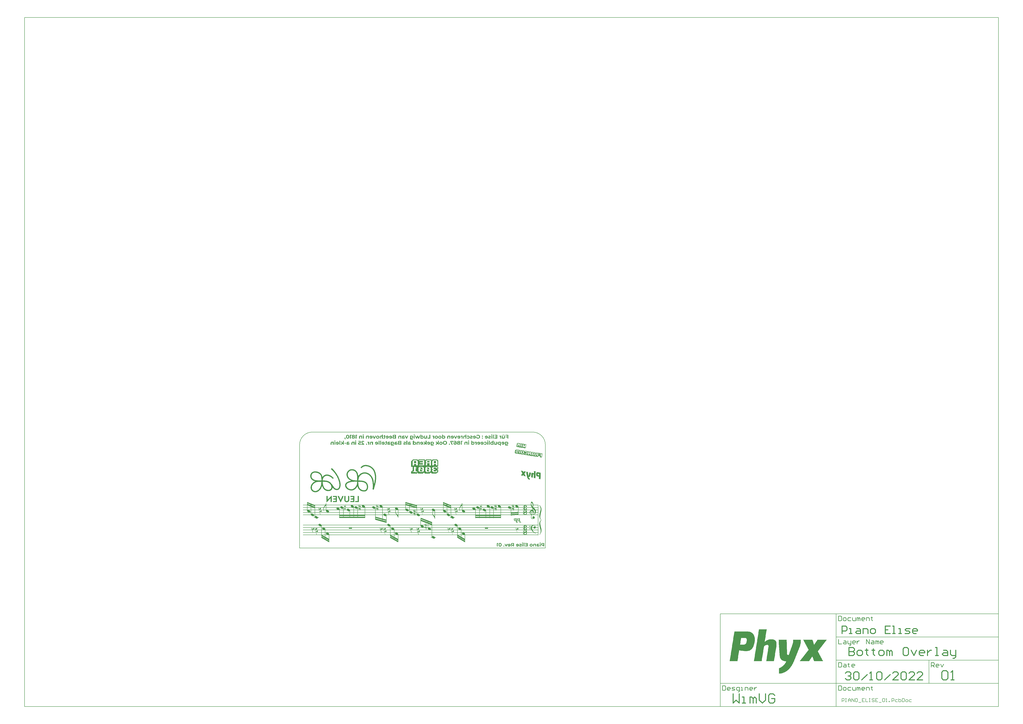
<source format=gbo>
G04*
G04 #@! TF.GenerationSoftware,Altium Limited,Altium Designer,22.10.1 (41)*
G04*
G04 Layer_Color=32896*
%FSLAX25Y25*%
%MOIN*%
G70*
G04*
G04 #@! TF.SameCoordinates,8BAF8B8E-E321-4B2E-8998-6E6DE7EF2018*
G04*
G04*
G04 #@! TF.FilePolarity,Positive*
G04*
G01*
G75*
%ADD10C,0.00787*%
%ADD11C,0.00591*%
%ADD15C,0.01575*%
%ADD19C,0.00984*%
G36*
X326364Y192902D02*
X326487Y192878D01*
X326597Y192843D01*
X326691Y192803D01*
X326761Y192756D01*
X326813Y192721D01*
X326848Y192698D01*
X326860Y192686D01*
X326941Y192599D01*
X327000Y192499D01*
X327046Y192406D01*
X327076Y192319D01*
X327093Y192237D01*
X327099Y192179D01*
X327105Y192156D01*
Y192138D01*
Y192126D01*
Y192121D01*
X327093Y191998D01*
X327064Y191887D01*
X327029Y191794D01*
X326982Y191707D01*
X326936Y191642D01*
X326901Y191590D01*
X326871Y191561D01*
X326860Y191549D01*
X326761Y191473D01*
X326656Y191415D01*
X326551Y191380D01*
X326452Y191351D01*
X326358Y191333D01*
X326323Y191328D01*
X326288D01*
X326259Y191322D01*
X326224D01*
X326084Y191333D01*
X325956Y191357D01*
X325845Y191398D01*
X325752Y191438D01*
X325682Y191479D01*
X325630Y191520D01*
X325595Y191543D01*
X325583Y191555D01*
X325501Y191648D01*
X325443Y191747D01*
X325396Y191847D01*
X325367Y191940D01*
X325350Y192021D01*
X325344Y192086D01*
X325338Y192109D01*
Y192126D01*
Y192138D01*
Y192144D01*
X325350Y192260D01*
X325379Y192371D01*
X325414Y192464D01*
X325461Y192540D01*
X325507Y192604D01*
X325542Y192651D01*
X325571Y192680D01*
X325583Y192692D01*
X325682Y192768D01*
X325787Y192820D01*
X325892Y192861D01*
X325997Y192884D01*
X326084Y192902D01*
X326125Y192908D01*
X326160D01*
X326184Y192913D01*
X326224D01*
X326364Y192902D01*
D02*
G37*
G36*
X194834Y192902D02*
X194956Y192878D01*
X195067Y192843D01*
X195160Y192803D01*
X195230Y192756D01*
X195282Y192721D01*
X195317Y192698D01*
X195329Y192686D01*
X195411Y192598D01*
X195469Y192499D01*
X195516Y192406D01*
X195545Y192319D01*
X195562Y192237D01*
X195568Y192179D01*
X195574Y192156D01*
Y192138D01*
Y192126D01*
Y192121D01*
X195562Y191998D01*
X195533Y191887D01*
X195498Y191794D01*
X195451Y191707D01*
X195405Y191642D01*
X195370Y191590D01*
X195341Y191561D01*
X195329Y191549D01*
X195230Y191473D01*
X195125Y191415D01*
X195020Y191380D01*
X194921Y191351D01*
X194828Y191333D01*
X194793Y191328D01*
X194758D01*
X194729Y191322D01*
X194694D01*
X194554Y191333D01*
X194425Y191357D01*
X194315Y191398D01*
X194221Y191438D01*
X194151Y191479D01*
X194099Y191520D01*
X194064Y191543D01*
X194052Y191555D01*
X193971Y191648D01*
X193912Y191747D01*
X193866Y191847D01*
X193837Y191940D01*
X193819Y192021D01*
X193813Y192086D01*
X193807Y192109D01*
Y192126D01*
Y192138D01*
Y192144D01*
X193819Y192260D01*
X193848Y192371D01*
X193883Y192464D01*
X193930Y192540D01*
X193977Y192604D01*
X194011Y192651D01*
X194041Y192680D01*
X194052Y192692D01*
X194151Y192768D01*
X194256Y192820D01*
X194361Y192861D01*
X194466Y192884D01*
X194554Y192902D01*
X194595Y192908D01*
X194630D01*
X194653Y192913D01*
X194694D01*
X194834Y192902D01*
D02*
G37*
G36*
X108264Y192902D02*
X108386Y192878D01*
X108497Y192843D01*
X108590Y192803D01*
X108660Y192756D01*
X108713Y192721D01*
X108748Y192698D01*
X108759Y192686D01*
X108841Y192598D01*
X108899Y192499D01*
X108946Y192406D01*
X108975Y192319D01*
X108993Y192237D01*
X108999Y192179D01*
X109004Y192155D01*
Y192138D01*
Y192126D01*
Y192121D01*
X108993Y191998D01*
X108964Y191887D01*
X108929Y191794D01*
X108882Y191707D01*
X108835Y191642D01*
X108800Y191590D01*
X108771Y191561D01*
X108759Y191549D01*
X108660Y191473D01*
X108555Y191415D01*
X108450Y191380D01*
X108351Y191351D01*
X108258Y191333D01*
X108223Y191328D01*
X108188D01*
X108159Y191322D01*
X108124D01*
X107984Y191333D01*
X107856Y191357D01*
X107745Y191398D01*
X107652Y191438D01*
X107582Y191479D01*
X107529Y191520D01*
X107494Y191543D01*
X107483Y191555D01*
X107401Y191648D01*
X107343Y191747D01*
X107296Y191847D01*
X107267Y191940D01*
X107249Y192021D01*
X107244Y192086D01*
X107238Y192109D01*
Y192126D01*
Y192138D01*
Y192144D01*
X107249Y192260D01*
X107279Y192371D01*
X107314Y192464D01*
X107360Y192540D01*
X107407Y192604D01*
X107442Y192651D01*
X107471Y192680D01*
X107483Y192692D01*
X107582Y192768D01*
X107687Y192820D01*
X107792Y192861D01*
X107897Y192884D01*
X107984Y192902D01*
X108025Y192908D01*
X108060D01*
X108083Y192913D01*
X108124D01*
X108264Y192902D01*
D02*
G37*
G36*
X347166Y192569D02*
X347253Y192546D01*
X347329Y192517D01*
X347399Y192488D01*
X347451Y192453D01*
X347486Y192424D01*
X347515Y192400D01*
X347521Y192394D01*
X347580Y192325D01*
X347626Y192249D01*
X347655Y192173D01*
X347679Y192103D01*
X347690Y192039D01*
X347696Y191992D01*
X347702Y191957D01*
Y191951D01*
Y191946D01*
X347696Y191847D01*
X347673Y191759D01*
X347644Y191683D01*
X347609Y191613D01*
X347580Y191561D01*
X347550Y191526D01*
X347527Y191497D01*
X347521Y191491D01*
X347451Y191433D01*
X347375Y191392D01*
X347300Y191357D01*
X347224Y191339D01*
X347160Y191328D01*
X347113Y191322D01*
X347078Y191316D01*
X347066D01*
X346967Y191322D01*
X346880Y191345D01*
X346804Y191374D01*
X346740Y191403D01*
X346688Y191438D01*
X346647Y191462D01*
X346623Y191485D01*
X346618Y191491D01*
X346559Y191561D01*
X346513Y191637D01*
X346483Y191712D01*
X346460Y191788D01*
X346448Y191852D01*
X346437Y191899D01*
Y191934D01*
Y191940D01*
Y191946D01*
X346443Y192045D01*
X346466Y192132D01*
X346495Y192208D01*
X346524Y192272D01*
X346559Y192325D01*
X346588Y192365D01*
X346612Y192389D01*
X346618Y192394D01*
X346688Y192453D01*
X346763Y192499D01*
X346839Y192529D01*
X346909Y192552D01*
X346973Y192564D01*
X347020Y192575D01*
X347066D01*
X347166Y192569D01*
D02*
G37*
G36*
X345318D02*
X345405Y192546D01*
X345481Y192517D01*
X345551Y192488D01*
X345603Y192453D01*
X345638Y192424D01*
X345667Y192400D01*
X345673Y192394D01*
X345731Y192325D01*
X345772Y192249D01*
X345807Y192173D01*
X345825Y192103D01*
X345836Y192039D01*
X345842Y191992D01*
X345848Y191957D01*
Y191951D01*
Y191946D01*
X345842Y191847D01*
X345819Y191759D01*
X345790Y191683D01*
X345761Y191613D01*
X345726Y191561D01*
X345702Y191526D01*
X345679Y191497D01*
X345673Y191491D01*
X345603Y191433D01*
X345527Y191392D01*
X345452Y191357D01*
X345376Y191339D01*
X345312Y191328D01*
X345265Y191322D01*
X345230Y191316D01*
X345218D01*
X345119Y191322D01*
X345032Y191345D01*
X344956Y191374D01*
X344886Y191403D01*
X344834Y191438D01*
X344799Y191462D01*
X344770Y191485D01*
X344764Y191491D01*
X344705Y191561D01*
X344659Y191637D01*
X344630Y191712D01*
X344606Y191788D01*
X344595Y191852D01*
X344583Y191899D01*
Y191934D01*
Y191940D01*
Y191946D01*
X344589Y192045D01*
X344612Y192132D01*
X344641Y192208D01*
X344670Y192272D01*
X344705Y192325D01*
X344735Y192365D01*
X344758Y192389D01*
X344764Y192394D01*
X344834Y192453D01*
X344909Y192499D01*
X344985Y192529D01*
X345061Y192552D01*
X345119Y192564D01*
X345172Y192575D01*
X345218D01*
X345318Y192569D01*
D02*
G37*
G36*
X282977Y185731D02*
X281549D01*
Y188156D01*
X281543Y188278D01*
X281537Y188389D01*
X281520Y188494D01*
X281502Y188587D01*
X281473Y188681D01*
X281450Y188757D01*
X281421Y188832D01*
X281392Y188897D01*
X281362Y188955D01*
X281333Y189007D01*
X281304Y189048D01*
X281281Y189083D01*
X281263Y189112D01*
X281246Y189130D01*
X281240Y189141D01*
X281234Y189147D01*
X281170Y189206D01*
X281106Y189258D01*
X281036Y189299D01*
X280966Y189340D01*
X280890Y189375D01*
X280820Y189398D01*
X280680Y189439D01*
X280616Y189450D01*
X280558Y189462D01*
X280505Y189468D01*
X280459Y189474D01*
X280424Y189479D01*
X280371D01*
X280284Y189474D01*
X280202Y189468D01*
X280051Y189433D01*
X279928Y189386D01*
X279823Y189334D01*
X279742Y189281D01*
X279683Y189235D01*
X279648Y189200D01*
X279637Y189194D01*
Y189188D01*
X279590Y189130D01*
X279549Y189071D01*
X279491Y188932D01*
X279444Y188786D01*
X279409Y188646D01*
X279403Y188582D01*
X279392Y188518D01*
X279386Y188465D01*
Y188413D01*
X279380Y188378D01*
Y188343D01*
Y188325D01*
Y188319D01*
Y185731D01*
X277952D01*
Y188541D01*
X277958Y188739D01*
X277975Y188920D01*
X278004Y189089D01*
X278039Y189252D01*
X278080Y189398D01*
X278133Y189532D01*
X278179Y189649D01*
X278232Y189759D01*
X278290Y189853D01*
X278337Y189940D01*
X278383Y190010D01*
X278430Y190062D01*
X278465Y190109D01*
X278494Y190144D01*
X278512Y190162D01*
X278517Y190167D01*
X278628Y190267D01*
X278739Y190348D01*
X278861Y190424D01*
X278984Y190482D01*
X279106Y190535D01*
X279229Y190581D01*
X279351Y190616D01*
X279462Y190646D01*
X279573Y190669D01*
X279672Y190686D01*
X279765Y190698D01*
X279841Y190710D01*
X279905D01*
X279952Y190716D01*
X279992D01*
X280167Y190710D01*
X280330Y190692D01*
X280476Y190669D01*
X280605Y190640D01*
X280663Y190628D01*
X280715Y190611D01*
X280756Y190599D01*
X280797Y190587D01*
X280826Y190576D01*
X280849Y190570D01*
X280861Y190564D01*
X280867D01*
X281013Y190500D01*
X281141Y190430D01*
X281258Y190360D01*
X281357Y190290D01*
X281438Y190226D01*
X281497Y190173D01*
X281520Y190156D01*
X281537Y190138D01*
X281543Y190132D01*
X281549Y190127D01*
Y192499D01*
X282977D01*
Y185731D01*
D02*
G37*
G36*
X141233Y185731D02*
X139804D01*
Y188156D01*
X139798Y188278D01*
X139793Y188389D01*
X139775Y188494D01*
X139758Y188587D01*
X139728Y188681D01*
X139705Y188757D01*
X139676Y188832D01*
X139647Y188897D01*
X139618Y188955D01*
X139588Y189007D01*
X139559Y189048D01*
X139536Y189083D01*
X139518Y189112D01*
X139501Y189130D01*
X139495Y189141D01*
X139489Y189147D01*
X139425Y189206D01*
X139361Y189258D01*
X139291Y189299D01*
X139221Y189340D01*
X139145Y189374D01*
X139076Y189398D01*
X138935Y189439D01*
X138871Y189450D01*
X138813Y189462D01*
X138761Y189468D01*
X138714Y189474D01*
X138679Y189479D01*
X138627D01*
X138539Y189474D01*
X138458Y189468D01*
X138306Y189433D01*
X138183Y189386D01*
X138078Y189334D01*
X137997Y189281D01*
X137939Y189235D01*
X137904Y189200D01*
X137892Y189194D01*
Y189188D01*
X137845Y189130D01*
X137804Y189071D01*
X137746Y188932D01*
X137700Y188786D01*
X137665Y188646D01*
X137659Y188582D01*
X137647Y188517D01*
X137641Y188465D01*
Y188413D01*
X137635Y188378D01*
Y188343D01*
Y188325D01*
Y188319D01*
Y185731D01*
X136207D01*
Y188541D01*
X136213Y188739D01*
X136230Y188920D01*
X136260Y189089D01*
X136294Y189252D01*
X136335Y189398D01*
X136388Y189532D01*
X136434Y189649D01*
X136487Y189759D01*
X136545Y189853D01*
X136592Y189940D01*
X136638Y190010D01*
X136685Y190062D01*
X136720Y190109D01*
X136749Y190144D01*
X136767Y190162D01*
X136773Y190167D01*
X136883Y190267D01*
X136994Y190348D01*
X137117Y190424D01*
X137239Y190482D01*
X137361Y190535D01*
X137484Y190581D01*
X137606Y190616D01*
X137717Y190646D01*
X137828Y190669D01*
X137927Y190686D01*
X138020Y190698D01*
X138096Y190710D01*
X138160D01*
X138207Y190715D01*
X138248D01*
X138423Y190710D01*
X138586Y190692D01*
X138732Y190669D01*
X138860Y190640D01*
X138918Y190628D01*
X138970Y190611D01*
X139011Y190599D01*
X139052Y190587D01*
X139081Y190576D01*
X139105Y190570D01*
X139116Y190564D01*
X139122D01*
X139268Y190500D01*
X139396Y190430D01*
X139513Y190360D01*
X139612Y190290D01*
X139693Y190226D01*
X139752Y190173D01*
X139775Y190156D01*
X139793Y190138D01*
X139798Y190132D01*
X139804Y190127D01*
Y192499D01*
X141233D01*
Y185731D01*
D02*
G37*
G36*
X190688Y190710D02*
X190811Y190704D01*
X191044Y190669D01*
X191155Y190646D01*
X191254Y190622D01*
X191353Y190593D01*
X191440Y190570D01*
X191522Y190541D01*
X191592Y190511D01*
X191656Y190488D01*
X191709Y190465D01*
X191750Y190447D01*
X191785Y190430D01*
X191802Y190424D01*
X191808Y190418D01*
X192006Y190296D01*
X192099Y190232D01*
X192181Y190162D01*
X192262Y190092D01*
X192332Y190022D01*
X192403Y189952D01*
X192461Y189888D01*
X192513Y189823D01*
X192560Y189765D01*
X192601Y189713D01*
X192636Y189666D01*
X192659Y189631D01*
X192676Y189602D01*
X192688Y189584D01*
X192694Y189579D01*
X192752Y189474D01*
X192799Y189369D01*
X192845Y189264D01*
X192880Y189159D01*
X192939Y188949D01*
X192962Y188850D01*
X192980Y188757D01*
X192991Y188669D01*
X193003Y188587D01*
X193009Y188517D01*
X193015Y188453D01*
X193020Y188407D01*
Y188366D01*
Y188343D01*
Y188337D01*
X193015Y188208D01*
X193009Y188080D01*
X192991Y187964D01*
X192968Y187847D01*
X192945Y187736D01*
X192915Y187637D01*
X192886Y187544D01*
X192857Y187457D01*
X192828Y187375D01*
X192799Y187305D01*
X192770Y187241D01*
X192746Y187188D01*
X192723Y187147D01*
X192706Y187118D01*
X192700Y187101D01*
X192694Y187095D01*
X192560Y186903D01*
X192490Y186821D01*
X192420Y186739D01*
X192344Y186664D01*
X192268Y186594D01*
X192198Y186535D01*
X192128Y186477D01*
X192064Y186425D01*
X192000Y186384D01*
X191948Y186349D01*
X191901Y186314D01*
X191860Y186291D01*
X191831Y186273D01*
X191814Y186267D01*
X191808Y186261D01*
X191703Y186209D01*
X191592Y186162D01*
X191481Y186121D01*
X191376Y186092D01*
X191166Y186034D01*
X191067Y186016D01*
X190974Y185999D01*
X190887Y185987D01*
X190811Y185982D01*
X190741Y185976D01*
X190683Y185970D01*
X190630Y185964D01*
X190566D01*
X190385Y185970D01*
X190210Y185993D01*
X190053Y186022D01*
X189901Y186057D01*
X189767Y186104D01*
X189639Y186156D01*
X189522Y186215D01*
X189418Y186273D01*
X189324Y186326D01*
X189243Y186384D01*
X189173Y186436D01*
X189114Y186483D01*
X189074Y186518D01*
X189039Y186553D01*
X189021Y186570D01*
X189015Y186576D01*
Y186366D01*
X189021Y186244D01*
X189033Y186133D01*
X189050Y186022D01*
X189068Y185929D01*
X189097Y185836D01*
X189126Y185754D01*
X189155Y185678D01*
X189190Y185614D01*
X189225Y185556D01*
X189254Y185503D01*
X189283Y185463D01*
X189313Y185428D01*
X189330Y185398D01*
X189348Y185381D01*
X189359Y185369D01*
X189365Y185363D01*
X189435Y185305D01*
X189511Y185253D01*
X189598Y185212D01*
X189680Y185171D01*
X189773Y185142D01*
X189866Y185113D01*
X190041Y185072D01*
X190123Y185060D01*
X190205Y185049D01*
X190275Y185043D01*
X190333Y185037D01*
X190385Y185031D01*
X190455D01*
X190636Y185037D01*
X190805Y185055D01*
X190968Y185078D01*
X191114Y185107D01*
X191178Y185119D01*
X191236Y185136D01*
X191283Y185148D01*
X191330Y185160D01*
X191365Y185171D01*
X191388Y185177D01*
X191405Y185183D01*
X191411D01*
X191580Y185241D01*
X191732Y185311D01*
X191866Y185375D01*
X191977Y185439D01*
X192029Y185468D01*
X192070Y185498D01*
X192105Y185521D01*
X192134Y185544D01*
X192163Y185562D01*
X192181Y185573D01*
X192187Y185585D01*
X192193D01*
X192758Y184565D01*
X192595Y184448D01*
X192414Y184349D01*
X192239Y184262D01*
X192070Y184192D01*
X191994Y184162D01*
X191924Y184133D01*
X191860Y184116D01*
X191808Y184098D01*
X191767Y184081D01*
X191732Y184069D01*
X191709Y184063D01*
X191703D01*
X191458Y184005D01*
X191219Y183964D01*
X190992Y183929D01*
X190887Y183918D01*
X190788Y183912D01*
X190694Y183906D01*
X190607Y183900D01*
X190537Y183894D01*
X190473D01*
X190420Y183888D01*
X190350D01*
X190105Y183894D01*
X189872Y183918D01*
X189656Y183947D01*
X189458Y183993D01*
X189278Y184040D01*
X189109Y184098D01*
X188951Y184157D01*
X188817Y184221D01*
X188695Y184279D01*
X188590Y184337D01*
X188502Y184396D01*
X188426Y184442D01*
X188374Y184489D01*
X188333Y184518D01*
X188304Y184541D01*
X188298Y184547D01*
X188176Y184681D01*
X188065Y184821D01*
X187972Y184979D01*
X187890Y185136D01*
X187820Y185305D01*
X187768Y185468D01*
X187721Y185632D01*
X187680Y185795D01*
X187651Y185947D01*
X187628Y186086D01*
X187616Y186215D01*
X187604Y186326D01*
X187599Y186419D01*
X187593Y186460D01*
Y186489D01*
Y186512D01*
Y186530D01*
Y186541D01*
Y186547D01*
Y190640D01*
X188939D01*
Y190010D01*
X189050Y190132D01*
X189173Y190243D01*
X189295Y190337D01*
X189429Y190418D01*
X189563Y190488D01*
X189697Y190541D01*
X189831Y190587D01*
X189960Y190628D01*
X190082Y190657D01*
X190199Y190681D01*
X190304Y190692D01*
X190391Y190704D01*
X190461Y190710D01*
X190519Y190716D01*
X190566D01*
X190688Y190710D01*
D02*
G37*
G36*
X176469D02*
X176679Y190692D01*
X176871Y190663D01*
X176965Y190651D01*
X177046Y190640D01*
X177122Y190622D01*
X177192Y190611D01*
X177256Y190593D01*
X177303Y190581D01*
X177344Y190576D01*
X177378Y190564D01*
X177396Y190558D01*
X177402D01*
X177606Y190494D01*
X177787Y190424D01*
X177874Y190389D01*
X177950Y190348D01*
X178026Y190313D01*
X178090Y190278D01*
X178154Y190249D01*
X178206Y190220D01*
X178253Y190191D01*
X178294Y190167D01*
X178323Y190150D01*
X178346Y190132D01*
X178358Y190127D01*
X178364Y190121D01*
X177857Y189124D01*
X177752Y189200D01*
X177641Y189264D01*
X177536Y189322D01*
X177431Y189369D01*
X177344Y189404D01*
X177303Y189421D01*
X177274Y189433D01*
X177244Y189444D01*
X177227Y189450D01*
X177215Y189456D01*
X177209D01*
X177070Y189497D01*
X176930Y189526D01*
X176801Y189550D01*
X176685Y189561D01*
X176586Y189573D01*
X176539D01*
X176504Y189579D01*
X176335D01*
X176242Y189567D01*
X176154Y189555D01*
X176067Y189538D01*
X175991Y189520D01*
X175921Y189497D01*
X175863Y189479D01*
X175804Y189456D01*
X175758Y189433D01*
X175711Y189409D01*
X175676Y189386D01*
X175647Y189369D01*
X175624Y189351D01*
X175606Y189340D01*
X175600Y189334D01*
X175595Y189328D01*
X175542Y189281D01*
X175501Y189223D01*
X175461Y189171D01*
X175431Y189112D01*
X175379Y188990D01*
X175344Y188873D01*
X175326Y188774D01*
X175315Y188727D01*
Y188687D01*
X175309Y188657D01*
Y188634D01*
Y188617D01*
Y188611D01*
X176440D01*
X176638Y188605D01*
X176819Y188593D01*
X176988Y188576D01*
X177145Y188552D01*
X177285Y188517D01*
X177419Y188488D01*
X177536Y188453D01*
X177641Y188418D01*
X177734Y188378D01*
X177816Y188343D01*
X177886Y188313D01*
X177938Y188284D01*
X177985Y188255D01*
X178014Y188238D01*
X178032Y188226D01*
X178037Y188220D01*
X178125Y188144D01*
X178206Y188063D01*
X178276Y187975D01*
X178335Y187888D01*
X178381Y187795D01*
X178422Y187707D01*
X178457Y187620D01*
X178486Y187532D01*
X178510Y187457D01*
X178521Y187381D01*
X178533Y187311D01*
X178545Y187258D01*
Y187206D01*
X178550Y187171D01*
Y187147D01*
Y187142D01*
X178539Y186984D01*
X178515Y186844D01*
X178480Y186716D01*
X178440Y186600D01*
X178399Y186506D01*
X178381Y186471D01*
X178364Y186436D01*
X178346Y186413D01*
X178340Y186395D01*
X178329Y186384D01*
Y186378D01*
X178236Y186256D01*
X178136Y186151D01*
X178032Y186063D01*
X177927Y185987D01*
X177833Y185929D01*
X177798Y185900D01*
X177763Y185882D01*
X177734Y185865D01*
X177711Y185859D01*
X177699Y185847D01*
X177693D01*
X177530Y185783D01*
X177367Y185742D01*
X177204Y185707D01*
X177046Y185684D01*
X176976Y185678D01*
X176912Y185672D01*
X176860Y185667D01*
X176807D01*
X176766Y185661D01*
X176714D01*
X176516Y185667D01*
X176335Y185690D01*
X176166Y185725D01*
X176014Y185766D01*
X175880Y185818D01*
X175758Y185877D01*
X175647Y185935D01*
X175554Y185999D01*
X175472Y186063D01*
X175402Y186121D01*
X175344Y186180D01*
X175297Y186232D01*
X175262Y186273D01*
X175233Y186308D01*
X175222Y186331D01*
X175216Y186337D01*
Y185731D01*
X173881D01*
Y188529D01*
X173886Y188727D01*
X173904Y188914D01*
X173939Y189089D01*
X173974Y189246D01*
X174021Y189398D01*
X174073Y189532D01*
X174131Y189649D01*
X174184Y189759D01*
X174242Y189853D01*
X174300Y189940D01*
X174353Y190010D01*
X174399Y190068D01*
X174434Y190109D01*
X174464Y190144D01*
X174487Y190162D01*
X174493Y190167D01*
X174615Y190267D01*
X174743Y190348D01*
X174883Y190424D01*
X175023Y190482D01*
X175169Y190535D01*
X175315Y190581D01*
X175461Y190616D01*
X175600Y190646D01*
X175729Y190669D01*
X175851Y190686D01*
X175962Y190698D01*
X176061Y190710D01*
X176137D01*
X176195Y190716D01*
X176248D01*
X176469Y190710D01*
D02*
G37*
G36*
X310588Y190692D02*
X310711Y190663D01*
X310821Y190628D01*
X310915Y190581D01*
X310991Y190535D01*
X311043Y190500D01*
X311078Y190471D01*
X311084Y190465D01*
X311090Y190459D01*
X311136Y190412D01*
X311171Y190366D01*
X311235Y190261D01*
X311276Y190156D01*
X311311Y190051D01*
X311329Y189963D01*
X311334Y189923D01*
Y189888D01*
X311340Y189864D01*
Y189841D01*
Y189829D01*
Y189823D01*
X311334Y189753D01*
X311329Y189689D01*
X311299Y189567D01*
X311259Y189456D01*
X311212Y189363D01*
X311171Y189287D01*
X311130Y189235D01*
X311101Y189200D01*
X311090Y189194D01*
Y189188D01*
X311037Y189141D01*
X310991Y189106D01*
X310880Y189042D01*
X310775Y188996D01*
X310676Y188967D01*
X310588Y188943D01*
X310547Y188937D01*
X310518D01*
X310489Y188932D01*
X310454D01*
X310384Y188937D01*
X310320Y188943D01*
X310198Y188972D01*
X310093Y189013D01*
X309999Y189060D01*
X309924Y189106D01*
X309871Y189147D01*
X309836Y189176D01*
X309824Y189188D01*
X309778Y189241D01*
X309737Y189287D01*
X309679Y189398D01*
X309632Y189503D01*
X309597Y189602D01*
X309580Y189689D01*
X309574Y189730D01*
Y189759D01*
X309568Y189788D01*
Y189806D01*
Y189818D01*
Y189823D01*
Y189893D01*
X309580Y189963D01*
X309609Y190092D01*
X309650Y190197D01*
X309696Y190290D01*
X309743Y190360D01*
X309784Y190418D01*
X309813Y190447D01*
X309819Y190459D01*
X309824D01*
X309924Y190541D01*
X310029Y190599D01*
X310134Y190646D01*
X310233Y190675D01*
X310320Y190692D01*
X310361Y190698D01*
X310390D01*
X310419Y190704D01*
X310454D01*
X310588Y190692D01*
D02*
G37*
G36*
X202832Y185731D02*
X201462D01*
X200320Y188780D01*
X199218Y185731D01*
X197848D01*
X196070Y190640D01*
X197329D01*
X198524Y187317D01*
X199690Y190640D01*
X200897D01*
X202104Y187317D01*
X203264Y190640D01*
X204605D01*
X202832Y185731D01*
D02*
G37*
G36*
X265639Y185731D02*
X264170D01*
X262094Y190640D01*
X263464D01*
X264875Y187299D01*
X266234Y190640D01*
X267697D01*
X265639Y185731D01*
D02*
G37*
G36*
X182352Y185731D02*
X180882D01*
X178807Y190640D01*
X180177D01*
X181588Y187299D01*
X182946Y190640D01*
X184409D01*
X182352Y185731D01*
D02*
G37*
G36*
X127608Y185731D02*
X126139D01*
X124063Y190640D01*
X125433D01*
X126844Y187299D01*
X128202Y190640D01*
X129666D01*
X127608Y185731D01*
D02*
G37*
G36*
X348623Y187865D02*
X348617Y187666D01*
X348600Y187480D01*
X348571Y187305D01*
X348536Y187147D01*
X348489Y186996D01*
X348442Y186862D01*
X348396Y186739D01*
X348338Y186629D01*
X348285Y186530D01*
X348238Y186448D01*
X348186Y186378D01*
X348145Y186320D01*
X348110Y186273D01*
X348081Y186238D01*
X348063Y186221D01*
X348058Y186215D01*
X347947Y186116D01*
X347830Y186034D01*
X347708Y185958D01*
X347580Y185894D01*
X347451Y185842D01*
X347323Y185795D01*
X347201Y185760D01*
X347078Y185731D01*
X346967Y185707D01*
X346863Y185690D01*
X346763Y185678D01*
X346682Y185672D01*
X346618Y185667D01*
X346565Y185661D01*
X346524D01*
X346355Y185667D01*
X346198Y185684D01*
X346058Y185713D01*
X345930Y185742D01*
X345877Y185760D01*
X345825Y185772D01*
X345784Y185789D01*
X345749Y185801D01*
X345720Y185807D01*
X345696Y185818D01*
X345685Y185824D01*
X345679D01*
X345533Y185894D01*
X345405Y185970D01*
X345288Y186051D01*
X345189Y186133D01*
X345113Y186203D01*
X345055Y186261D01*
X345032Y186285D01*
X345014Y186302D01*
X345008Y186308D01*
X345003Y186314D01*
Y185731D01*
X343650D01*
Y190640D01*
X345073D01*
Y188209D01*
X345078Y188092D01*
X345084Y187981D01*
X345102Y187876D01*
X345119Y187777D01*
X345143Y187690D01*
X345172Y187608D01*
X345201Y187532D01*
X345230Y187468D01*
X345259Y187410D01*
X345288Y187357D01*
X345312Y187317D01*
X345341Y187282D01*
X345358Y187252D01*
X345376Y187235D01*
X345382Y187223D01*
X345388Y187217D01*
X345446Y187159D01*
X345510Y187107D01*
X345580Y187066D01*
X345644Y187025D01*
X345714Y186996D01*
X345784Y186967D01*
X345912Y186926D01*
X346029Y186903D01*
X346075Y186897D01*
X346122Y186891D01*
X346157Y186885D01*
X346204D01*
X346297Y186891D01*
X346379Y186897D01*
X346460Y186914D01*
X346530Y186938D01*
X346664Y186996D01*
X346781Y187072D01*
X346874Y187159D01*
X346956Y187264D01*
X347026Y187369D01*
X347078Y187480D01*
X347119Y187591D01*
X347148Y187696D01*
X347171Y187801D01*
X347183Y187888D01*
X347195Y187964D01*
X347201Y188022D01*
Y188045D01*
Y188063D01*
Y188069D01*
Y188075D01*
Y190640D01*
X348623D01*
Y187865D01*
D02*
G37*
G36*
X216574Y187865D02*
X216568Y187666D01*
X216550Y187480D01*
X216521Y187305D01*
X216486Y187147D01*
X216440Y186996D01*
X216393Y186862D01*
X216346Y186739D01*
X216288Y186629D01*
X216235Y186530D01*
X216189Y186448D01*
X216136Y186378D01*
X216096Y186320D01*
X216061Y186273D01*
X216031Y186238D01*
X216014Y186221D01*
X216008Y186215D01*
X215897Y186116D01*
X215781Y186034D01*
X215658Y185958D01*
X215530Y185894D01*
X215402Y185842D01*
X215273Y185795D01*
X215151Y185760D01*
X215029Y185731D01*
X214918Y185707D01*
X214813Y185690D01*
X214714Y185678D01*
X214632Y185672D01*
X214568Y185667D01*
X214516Y185661D01*
X214475D01*
X214306Y185667D01*
X214148Y185684D01*
X214008Y185713D01*
X213880Y185742D01*
X213828Y185760D01*
X213775Y185772D01*
X213734Y185789D01*
X213699Y185801D01*
X213670Y185807D01*
X213647Y185818D01*
X213635Y185824D01*
X213630D01*
X213484Y185894D01*
X213355Y185970D01*
X213239Y186051D01*
X213140Y186133D01*
X213064Y186203D01*
X213006Y186261D01*
X212982Y186285D01*
X212965Y186302D01*
X212959Y186308D01*
X212953Y186314D01*
Y185731D01*
X211601D01*
Y190640D01*
X213023D01*
Y188209D01*
X213029Y188092D01*
X213035Y187981D01*
X213052Y187876D01*
X213070Y187777D01*
X213093Y187690D01*
X213122Y187608D01*
X213151Y187532D01*
X213181Y187468D01*
X213210Y187410D01*
X213239Y187357D01*
X213262Y187317D01*
X213291Y187282D01*
X213309Y187252D01*
X213326Y187235D01*
X213332Y187223D01*
X213338Y187217D01*
X213396Y187159D01*
X213460Y187107D01*
X213530Y187066D01*
X213595Y187025D01*
X213665Y186996D01*
X213734Y186967D01*
X213863Y186926D01*
X213979Y186903D01*
X214026Y186897D01*
X214073Y186891D01*
X214107Y186885D01*
X214154D01*
X214247Y186891D01*
X214329Y186897D01*
X214411Y186914D01*
X214481Y186938D01*
X214615Y186996D01*
X214731Y187072D01*
X214825Y187159D01*
X214906Y187264D01*
X214976Y187369D01*
X215029Y187480D01*
X215070Y187591D01*
X215099Y187696D01*
X215122Y187801D01*
X215134Y187888D01*
X215145Y187964D01*
X215151Y188022D01*
Y188045D01*
Y188063D01*
Y188069D01*
Y188075D01*
Y190640D01*
X216574D01*
Y187865D01*
D02*
G37*
G36*
X302998Y192220D02*
X303178Y192208D01*
X303347Y192185D01*
X303516Y192161D01*
X303674Y192126D01*
X303825Y192091D01*
X303959Y192051D01*
X304088Y192016D01*
X304204Y191975D01*
X304309Y191934D01*
X304403Y191899D01*
X304478Y191864D01*
X304537Y191841D01*
X304583Y191817D01*
X304607Y191806D01*
X304618Y191800D01*
X304764Y191718D01*
X304904Y191631D01*
X305032Y191537D01*
X305149Y191438D01*
X305265Y191339D01*
X305364Y191240D01*
X305458Y191147D01*
X305545Y191054D01*
X305621Y190966D01*
X305685Y190884D01*
X305744Y190809D01*
X305790Y190745D01*
X305825Y190698D01*
X305848Y190657D01*
X305866Y190634D01*
X305872Y190622D01*
X305953Y190482D01*
X306017Y190331D01*
X306082Y190185D01*
X306128Y190039D01*
X306175Y189893D01*
X306210Y189753D01*
X306239Y189619D01*
X306262Y189491D01*
X306286Y189375D01*
X306297Y189264D01*
X306309Y189171D01*
X306315Y189083D01*
Y189019D01*
X306321Y188967D01*
Y188937D01*
Y188926D01*
X306315Y188751D01*
X306303Y188582D01*
X306280Y188413D01*
X306251Y188255D01*
X306216Y188110D01*
X306181Y187970D01*
X306140Y187835D01*
X306093Y187713D01*
X306052Y187608D01*
X306012Y187509D01*
X305977Y187422D01*
X305942Y187352D01*
X305913Y187293D01*
X305889Y187252D01*
X305878Y187229D01*
X305872Y187217D01*
X305784Y187083D01*
X305685Y186949D01*
X305586Y186833D01*
X305487Y186716D01*
X305382Y186611D01*
X305277Y186518D01*
X305178Y186430D01*
X305079Y186349D01*
X304986Y186279D01*
X304898Y186221D01*
X304822Y186168D01*
X304752Y186121D01*
X304700Y186092D01*
X304659Y186063D01*
X304636Y186051D01*
X304624Y186046D01*
X304473Y185970D01*
X304321Y185906D01*
X304164Y185853D01*
X304012Y185801D01*
X303860Y185760D01*
X303709Y185731D01*
X303569Y185702D01*
X303429Y185678D01*
X303307Y185661D01*
X303190Y185649D01*
X303091Y185637D01*
X303003Y185632D01*
X302933D01*
X302881Y185626D01*
X302834D01*
X302578Y185637D01*
X302327Y185661D01*
X302210Y185672D01*
X302094Y185690D01*
X301989Y185707D01*
X301884Y185731D01*
X301797Y185748D01*
X301709Y185766D01*
X301639Y185783D01*
X301575Y185801D01*
X301528Y185812D01*
X301488Y185824D01*
X301464Y185830D01*
X301458D01*
X301208Y185917D01*
X301091Y185964D01*
X300980Y186011D01*
X300875Y186063D01*
X300776Y186110D01*
X300683Y186162D01*
X300596Y186209D01*
X300520Y186256D01*
X300450Y186296D01*
X300392Y186331D01*
X300345Y186366D01*
X300304Y186395D01*
X300275Y186413D01*
X300257Y186425D01*
X300252Y186430D01*
Y189025D01*
X301604D01*
Y187153D01*
X301703Y187107D01*
X301797Y187066D01*
X301995Y186996D01*
X302193Y186949D01*
X302280Y186926D01*
X302368Y186914D01*
X302449Y186903D01*
X302525Y186897D01*
X302590Y186885D01*
X302642D01*
X302689Y186879D01*
X302753D01*
X302864Y186885D01*
X302968Y186891D01*
X303172Y186920D01*
X303266Y186938D01*
X303353Y186961D01*
X303441Y186984D01*
X303516Y187008D01*
X303581Y187031D01*
X303645Y187054D01*
X303697Y187077D01*
X303744Y187095D01*
X303779Y187112D01*
X303802Y187124D01*
X303820Y187136D01*
X303825D01*
X303994Y187241D01*
X304140Y187363D01*
X304269Y187480D01*
X304373Y187596D01*
X304455Y187701D01*
X304490Y187748D01*
X304519Y187789D01*
X304537Y187818D01*
X304554Y187847D01*
X304560Y187859D01*
X304566Y187865D01*
X304612Y187952D01*
X304653Y188045D01*
X304717Y188226D01*
X304764Y188407D01*
X304793Y188570D01*
X304805Y188646D01*
X304817Y188716D01*
X304822Y188774D01*
Y188827D01*
X304828Y188867D01*
Y188897D01*
Y188920D01*
Y188926D01*
X304822Y189036D01*
X304817Y189141D01*
X304787Y189345D01*
X304770Y189439D01*
X304747Y189526D01*
X304723Y189608D01*
X304694Y189684D01*
X304671Y189753D01*
X304647Y189812D01*
X304624Y189864D01*
X304607Y189911D01*
X304589Y189946D01*
X304577Y189969D01*
X304566Y189987D01*
Y189993D01*
X304455Y190156D01*
X304339Y190302D01*
X304216Y190424D01*
X304094Y190529D01*
X303989Y190605D01*
X303942Y190640D01*
X303901Y190663D01*
X303872Y190686D01*
X303849Y190698D01*
X303831Y190710D01*
X303825D01*
X303732Y190756D01*
X303639Y190797D01*
X303452Y190855D01*
X303272Y190902D01*
X303102Y190937D01*
X303027Y190943D01*
X302957Y190954D01*
X302893Y190960D01*
X302840D01*
X302794Y190966D01*
X302735D01*
X302554Y190960D01*
X302385Y190937D01*
X302222Y190902D01*
X302071Y190855D01*
X301925Y190803D01*
X301785Y190739D01*
X301662Y190675D01*
X301546Y190611D01*
X301441Y190541D01*
X301354Y190476D01*
X301272Y190418D01*
X301208Y190360D01*
X301155Y190313D01*
X301115Y190278D01*
X301091Y190255D01*
X301085Y190249D01*
X300135Y191124D01*
X300222Y191223D01*
X300316Y191310D01*
X300415Y191398D01*
X300508Y191479D01*
X300607Y191549D01*
X300700Y191619D01*
X300794Y191677D01*
X300881Y191736D01*
X300969Y191782D01*
X301045Y191823D01*
X301109Y191858D01*
X301167Y191887D01*
X301219Y191911D01*
X301254Y191928D01*
X301278Y191934D01*
X301284Y191940D01*
X301412Y191992D01*
X301546Y192033D01*
X301680Y192074D01*
X301808Y192103D01*
X302065Y192156D01*
X302187Y192173D01*
X302304Y192191D01*
X302409Y192202D01*
X302508Y192208D01*
X302595Y192220D01*
X302665D01*
X302729Y192225D01*
X302811D01*
X302998Y192220D01*
D02*
G37*
G36*
X286149Y190710D02*
X286289Y190704D01*
X286423Y190686D01*
X286551Y190663D01*
X286674Y190640D01*
X286790Y190611D01*
X286901Y190581D01*
X287000Y190552D01*
X287093Y190523D01*
X287175Y190494D01*
X287245Y190465D01*
X287303Y190442D01*
X287350Y190418D01*
X287385Y190401D01*
X287408Y190395D01*
X287414Y190389D01*
X287525Y190325D01*
X287635Y190255D01*
X287735Y190185D01*
X287828Y190109D01*
X287915Y190033D01*
X287997Y189958D01*
X288067Y189888D01*
X288137Y189818D01*
X288195Y189748D01*
X288242Y189684D01*
X288288Y189631D01*
X288323Y189579D01*
X288353Y189544D01*
X288370Y189509D01*
X288382Y189491D01*
X288388Y189485D01*
X288452Y189375D01*
X288504Y189264D01*
X288551Y189153D01*
X288592Y189042D01*
X288621Y188932D01*
X288650Y188821D01*
X288673Y188722D01*
X288691Y188622D01*
X288708Y188529D01*
X288720Y188448D01*
X288726Y188372D01*
X288732Y188308D01*
X288737Y188255D01*
Y188220D01*
Y188191D01*
Y188185D01*
X288732Y188051D01*
X288720Y187917D01*
X288702Y187789D01*
X288685Y187672D01*
X288656Y187556D01*
X288627Y187445D01*
X288597Y187346D01*
X288562Y187252D01*
X288527Y187171D01*
X288498Y187095D01*
X288469Y187031D01*
X288440Y186973D01*
X288423Y186932D01*
X288405Y186903D01*
X288393Y186879D01*
X288388Y186873D01*
X288318Y186769D01*
X288248Y186670D01*
X288166Y186582D01*
X288090Y186495D01*
X288009Y186413D01*
X287927Y186343D01*
X287845Y186273D01*
X287770Y186215D01*
X287700Y186162D01*
X287630Y186116D01*
X287571Y186075D01*
X287519Y186040D01*
X287472Y186016D01*
X287443Y185999D01*
X287420Y185987D01*
X287414Y185982D01*
X287292Y185923D01*
X287175Y185877D01*
X287052Y185836D01*
X286930Y185795D01*
X286691Y185737D01*
X286580Y185719D01*
X286470Y185702D01*
X286376Y185690D01*
X286283Y185678D01*
X286201Y185672D01*
X286137Y185667D01*
X286079Y185661D01*
X286003D01*
X285857Y185667D01*
X285717Y185672D01*
X285589Y185690D01*
X285461Y185713D01*
X285344Y185737D01*
X285228Y185766D01*
X285129Y185795D01*
X285030Y185824D01*
X284942Y185853D01*
X284866Y185882D01*
X284802Y185912D01*
X284750Y185935D01*
X284703Y185958D01*
X284668Y185976D01*
X284651Y185982D01*
X284645Y185987D01*
X284540Y186051D01*
X284441Y186121D01*
X284353Y186191D01*
X284272Y186267D01*
X284190Y186343D01*
X284126Y186419D01*
X284062Y186495D01*
X284003Y186565D01*
X283957Y186635D01*
X283916Y186693D01*
X283881Y186751D01*
X283852Y186803D01*
X283828Y186838D01*
X283811Y186873D01*
X283805Y186891D01*
X283799Y186897D01*
X284907Y187497D01*
X284983Y187381D01*
X285059Y187276D01*
X285146Y187182D01*
X285234Y187107D01*
X285327Y187043D01*
X285420Y186984D01*
X285508Y186943D01*
X285595Y186908D01*
X285683Y186879D01*
X285758Y186856D01*
X285828Y186844D01*
X285887Y186833D01*
X285939Y186827D01*
X285974Y186821D01*
X286009D01*
X286114Y186827D01*
X286207Y186838D01*
X286300Y186856D01*
X286388Y186879D01*
X286470Y186908D01*
X286545Y186938D01*
X286621Y186973D01*
X286679Y187008D01*
X286738Y187037D01*
X286790Y187072D01*
X286831Y187101D01*
X286872Y187130D01*
X286901Y187153D01*
X286918Y187171D01*
X286930Y187182D01*
X286936Y187188D01*
X287000Y187258D01*
X287052Y187334D01*
X287105Y187416D01*
X287146Y187497D01*
X287181Y187585D01*
X287210Y187666D01*
X287251Y187824D01*
X287268Y187900D01*
X287280Y187970D01*
X287286Y188028D01*
X287292Y188080D01*
X287297Y188127D01*
Y188156D01*
Y188179D01*
Y188185D01*
X287292Y188302D01*
X287280Y188407D01*
X287262Y188512D01*
X287239Y188605D01*
X287216Y188692D01*
X287181Y188774D01*
X287152Y188850D01*
X287117Y188920D01*
X287082Y188978D01*
X287052Y189031D01*
X287017Y189071D01*
X286994Y189112D01*
X286971Y189141D01*
X286953Y189159D01*
X286942Y189171D01*
X286936Y189176D01*
X286866Y189241D01*
X286790Y189299D01*
X286714Y189345D01*
X286639Y189386D01*
X286557Y189427D01*
X286481Y189456D01*
X286335Y189497D01*
X286265Y189515D01*
X286207Y189526D01*
X286149Y189532D01*
X286102Y189538D01*
X286061Y189544D01*
X286009D01*
X285875Y189538D01*
X285752Y189515D01*
X285636Y189479D01*
X285531Y189439D01*
X285432Y189386D01*
X285344Y189328D01*
X285263Y189270D01*
X285187Y189206D01*
X285123Y189141D01*
X285065Y189083D01*
X285018Y189025D01*
X284977Y188972D01*
X284948Y188932D01*
X284925Y188897D01*
X284913Y188873D01*
X284907Y188867D01*
X283799Y189462D01*
X283852Y189573D01*
X283910Y189672D01*
X283974Y189771D01*
X284044Y189858D01*
X284114Y189946D01*
X284184Y190022D01*
X284254Y190086D01*
X284324Y190150D01*
X284388Y190208D01*
X284447Y190255D01*
X284505Y190296D01*
X284551Y190331D01*
X284592Y190354D01*
X284621Y190372D01*
X284639Y190383D01*
X284645Y190389D01*
X284755Y190447D01*
X284866Y190500D01*
X284983Y190541D01*
X285100Y190576D01*
X285327Y190634D01*
X285438Y190657D01*
X285542Y190675D01*
X285636Y190686D01*
X285723Y190698D01*
X285805Y190704D01*
X285869Y190710D01*
X285927Y190716D01*
X286003D01*
X286149Y190710D01*
D02*
G37*
G36*
X317217D02*
X317351Y190704D01*
X317479Y190686D01*
X317602Y190663D01*
X317724Y190640D01*
X317835Y190611D01*
X317934Y190581D01*
X318033Y190552D01*
X318115Y190523D01*
X318196Y190494D01*
X318261Y190465D01*
X318319Y190442D01*
X318365Y190418D01*
X318395Y190401D01*
X318418Y190395D01*
X318424Y190389D01*
X318534Y190325D01*
X318634Y190255D01*
X318733Y190185D01*
X318820Y190109D01*
X318908Y190033D01*
X318983Y189958D01*
X319053Y189882D01*
X319117Y189812D01*
X319170Y189742D01*
X319222Y189684D01*
X319263Y189625D01*
X319298Y189579D01*
X319327Y189538D01*
X319345Y189503D01*
X319356Y189485D01*
X319362Y189479D01*
X319421Y189369D01*
X319473Y189258D01*
X319520Y189147D01*
X319555Y189036D01*
X319590Y188926D01*
X319619Y188815D01*
X319642Y188716D01*
X319660Y188617D01*
X319671Y188523D01*
X319683Y188442D01*
X319689Y188372D01*
X319695Y188308D01*
X319701Y188255D01*
Y188220D01*
Y188191D01*
Y188185D01*
X319695Y188051D01*
X319683Y187917D01*
X319671Y187789D01*
X319648Y187672D01*
X319619Y187556D01*
X319590Y187445D01*
X319561Y187346D01*
X319526Y187252D01*
X319496Y187171D01*
X319467Y187095D01*
X319438Y187031D01*
X319409Y186973D01*
X319386Y186932D01*
X319374Y186903D01*
X319362Y186879D01*
X319356Y186873D01*
X319287Y186769D01*
X319211Y186670D01*
X319135Y186582D01*
X319053Y186495D01*
X318972Y186413D01*
X318890Y186343D01*
X318809Y186273D01*
X318733Y186215D01*
X318657Y186162D01*
X318593Y186116D01*
X318529Y186075D01*
X318476Y186040D01*
X318430Y186016D01*
X318400Y185999D01*
X318377Y185987D01*
X318371Y185982D01*
X318249Y185923D01*
X318126Y185877D01*
X317998Y185836D01*
X317870Y185795D01*
X317625Y185737D01*
X317508Y185719D01*
X317398Y185702D01*
X317293Y185690D01*
X317199Y185678D01*
X317112Y185672D01*
X317042Y185667D01*
X316984Y185661D01*
X316902D01*
X316657Y185672D01*
X316430Y185696D01*
X316220Y185731D01*
X316022Y185783D01*
X315841Y185842D01*
X315672Y185912D01*
X315520Y185982D01*
X315386Y186057D01*
X315270Y186127D01*
X315165Y186197D01*
X315077Y186267D01*
X315002Y186326D01*
X314943Y186378D01*
X314908Y186413D01*
X314879Y186442D01*
X314873Y186448D01*
X315631Y187270D01*
X315730Y187182D01*
X315824Y187112D01*
X315917Y187048D01*
X316004Y186996D01*
X316080Y186961D01*
X316132Y186932D01*
X316156Y186920D01*
X316173Y186914D01*
X316179Y186908D01*
X316185D01*
X316302Y186873D01*
X316418Y186844D01*
X316529Y186827D01*
X316634Y186809D01*
X316727Y186803D01*
X316762D01*
X316797Y186798D01*
X316861D01*
X316966Y186803D01*
X317059Y186809D01*
X317240Y186838D01*
X317328Y186856D01*
X317404Y186879D01*
X317474Y186903D01*
X317538Y186932D01*
X317596Y186955D01*
X317648Y186978D01*
X317689Y187002D01*
X317724Y187019D01*
X317753Y187037D01*
X317777Y187048D01*
X317788Y187060D01*
X317794D01*
X317858Y187112D01*
X317922Y187171D01*
X318027Y187287D01*
X318109Y187404D01*
X318173Y187521D01*
X318220Y187626D01*
X318237Y187672D01*
X318249Y187707D01*
X318261Y187742D01*
X318266Y187766D01*
X318272Y187777D01*
Y187783D01*
X314553D01*
X314547Y187847D01*
X314541Y187900D01*
Y187952D01*
X314535Y187993D01*
Y188028D01*
X314529Y188063D01*
Y188110D01*
X314524Y188139D01*
Y188156D01*
Y188168D01*
X314529Y188308D01*
X314535Y188448D01*
X314553Y188576D01*
X314576Y188698D01*
X314599Y188815D01*
X314628Y188926D01*
X314663Y189031D01*
X314692Y189124D01*
X314722Y189211D01*
X314757Y189287D01*
X314786Y189351D01*
X314809Y189409D01*
X314832Y189450D01*
X314844Y189485D01*
X314856Y189503D01*
X314862Y189509D01*
X314926Y189614D01*
X314996Y189713D01*
X315072Y189806D01*
X315147Y189893D01*
X315223Y189975D01*
X315299Y190045D01*
X315369Y190115D01*
X315445Y190173D01*
X315515Y190226D01*
X315573Y190272D01*
X315631Y190313D01*
X315678Y190342D01*
X315719Y190366D01*
X315754Y190389D01*
X315771Y190395D01*
X315777Y190401D01*
X315888Y190459D01*
X315999Y190506D01*
X316115Y190546D01*
X316226Y190581D01*
X316447Y190640D01*
X316552Y190657D01*
X316646Y190675D01*
X316739Y190692D01*
X316821Y190698D01*
X316896Y190704D01*
X316960Y190710D01*
X317013Y190716D01*
X317083D01*
X317217Y190710D01*
D02*
G37*
G36*
X296864D02*
X296999Y190704D01*
X297127Y190686D01*
X297249Y190663D01*
X297372Y190640D01*
X297482Y190611D01*
X297582Y190581D01*
X297681Y190552D01*
X297762Y190523D01*
X297844Y190494D01*
X297908Y190465D01*
X297966Y190442D01*
X298013Y190418D01*
X298042Y190401D01*
X298065Y190395D01*
X298071Y190389D01*
X298182Y190325D01*
X298281Y190255D01*
X298380Y190185D01*
X298468Y190109D01*
X298555Y190033D01*
X298631Y189958D01*
X298701Y189882D01*
X298765Y189812D01*
X298817Y189742D01*
X298870Y189684D01*
X298911Y189625D01*
X298946Y189579D01*
X298975Y189538D01*
X298992Y189503D01*
X299004Y189485D01*
X299010Y189479D01*
X299068Y189369D01*
X299121Y189258D01*
X299167Y189147D01*
X299202Y189036D01*
X299237Y188926D01*
X299266Y188815D01*
X299290Y188716D01*
X299307Y188617D01*
X299319Y188523D01*
X299330Y188442D01*
X299336Y188372D01*
X299342Y188308D01*
X299348Y188255D01*
Y188220D01*
Y188191D01*
Y188185D01*
X299342Y188051D01*
X299330Y187917D01*
X299319Y187789D01*
X299295Y187672D01*
X299266Y187556D01*
X299237Y187445D01*
X299208Y187346D01*
X299173Y187252D01*
X299144Y187171D01*
X299115Y187095D01*
X299086Y187031D01*
X299057Y186973D01*
X299033Y186932D01*
X299022Y186903D01*
X299010Y186879D01*
X299004Y186873D01*
X298934Y186769D01*
X298858Y186670D01*
X298782Y186582D01*
X298701Y186495D01*
X298619Y186413D01*
X298538Y186343D01*
X298456Y186273D01*
X298380Y186215D01*
X298304Y186162D01*
X298240Y186116D01*
X298176Y186075D01*
X298124Y186040D01*
X298077Y186016D01*
X298048Y185999D01*
X298025Y185987D01*
X298019Y185982D01*
X297896Y185923D01*
X297774Y185877D01*
X297646Y185836D01*
X297517Y185795D01*
X297272Y185737D01*
X297156Y185719D01*
X297045Y185702D01*
X296940Y185690D01*
X296847Y185678D01*
X296760Y185672D01*
X296690Y185667D01*
X296631Y185661D01*
X296550D01*
X296305Y185672D01*
X296077Y185696D01*
X295867Y185731D01*
X295669Y185783D01*
X295489Y185842D01*
X295320Y185912D01*
X295168Y185982D01*
X295034Y186057D01*
X294917Y186127D01*
X294812Y186197D01*
X294725Y186267D01*
X294649Y186326D01*
X294591Y186378D01*
X294556Y186413D01*
X294527Y186442D01*
X294521Y186448D01*
X295279Y187270D01*
X295378Y187182D01*
X295471Y187112D01*
X295564Y187048D01*
X295652Y186996D01*
X295728Y186961D01*
X295780Y186932D01*
X295803Y186920D01*
X295821Y186914D01*
X295827Y186908D01*
X295832D01*
X295949Y186873D01*
X296066Y186844D01*
X296177Y186827D01*
X296281Y186809D01*
X296375Y186803D01*
X296410D01*
X296445Y186798D01*
X296509D01*
X296614Y186803D01*
X296707Y186809D01*
X296888Y186838D01*
X296975Y186856D01*
X297051Y186879D01*
X297121Y186903D01*
X297185Y186932D01*
X297243Y186955D01*
X297296Y186978D01*
X297337Y187002D01*
X297372Y187019D01*
X297401Y187037D01*
X297424Y187048D01*
X297436Y187060D01*
X297442D01*
X297506Y187112D01*
X297570Y187171D01*
X297675Y187287D01*
X297756Y187404D01*
X297820Y187521D01*
X297867Y187626D01*
X297885Y187672D01*
X297896Y187707D01*
X297908Y187742D01*
X297914Y187766D01*
X297920Y187777D01*
Y187783D01*
X294200D01*
X294194Y187847D01*
X294188Y187900D01*
Y187952D01*
X294183Y187993D01*
Y188028D01*
X294177Y188063D01*
Y188110D01*
X294171Y188139D01*
Y188156D01*
Y188168D01*
X294177Y188308D01*
X294183Y188448D01*
X294200Y188576D01*
X294223Y188698D01*
X294247Y188815D01*
X294276Y188926D01*
X294311Y189031D01*
X294340Y189124D01*
X294369Y189211D01*
X294404Y189287D01*
X294433Y189351D01*
X294457Y189409D01*
X294480Y189450D01*
X294492Y189485D01*
X294503Y189503D01*
X294509Y189509D01*
X294573Y189614D01*
X294643Y189713D01*
X294719Y189806D01*
X294795Y189893D01*
X294870Y189975D01*
X294946Y190045D01*
X295016Y190115D01*
X295092Y190173D01*
X295162Y190226D01*
X295220Y190272D01*
X295279Y190313D01*
X295325Y190342D01*
X295366Y190366D01*
X295401Y190389D01*
X295419Y190395D01*
X295424Y190401D01*
X295535Y190459D01*
X295646Y190506D01*
X295762Y190546D01*
X295873Y190581D01*
X296095Y190640D01*
X296200Y190657D01*
X296293Y190675D01*
X296386Y190692D01*
X296468Y190698D01*
X296544Y190704D01*
X296608Y190710D01*
X296660Y190716D01*
X296730D01*
X296864Y190710D01*
D02*
G37*
G36*
X270612D02*
X270746Y190704D01*
X270874Y190686D01*
X270997Y190663D01*
X271119Y190640D01*
X271230Y190611D01*
X271329Y190581D01*
X271428Y190552D01*
X271510Y190523D01*
X271591Y190494D01*
X271656Y190465D01*
X271714Y190442D01*
X271760Y190418D01*
X271790Y190401D01*
X271813Y190395D01*
X271819Y190389D01*
X271930Y190325D01*
X272029Y190255D01*
X272128Y190185D01*
X272215Y190109D01*
X272303Y190033D01*
X272378Y189958D01*
X272448Y189882D01*
X272513Y189812D01*
X272565Y189742D01*
X272617Y189684D01*
X272658Y189625D01*
X272693Y189579D01*
X272722Y189538D01*
X272740Y189503D01*
X272751Y189485D01*
X272757Y189479D01*
X272816Y189369D01*
X272868Y189258D01*
X272915Y189147D01*
X272950Y189036D01*
X272985Y188926D01*
X273014Y188815D01*
X273037Y188716D01*
X273055Y188617D01*
X273066Y188523D01*
X273078Y188442D01*
X273084Y188372D01*
X273090Y188308D01*
X273095Y188255D01*
Y188220D01*
Y188191D01*
Y188185D01*
X273090Y188051D01*
X273078Y187917D01*
X273066Y187789D01*
X273043Y187672D01*
X273014Y187556D01*
X272985Y187445D01*
X272956Y187346D01*
X272921Y187252D01*
X272891Y187171D01*
X272862Y187095D01*
X272833Y187031D01*
X272804Y186973D01*
X272781Y186932D01*
X272769Y186903D01*
X272757Y186879D01*
X272751Y186873D01*
X272682Y186769D01*
X272606Y186670D01*
X272530Y186582D01*
X272448Y186495D01*
X272367Y186413D01*
X272285Y186343D01*
X272203Y186273D01*
X272128Y186215D01*
X272052Y186162D01*
X271988Y186116D01*
X271924Y186075D01*
X271871Y186040D01*
X271825Y186016D01*
X271795Y185999D01*
X271772Y185987D01*
X271766Y185982D01*
X271644Y185923D01*
X271521Y185877D01*
X271393Y185836D01*
X271265Y185795D01*
X271020Y185737D01*
X270903Y185719D01*
X270793Y185702D01*
X270688Y185690D01*
X270594Y185678D01*
X270507Y185672D01*
X270437Y185667D01*
X270379Y185661D01*
X270297D01*
X270052Y185672D01*
X269825Y185696D01*
X269615Y185731D01*
X269417Y185783D01*
X269236Y185842D01*
X269067Y185912D01*
X268915Y185982D01*
X268781Y186057D01*
X268665Y186127D01*
X268560Y186197D01*
X268472Y186267D01*
X268396Y186326D01*
X268338Y186378D01*
X268303Y186413D01*
X268274Y186442D01*
X268268Y186448D01*
X269026Y187270D01*
X269125Y187182D01*
X269218Y187112D01*
X269312Y187048D01*
X269399Y186996D01*
X269475Y186961D01*
X269528Y186932D01*
X269551Y186920D01*
X269568Y186914D01*
X269574Y186908D01*
X269580D01*
X269697Y186873D01*
X269813Y186844D01*
X269924Y186827D01*
X270029Y186809D01*
X270122Y186803D01*
X270157D01*
X270192Y186798D01*
X270256D01*
X270361Y186803D01*
X270455Y186809D01*
X270635Y186838D01*
X270723Y186856D01*
X270798Y186879D01*
X270868Y186903D01*
X270933Y186932D01*
X270991Y186955D01*
X271043Y186978D01*
X271084Y187002D01*
X271119Y187019D01*
X271148Y187037D01*
X271172Y187048D01*
X271183Y187060D01*
X271189D01*
X271253Y187112D01*
X271317Y187171D01*
X271422Y187287D01*
X271504Y187404D01*
X271568Y187521D01*
X271615Y187626D01*
X271632Y187672D01*
X271644Y187707D01*
X271656Y187742D01*
X271661Y187766D01*
X271667Y187777D01*
Y187783D01*
X267948Y187783D01*
X267942Y187847D01*
X267936Y187900D01*
Y187952D01*
X267930Y187993D01*
Y188028D01*
X267924Y188063D01*
Y188109D01*
X267918Y188139D01*
Y188156D01*
Y188168D01*
X267924Y188308D01*
X267930Y188448D01*
X267948Y188576D01*
X267971Y188698D01*
X267994Y188815D01*
X268023Y188926D01*
X268058Y189031D01*
X268088Y189124D01*
X268117Y189211D01*
X268152Y189287D01*
X268181Y189351D01*
X268204Y189409D01*
X268227Y189450D01*
X268239Y189485D01*
X268251Y189503D01*
X268257Y189509D01*
X268321Y189614D01*
X268391Y189713D01*
X268466Y189806D01*
X268542Y189893D01*
X268618Y189975D01*
X268694Y190045D01*
X268764Y190115D01*
X268840Y190173D01*
X268910Y190226D01*
X268968Y190272D01*
X269026Y190313D01*
X269073Y190342D01*
X269114Y190366D01*
X269149Y190389D01*
X269166Y190395D01*
X269172Y190401D01*
X269283Y190459D01*
X269393Y190506D01*
X269510Y190546D01*
X269621Y190581D01*
X269842Y190640D01*
X269947Y190657D01*
X270041Y190675D01*
X270134Y190692D01*
X270216Y190698D01*
X270291Y190704D01*
X270355Y190710D01*
X270408Y190716D01*
X270478D01*
X270612Y190710D01*
D02*
G37*
G36*
X259395Y190710D02*
X259529Y190704D01*
X259657Y190686D01*
X259780Y190663D01*
X259902Y190640D01*
X260013Y190611D01*
X260112Y190581D01*
X260211Y190552D01*
X260293Y190523D01*
X260374Y190494D01*
X260439Y190465D01*
X260497Y190442D01*
X260543Y190418D01*
X260573Y190401D01*
X260596Y190395D01*
X260602Y190389D01*
X260713Y190325D01*
X260812Y190255D01*
X260911Y190185D01*
X260998Y190109D01*
X261086Y190033D01*
X261161Y189958D01*
X261231Y189882D01*
X261296Y189812D01*
X261348Y189742D01*
X261401Y189683D01*
X261441Y189625D01*
X261476Y189579D01*
X261506Y189538D01*
X261523Y189503D01*
X261535Y189485D01*
X261540Y189479D01*
X261599Y189369D01*
X261651Y189258D01*
X261698Y189147D01*
X261733Y189036D01*
X261768Y188926D01*
X261797Y188815D01*
X261820Y188716D01*
X261838Y188617D01*
X261849Y188523D01*
X261861Y188442D01*
X261867Y188372D01*
X261873Y188308D01*
X261879Y188255D01*
Y188220D01*
Y188191D01*
Y188185D01*
X261873Y188051D01*
X261861Y187917D01*
X261849Y187789D01*
X261826Y187672D01*
X261797Y187556D01*
X261768Y187445D01*
X261739Y187346D01*
X261704Y187252D01*
X261674Y187171D01*
X261645Y187095D01*
X261616Y187031D01*
X261587Y186973D01*
X261564Y186932D01*
X261552Y186903D01*
X261540Y186879D01*
X261535Y186873D01*
X261465Y186769D01*
X261389Y186669D01*
X261313Y186582D01*
X261231Y186495D01*
X261150Y186413D01*
X261068Y186343D01*
X260987Y186273D01*
X260911Y186215D01*
X260835Y186162D01*
X260771Y186116D01*
X260707Y186075D01*
X260654Y186040D01*
X260608Y186016D01*
X260578Y185999D01*
X260555Y185987D01*
X260549Y185982D01*
X260427Y185923D01*
X260304Y185877D01*
X260176Y185836D01*
X260048Y185795D01*
X259803Y185737D01*
X259686Y185719D01*
X259576Y185702D01*
X259471Y185690D01*
X259378Y185678D01*
X259290Y185672D01*
X259220Y185667D01*
X259162Y185661D01*
X259080D01*
X258835Y185672D01*
X258608Y185696D01*
X258398Y185731D01*
X258200Y185783D01*
X258019Y185842D01*
X257850Y185912D01*
X257698Y185982D01*
X257564Y186057D01*
X257448Y186127D01*
X257343Y186197D01*
X257255Y186267D01*
X257180Y186326D01*
X257121Y186378D01*
X257086Y186413D01*
X257057Y186442D01*
X257051Y186448D01*
X257809Y187270D01*
X257908Y187182D01*
X258002Y187112D01*
X258095Y187048D01*
X258182Y186996D01*
X258258Y186961D01*
X258311Y186932D01*
X258334Y186920D01*
X258351Y186914D01*
X258357Y186908D01*
X258363D01*
X258480Y186873D01*
X258596Y186844D01*
X258707Y186827D01*
X258812Y186809D01*
X258905Y186803D01*
X258940D01*
X258975Y186798D01*
X259039D01*
X259144Y186803D01*
X259238Y186809D01*
X259418Y186838D01*
X259506Y186856D01*
X259582Y186879D01*
X259651Y186903D01*
X259716Y186932D01*
X259774Y186955D01*
X259826Y186978D01*
X259867Y187002D01*
X259902Y187019D01*
X259931Y187037D01*
X259955Y187048D01*
X259966Y187060D01*
X259972D01*
X260036Y187112D01*
X260100Y187171D01*
X260205Y187287D01*
X260287Y187404D01*
X260351Y187521D01*
X260398Y187626D01*
X260415Y187672D01*
X260427Y187707D01*
X260439Y187742D01*
X260444Y187766D01*
X260450Y187777D01*
Y187783D01*
X256731D01*
X256725Y187847D01*
X256719Y187900D01*
Y187952D01*
X256713Y187993D01*
Y188028D01*
X256707Y188063D01*
Y188109D01*
X256701Y188139D01*
Y188156D01*
Y188168D01*
X256707Y188308D01*
X256713Y188448D01*
X256731Y188576D01*
X256754Y188698D01*
X256777Y188815D01*
X256806Y188926D01*
X256841Y189031D01*
X256871Y189124D01*
X256900Y189211D01*
X256935Y189287D01*
X256964Y189351D01*
X256987Y189409D01*
X257011Y189450D01*
X257022Y189485D01*
X257034Y189503D01*
X257040Y189509D01*
X257104Y189614D01*
X257174Y189713D01*
X257249Y189806D01*
X257325Y189893D01*
X257401Y189975D01*
X257477Y190045D01*
X257547Y190115D01*
X257623Y190173D01*
X257693Y190226D01*
X257751Y190272D01*
X257809Y190313D01*
X257856Y190342D01*
X257897Y190366D01*
X257932Y190389D01*
X257949Y190395D01*
X257955Y190401D01*
X258066Y190459D01*
X258176Y190506D01*
X258293Y190546D01*
X258404Y190581D01*
X258625Y190640D01*
X258730Y190657D01*
X258824Y190675D01*
X258917Y190692D01*
X258998Y190698D01*
X259074Y190704D01*
X259138Y190710D01*
X259191Y190716D01*
X259261D01*
X259395Y190710D01*
D02*
G37*
G36*
X154601Y190710D02*
X154735Y190704D01*
X154863Y190686D01*
X154985Y190663D01*
X155108Y190640D01*
X155219Y190611D01*
X155318Y190581D01*
X155417Y190552D01*
X155499Y190523D01*
X155580Y190494D01*
X155644Y190465D01*
X155703Y190441D01*
X155749Y190418D01*
X155778Y190401D01*
X155802Y190395D01*
X155807Y190389D01*
X155918Y190325D01*
X156017Y190255D01*
X156116Y190185D01*
X156204Y190109D01*
X156291Y190033D01*
X156367Y189957D01*
X156437Y189882D01*
X156501Y189812D01*
X156554Y189742D01*
X156606Y189683D01*
X156647Y189625D01*
X156682Y189579D01*
X156711Y189538D01*
X156729Y189503D01*
X156740Y189485D01*
X156746Y189479D01*
X156805Y189369D01*
X156857Y189258D01*
X156904Y189147D01*
X156939Y189036D01*
X156974Y188926D01*
X157003Y188815D01*
X157026Y188716D01*
X157044Y188617D01*
X157055Y188523D01*
X157067Y188442D01*
X157073Y188372D01*
X157079Y188308D01*
X157084Y188255D01*
Y188220D01*
Y188191D01*
Y188185D01*
X157079Y188051D01*
X157067Y187917D01*
X157055Y187789D01*
X157032Y187672D01*
X157003Y187556D01*
X156974Y187445D01*
X156944Y187346D01*
X156909Y187252D01*
X156880Y187171D01*
X156851Y187095D01*
X156822Y187031D01*
X156793Y186973D01*
X156770Y186932D01*
X156758Y186903D01*
X156746Y186879D01*
X156740Y186873D01*
X156670Y186768D01*
X156595Y186669D01*
X156519Y186582D01*
X156437Y186495D01*
X156356Y186413D01*
X156274Y186343D01*
X156192Y186273D01*
X156116Y186215D01*
X156041Y186162D01*
X155977Y186116D01*
X155912Y186075D01*
X155860Y186040D01*
X155813Y186016D01*
X155784Y185999D01*
X155761Y185987D01*
X155755Y185982D01*
X155633Y185923D01*
X155510Y185877D01*
X155382Y185836D01*
X155254Y185795D01*
X155009Y185737D01*
X154892Y185719D01*
X154781Y185702D01*
X154676Y185690D01*
X154583Y185678D01*
X154496Y185672D01*
X154426Y185667D01*
X154367Y185661D01*
X154286D01*
X154041Y185672D01*
X153814Y185696D01*
X153604Y185731D01*
X153406Y185783D01*
X153225Y185842D01*
X153056Y185912D01*
X152904Y185982D01*
X152770Y186057D01*
X152654Y186127D01*
X152549Y186197D01*
X152461Y186267D01*
X152385Y186326D01*
X152327Y186378D01*
X152292Y186413D01*
X152263Y186442D01*
X152257Y186448D01*
X153015Y187270D01*
X153114Y187182D01*
X153207Y187112D01*
X153301Y187048D01*
X153388Y186996D01*
X153464Y186961D01*
X153516Y186932D01*
X153540Y186920D01*
X153557Y186914D01*
X153563Y186908D01*
X153569D01*
X153685Y186873D01*
X153802Y186844D01*
X153913Y186827D01*
X154018Y186809D01*
X154111Y186803D01*
X154146D01*
X154181Y186798D01*
X154245D01*
X154350Y186803D01*
X154443Y186809D01*
X154624Y186838D01*
X154711Y186856D01*
X154787Y186879D01*
X154857Y186903D01*
X154921Y186932D01*
X154980Y186955D01*
X155032Y186978D01*
X155073Y187002D01*
X155108Y187019D01*
X155137Y187037D01*
X155160Y187048D01*
X155172Y187060D01*
X155178D01*
X155242Y187112D01*
X155306Y187171D01*
X155411Y187287D01*
X155493Y187404D01*
X155557Y187521D01*
X155604Y187626D01*
X155621Y187672D01*
X155633Y187707D01*
X155644Y187742D01*
X155650Y187766D01*
X155656Y187777D01*
Y187783D01*
X151936Y187783D01*
X151931Y187847D01*
X151925Y187899D01*
Y187952D01*
X151919Y187993D01*
Y188028D01*
X151913Y188063D01*
Y188109D01*
X151907Y188139D01*
Y188156D01*
Y188168D01*
X151913Y188308D01*
X151919Y188448D01*
X151936Y188576D01*
X151960Y188698D01*
X151983Y188815D01*
X152012Y188926D01*
X152047Y189031D01*
X152076Y189124D01*
X152105Y189211D01*
X152140Y189287D01*
X152170Y189351D01*
X152193Y189409D01*
X152216Y189450D01*
X152228Y189485D01*
X152240Y189503D01*
X152245Y189509D01*
X152310Y189614D01*
X152380Y189713D01*
X152455Y189806D01*
X152531Y189893D01*
X152607Y189975D01*
X152683Y190045D01*
X152753Y190115D01*
X152828Y190173D01*
X152898Y190226D01*
X152957Y190272D01*
X153015Y190313D01*
X153062Y190342D01*
X153102Y190366D01*
X153137Y190389D01*
X153155Y190395D01*
X153161Y190401D01*
X153271Y190459D01*
X153382Y190506D01*
X153499Y190546D01*
X153610Y190581D01*
X153831Y190640D01*
X153936Y190657D01*
X154029Y190675D01*
X154123Y190692D01*
X154204Y190698D01*
X154280Y190704D01*
X154344Y190710D01*
X154397Y190716D01*
X154467D01*
X154601Y190710D01*
D02*
G37*
G36*
X148841Y190710D02*
X148975Y190704D01*
X149103Y190686D01*
X149225Y190663D01*
X149348Y190640D01*
X149459Y190611D01*
X149558Y190581D01*
X149657Y190552D01*
X149739Y190523D01*
X149820Y190494D01*
X149884Y190465D01*
X149943Y190441D01*
X149989Y190418D01*
X150018Y190401D01*
X150042Y190395D01*
X150048Y190389D01*
X150158Y190325D01*
X150257Y190255D01*
X150356Y190185D01*
X150444Y190109D01*
X150531Y190033D01*
X150607Y189957D01*
X150677Y189882D01*
X150741Y189812D01*
X150794Y189742D01*
X150846Y189683D01*
X150887Y189625D01*
X150922Y189579D01*
X150951Y189538D01*
X150969Y189503D01*
X150980Y189485D01*
X150986Y189479D01*
X151044Y189369D01*
X151097Y189258D01*
X151144Y189147D01*
X151179Y189036D01*
X151214Y188926D01*
X151243Y188815D01*
X151266Y188716D01*
X151284Y188617D01*
X151295Y188523D01*
X151307Y188442D01*
X151313Y188372D01*
X151319Y188308D01*
X151324Y188255D01*
Y188220D01*
Y188191D01*
Y188185D01*
X151319Y188051D01*
X151307Y187917D01*
X151295Y187789D01*
X151272Y187672D01*
X151243Y187556D01*
X151214Y187445D01*
X151184Y187346D01*
X151149Y187252D01*
X151120Y187171D01*
X151091Y187095D01*
X151062Y187031D01*
X151033Y186973D01*
X151010Y186932D01*
X150998Y186903D01*
X150986Y186879D01*
X150980Y186873D01*
X150910Y186768D01*
X150835Y186669D01*
X150759Y186582D01*
X150677Y186495D01*
X150595Y186413D01*
X150514Y186343D01*
X150432Y186273D01*
X150356Y186215D01*
X150281Y186162D01*
X150217Y186116D01*
X150152Y186075D01*
X150100Y186040D01*
X150053Y186016D01*
X150024Y185999D01*
X150001Y185987D01*
X149995Y185982D01*
X149873Y185923D01*
X149750Y185877D01*
X149622Y185836D01*
X149494Y185795D01*
X149249Y185737D01*
X149132Y185719D01*
X149021Y185702D01*
X148916Y185690D01*
X148823Y185678D01*
X148736Y185672D01*
X148666Y185667D01*
X148608Y185661D01*
X148526D01*
X148281Y185672D01*
X148054Y185696D01*
X147844Y185731D01*
X147646Y185783D01*
X147465Y185842D01*
X147296Y185912D01*
X147144Y185982D01*
X147010Y186057D01*
X146894Y186127D01*
X146789Y186197D01*
X146701Y186267D01*
X146625Y186326D01*
X146567Y186378D01*
X146532Y186413D01*
X146503Y186442D01*
X146497Y186448D01*
X147255Y187270D01*
X147354Y187182D01*
X147447Y187112D01*
X147541Y187048D01*
X147628Y186996D01*
X147704Y186961D01*
X147756Y186932D01*
X147780Y186920D01*
X147797Y186914D01*
X147803Y186908D01*
X147809D01*
X147925Y186873D01*
X148042Y186844D01*
X148153Y186827D01*
X148258Y186809D01*
X148351Y186803D01*
X148386D01*
X148421Y186798D01*
X148485D01*
X148590Y186803D01*
X148683Y186809D01*
X148864Y186838D01*
X148951Y186856D01*
X149027Y186879D01*
X149097Y186903D01*
X149161Y186932D01*
X149220Y186955D01*
X149272Y186978D01*
X149313Y187002D01*
X149348Y187019D01*
X149377Y187037D01*
X149400Y187048D01*
X149412Y187060D01*
X149418D01*
X149482Y187112D01*
X149546Y187171D01*
X149651Y187287D01*
X149733Y187404D01*
X149797Y187521D01*
X149844Y187626D01*
X149861Y187672D01*
X149873Y187707D01*
X149884Y187742D01*
X149890Y187766D01*
X149896Y187777D01*
Y187783D01*
X146176D01*
X146171Y187847D01*
X146165Y187899D01*
Y187952D01*
X146159Y187993D01*
Y188028D01*
X146153Y188063D01*
Y188109D01*
X146147Y188139D01*
Y188156D01*
Y188168D01*
X146153Y188308D01*
X146159Y188448D01*
X146176Y188576D01*
X146200Y188698D01*
X146223Y188815D01*
X146252Y188926D01*
X146287Y189031D01*
X146316Y189124D01*
X146345Y189211D01*
X146380Y189287D01*
X146410Y189351D01*
X146433Y189409D01*
X146456Y189450D01*
X146468Y189485D01*
X146479Y189503D01*
X146485Y189509D01*
X146549Y189614D01*
X146619Y189713D01*
X146695Y189806D01*
X146771Y189893D01*
X146847Y189975D01*
X146923Y190045D01*
X146993Y190115D01*
X147068Y190173D01*
X147138Y190226D01*
X147197Y190272D01*
X147255Y190313D01*
X147302Y190342D01*
X147342Y190366D01*
X147377Y190389D01*
X147395Y190395D01*
X147401Y190401D01*
X147511Y190459D01*
X147622Y190506D01*
X147739Y190546D01*
X147850Y190581D01*
X148071Y190640D01*
X148176Y190657D01*
X148269Y190675D01*
X148363Y190692D01*
X148444Y190698D01*
X148520Y190704D01*
X148584Y190710D01*
X148637Y190715D01*
X148707D01*
X148841Y190710D01*
D02*
G37*
G36*
X121364D02*
X121498Y190704D01*
X121626Y190686D01*
X121749Y190663D01*
X121871Y190640D01*
X121982Y190611D01*
X122081Y190581D01*
X122180Y190552D01*
X122262Y190523D01*
X122343Y190494D01*
X122407Y190465D01*
X122466Y190441D01*
X122512Y190418D01*
X122542Y190401D01*
X122565Y190395D01*
X122571Y190389D01*
X122681Y190325D01*
X122781Y190255D01*
X122880Y190185D01*
X122967Y190109D01*
X123055Y190033D01*
X123130Y189957D01*
X123200Y189882D01*
X123265Y189812D01*
X123317Y189742D01*
X123369Y189683D01*
X123410Y189625D01*
X123445Y189579D01*
X123474Y189538D01*
X123492Y189503D01*
X123503Y189485D01*
X123509Y189479D01*
X123568Y189369D01*
X123620Y189258D01*
X123667Y189147D01*
X123702Y189036D01*
X123737Y188926D01*
X123766Y188815D01*
X123789Y188716D01*
X123807Y188617D01*
X123818Y188523D01*
X123830Y188442D01*
X123836Y188372D01*
X123842Y188308D01*
X123847Y188255D01*
Y188220D01*
Y188191D01*
Y188185D01*
X123842Y188051D01*
X123830Y187917D01*
X123818Y187789D01*
X123795Y187672D01*
X123766Y187556D01*
X123737Y187445D01*
X123708Y187346D01*
X123673Y187252D01*
X123643Y187171D01*
X123614Y187095D01*
X123585Y187031D01*
X123556Y186973D01*
X123533Y186932D01*
X123521Y186903D01*
X123509Y186879D01*
X123503Y186873D01*
X123434Y186768D01*
X123358Y186669D01*
X123282Y186582D01*
X123200Y186495D01*
X123119Y186413D01*
X123037Y186343D01*
X122956Y186273D01*
X122880Y186215D01*
X122804Y186162D01*
X122740Y186116D01*
X122676Y186075D01*
X122623Y186040D01*
X122576Y186016D01*
X122547Y185999D01*
X122524Y185987D01*
X122518Y185982D01*
X122396Y185923D01*
X122273Y185877D01*
X122145Y185836D01*
X122017Y185795D01*
X121772Y185737D01*
X121655Y185719D01*
X121545Y185702D01*
X121440Y185690D01*
X121346Y185678D01*
X121259Y185672D01*
X121189Y185667D01*
X121131Y185661D01*
X121049D01*
X120804Y185672D01*
X120577Y185696D01*
X120367Y185731D01*
X120169Y185783D01*
X119988Y185842D01*
X119819Y185912D01*
X119667Y185982D01*
X119533Y186057D01*
X119417Y186127D01*
X119312Y186197D01*
X119224Y186267D01*
X119149Y186326D01*
X119090Y186378D01*
X119055Y186413D01*
X119026Y186442D01*
X119020Y186448D01*
X119778Y187270D01*
X119877Y187182D01*
X119971Y187112D01*
X120064Y187048D01*
X120151Y186996D01*
X120227Y186961D01*
X120280Y186932D01*
X120303Y186920D01*
X120320Y186914D01*
X120326Y186908D01*
X120332D01*
X120449Y186873D01*
X120565Y186844D01*
X120676Y186827D01*
X120781Y186809D01*
X120874Y186803D01*
X120909D01*
X120944Y186798D01*
X121008D01*
X121113Y186803D01*
X121206Y186809D01*
X121387Y186838D01*
X121475Y186856D01*
X121551Y186879D01*
X121620Y186903D01*
X121685Y186932D01*
X121743Y186955D01*
X121795Y186978D01*
X121836Y187002D01*
X121871Y187019D01*
X121900Y187037D01*
X121924Y187048D01*
X121935Y187060D01*
X121941D01*
X122005Y187112D01*
X122069Y187171D01*
X122174Y187287D01*
X122256Y187404D01*
X122320Y187521D01*
X122367Y187626D01*
X122384Y187672D01*
X122396Y187707D01*
X122407Y187742D01*
X122413Y187766D01*
X122419Y187777D01*
Y187783D01*
X118700D01*
X118694Y187847D01*
X118688Y187899D01*
Y187952D01*
X118682Y187993D01*
Y188028D01*
X118676Y188063D01*
Y188109D01*
X118670Y188139D01*
Y188156D01*
Y188168D01*
X118676Y188308D01*
X118682Y188448D01*
X118700Y188576D01*
X118723Y188698D01*
X118746Y188815D01*
X118775Y188926D01*
X118810Y189031D01*
X118840Y189124D01*
X118869Y189211D01*
X118904Y189287D01*
X118933Y189351D01*
X118956Y189409D01*
X118979Y189450D01*
X118991Y189485D01*
X119003Y189503D01*
X119009Y189509D01*
X119073Y189614D01*
X119143Y189713D01*
X119219Y189806D01*
X119294Y189893D01*
X119370Y189975D01*
X119446Y190045D01*
X119516Y190115D01*
X119592Y190173D01*
X119662Y190226D01*
X119720Y190272D01*
X119778Y190313D01*
X119825Y190342D01*
X119866Y190366D01*
X119901Y190389D01*
X119918Y190395D01*
X119924Y190401D01*
X120035Y190459D01*
X120145Y190506D01*
X120262Y190546D01*
X120373Y190581D01*
X120594Y190640D01*
X120699Y190657D01*
X120793Y190675D01*
X120886Y190692D01*
X120967Y190698D01*
X121043Y190704D01*
X121107Y190710D01*
X121160Y190715D01*
X121230D01*
X121364Y190710D01*
D02*
G37*
G36*
X145028Y190529D02*
X145786D01*
Y189433D01*
X145028D01*
Y187416D01*
X145022Y187258D01*
X145005Y187112D01*
X144981Y186973D01*
X144952Y186844D01*
X144917Y186728D01*
X144876Y186617D01*
X144835Y186524D01*
X144789Y186436D01*
X144742Y186355D01*
X144701Y186291D01*
X144661Y186232D01*
X144626Y186186D01*
X144597Y186151D01*
X144567Y186127D01*
X144556Y186110D01*
X144550Y186104D01*
X144457Y186028D01*
X144352Y185958D01*
X144247Y185900D01*
X144136Y185847D01*
X144025Y185807D01*
X143909Y185772D01*
X143798Y185742D01*
X143693Y185719D01*
X143588Y185696D01*
X143495Y185684D01*
X143407Y185672D01*
X143337Y185667D01*
X143273D01*
X143232Y185661D01*
X143191D01*
X143069Y185667D01*
X142947Y185672D01*
X142842Y185684D01*
X142743Y185702D01*
X142661Y185713D01*
X142603Y185725D01*
X142579Y185731D01*
X142562D01*
X142556Y185737D01*
X142550D01*
X142439Y185766D01*
X142340Y185807D01*
X142253Y185842D01*
X142177Y185877D01*
X142113Y185912D01*
X142066Y185941D01*
X142043Y185958D01*
X142031Y185964D01*
X142416Y186967D01*
X142509Y186908D01*
X142608Y186862D01*
X142702Y186833D01*
X142795Y186809D01*
X142871Y186798D01*
X142935Y186792D01*
X142958Y186786D01*
X142993D01*
X143098Y186792D01*
X143186Y186815D01*
X143267Y186838D01*
X143331Y186873D01*
X143378Y186903D01*
X143419Y186932D01*
X143442Y186949D01*
X143448Y186955D01*
X143500Y187025D01*
X143541Y187101D01*
X143565Y187182D01*
X143588Y187258D01*
X143599Y187328D01*
X143605Y187381D01*
Y187404D01*
Y187422D01*
Y187427D01*
Y187433D01*
Y189433D01*
X142381D01*
Y190529D01*
X143605D01*
Y191724D01*
X145028D01*
Y190529D01*
D02*
G37*
G36*
X354337Y185731D02*
X352856D01*
Y188057D01*
X349894D01*
Y189241D01*
X352856D01*
Y190931D01*
X349503D01*
Y192121D01*
X354337D01*
Y185731D01*
D02*
G37*
G36*
X339482Y190710D02*
X339674Y190686D01*
X339843Y190657D01*
X339919Y190640D01*
X339989Y190622D01*
X340053Y190605D01*
X340111Y190587D01*
X340164Y190570D01*
X340205Y190558D01*
X340234Y190546D01*
X340263Y190535D01*
X340275Y190529D01*
X340280D01*
X340432Y190453D01*
X340566Y190372D01*
X340688Y190278D01*
X340782Y190191D01*
X340858Y190115D01*
X340916Y190051D01*
X340939Y190027D01*
X340951Y190010D01*
X340957Y189998D01*
X340963Y189993D01*
Y190640D01*
X342327D01*
Y185731D01*
X340898D01*
Y188045D01*
X340893Y188168D01*
X340881Y188284D01*
X340869Y188395D01*
X340846Y188494D01*
X340817Y188587D01*
X340788Y188675D01*
X340758Y188751D01*
X340723Y188815D01*
X340694Y188879D01*
X340665Y188926D01*
X340636Y188972D01*
X340607Y189007D01*
X340584Y189036D01*
X340572Y189054D01*
X340560Y189066D01*
X340554Y189071D01*
X340484Y189130D01*
X340415Y189188D01*
X340339Y189229D01*
X340257Y189270D01*
X340176Y189305D01*
X340100Y189334D01*
X339942Y189375D01*
X339872Y189386D01*
X339808Y189398D01*
X339750Y189404D01*
X339697Y189410D01*
X339657Y189415D01*
X339511D01*
X339406Y189410D01*
X339353Y189404D01*
X339313D01*
X339289Y189398D01*
X339278D01*
Y190716D01*
X339482Y190710D01*
D02*
G37*
G36*
X335710Y185731D02*
X330760D01*
Y186914D01*
X334235D01*
Y188395D01*
X331267D01*
Y189544D01*
X334235D01*
Y190931D01*
X330877D01*
Y192121D01*
X335710D01*
Y185731D01*
D02*
G37*
G36*
X329681D02*
X328253D01*
Y192499D01*
X329681D01*
Y185731D01*
D02*
G37*
G36*
X326936D02*
X325507Y185731D01*
Y190640D01*
X326936Y190640D01*
Y185731D01*
D02*
G37*
G36*
X273824Y190710D02*
X274017Y190686D01*
X274186Y190657D01*
X274261Y190640D01*
X274331Y190622D01*
X274396Y190605D01*
X274454Y190587D01*
X274506Y190570D01*
X274547Y190558D01*
X274576Y190546D01*
X274605Y190535D01*
X274617Y190529D01*
X274623D01*
X274775Y190453D01*
X274909Y190372D01*
X275031Y190278D01*
X275124Y190191D01*
X275200Y190115D01*
X275258Y190051D01*
X275282Y190027D01*
X275293Y190010D01*
X275299Y189998D01*
X275305Y189993D01*
Y190640D01*
X276669D01*
Y185731D01*
X275241D01*
Y188045D01*
X275235Y188168D01*
X275223Y188284D01*
X275212Y188395D01*
X275188Y188494D01*
X275159Y188587D01*
X275130Y188675D01*
X275101Y188751D01*
X275066Y188815D01*
X275037Y188879D01*
X275008Y188926D01*
X274979Y188972D01*
X274949Y189007D01*
X274926Y189036D01*
X274914Y189054D01*
X274903Y189066D01*
X274897Y189071D01*
X274827Y189130D01*
X274757Y189188D01*
X274681Y189229D01*
X274600Y189270D01*
X274518Y189305D01*
X274442Y189334D01*
X274285Y189375D01*
X274215Y189386D01*
X274151Y189398D01*
X274092Y189404D01*
X274040Y189409D01*
X273999Y189415D01*
X273853D01*
X273748Y189409D01*
X273696Y189404D01*
X273655D01*
X273632Y189398D01*
X273620D01*
Y190716D01*
X273824Y190710D01*
D02*
G37*
G36*
X252953Y190710D02*
X253128Y190692D01*
X253285Y190663D01*
X253355Y190646D01*
X253419Y190634D01*
X253478Y190616D01*
X253536Y190599D01*
X253583Y190587D01*
X253618Y190576D01*
X253652Y190564D01*
X253676Y190552D01*
X253687Y190546D01*
X253693D01*
X253845Y190476D01*
X253979Y190401D01*
X254101Y190319D01*
X254201Y190243D01*
X254282Y190173D01*
X254340Y190115D01*
X254364Y190092D01*
X254381Y190074D01*
X254387Y190068D01*
X254393Y190062D01*
Y190640D01*
X255757D01*
Y185731D01*
X254329D01*
Y188156D01*
X254323Y188278D01*
X254317Y188389D01*
X254300Y188494D01*
X254282Y188587D01*
X254253Y188681D01*
X254230Y188757D01*
X254201Y188832D01*
X254171Y188897D01*
X254142Y188955D01*
X254113Y189007D01*
X254084Y189048D01*
X254061Y189083D01*
X254043Y189112D01*
X254026Y189130D01*
X254020Y189141D01*
X254014Y189147D01*
X253950Y189206D01*
X253886Y189258D01*
X253816Y189299D01*
X253746Y189340D01*
X253670Y189375D01*
X253600Y189398D01*
X253460Y189439D01*
X253396Y189450D01*
X253338Y189462D01*
X253285Y189468D01*
X253239Y189474D01*
X253204Y189479D01*
X253151D01*
X253064Y189474D01*
X252982Y189468D01*
X252830Y189433D01*
X252708Y189386D01*
X252603Y189334D01*
X252521Y189281D01*
X252463Y189235D01*
X252428Y189200D01*
X252416Y189194D01*
Y189188D01*
X252370Y189130D01*
X252329Y189071D01*
X252271Y188932D01*
X252224Y188786D01*
X252189Y188646D01*
X252183Y188582D01*
X252172Y188518D01*
X252166Y188465D01*
Y188413D01*
X252160Y188378D01*
Y188343D01*
Y188325D01*
Y188319D01*
Y185731D01*
X250732D01*
Y188541D01*
X250737Y188739D01*
X250755Y188920D01*
X250784Y189089D01*
X250819Y189252D01*
X250860Y189398D01*
X250912Y189532D01*
X250959Y189649D01*
X251011Y189759D01*
X251070Y189853D01*
X251116Y189940D01*
X251163Y190010D01*
X251210Y190062D01*
X251245Y190109D01*
X251274Y190144D01*
X251291Y190162D01*
X251297Y190167D01*
X251408Y190267D01*
X251519Y190348D01*
X251641Y190424D01*
X251764Y190482D01*
X251886Y190535D01*
X252008Y190581D01*
X252131Y190616D01*
X252242Y190646D01*
X252352Y190669D01*
X252451Y190686D01*
X252545Y190698D01*
X252621Y190710D01*
X252685D01*
X252731Y190716D01*
X252772D01*
X252953Y190710D01*
D02*
G37*
G36*
X225738D02*
X225931Y190686D01*
X226100Y190657D01*
X226176Y190640D01*
X226246Y190622D01*
X226310Y190605D01*
X226368Y190587D01*
X226420Y190570D01*
X226461Y190558D01*
X226490Y190546D01*
X226520Y190535D01*
X226531Y190529D01*
X226537D01*
X226689Y190453D01*
X226823Y190372D01*
X226945Y190278D01*
X227039Y190191D01*
X227114Y190115D01*
X227173Y190051D01*
X227196Y190027D01*
X227208Y190010D01*
X227213Y189998D01*
X227219Y189992D01*
Y190640D01*
X228583D01*
Y185731D01*
X227155D01*
Y188045D01*
X227149Y188168D01*
X227138Y188284D01*
X227126Y188395D01*
X227103Y188494D01*
X227074Y188587D01*
X227044Y188675D01*
X227015Y188751D01*
X226980Y188815D01*
X226951Y188879D01*
X226922Y188926D01*
X226893Y188972D01*
X226864Y189007D01*
X226840Y189036D01*
X226829Y189054D01*
X226817Y189066D01*
X226811Y189071D01*
X226741Y189130D01*
X226671Y189188D01*
X226595Y189229D01*
X226514Y189270D01*
X226432Y189305D01*
X226356Y189334D01*
X226199Y189375D01*
X226129Y189386D01*
X226065Y189398D01*
X226007Y189404D01*
X225954Y189409D01*
X225913Y189415D01*
X225767D01*
X225663Y189409D01*
X225610Y189404D01*
X225569D01*
X225546Y189398D01*
X225534D01*
Y190716D01*
X225738Y190710D01*
D02*
G37*
G36*
X221966Y185731D02*
X217279D01*
Y186932D01*
X220486D01*
Y192121D01*
X221966D01*
Y185731D01*
D02*
G37*
G36*
X195405Y185731D02*
X193977D01*
Y190640D01*
X195405D01*
Y185731D01*
D02*
G37*
G36*
X169794Y190710D02*
X169969Y190692D01*
X170126Y190663D01*
X170196Y190646D01*
X170260Y190634D01*
X170318Y190616D01*
X170377Y190599D01*
X170423Y190587D01*
X170458Y190576D01*
X170493Y190564D01*
X170517Y190552D01*
X170528Y190546D01*
X170534D01*
X170686Y190476D01*
X170820Y190401D01*
X170942Y190319D01*
X171041Y190243D01*
X171123Y190173D01*
X171181Y190115D01*
X171205Y190092D01*
X171222Y190074D01*
X171228Y190068D01*
X171234Y190062D01*
Y190640D01*
X172598D01*
Y185731D01*
X171170D01*
Y188156D01*
X171164Y188278D01*
X171158Y188389D01*
X171141Y188494D01*
X171123Y188587D01*
X171094Y188681D01*
X171071Y188757D01*
X171041Y188832D01*
X171012Y188897D01*
X170983Y188955D01*
X170954Y189007D01*
X170925Y189048D01*
X170901Y189083D01*
X170884Y189112D01*
X170866Y189130D01*
X170861Y189141D01*
X170855Y189147D01*
X170791Y189206D01*
X170727Y189258D01*
X170657Y189299D01*
X170587Y189340D01*
X170511Y189374D01*
X170441Y189398D01*
X170301Y189439D01*
X170237Y189450D01*
X170178Y189462D01*
X170126Y189468D01*
X170079Y189474D01*
X170044Y189479D01*
X169992D01*
X169904Y189474D01*
X169823Y189468D01*
X169671Y189433D01*
X169549Y189386D01*
X169444Y189334D01*
X169362Y189281D01*
X169304Y189235D01*
X169269Y189200D01*
X169257Y189194D01*
Y189188D01*
X169211Y189130D01*
X169170Y189071D01*
X169112Y188932D01*
X169065Y188786D01*
X169030Y188646D01*
X169024Y188582D01*
X169012Y188517D01*
X169007Y188465D01*
Y188413D01*
X169001Y188378D01*
Y188343D01*
Y188325D01*
Y188319D01*
Y185731D01*
X167572D01*
Y188541D01*
X167578Y188739D01*
X167596Y188920D01*
X167625Y189089D01*
X167660Y189252D01*
X167701Y189398D01*
X167753Y189532D01*
X167800Y189649D01*
X167852Y189759D01*
X167911Y189853D01*
X167957Y189940D01*
X168004Y190010D01*
X168051Y190062D01*
X168086Y190109D01*
X168115Y190144D01*
X168132Y190162D01*
X168138Y190167D01*
X168249Y190267D01*
X168359Y190348D01*
X168482Y190424D01*
X168604Y190482D01*
X168727Y190535D01*
X168849Y190581D01*
X168972Y190616D01*
X169082Y190646D01*
X169193Y190669D01*
X169292Y190686D01*
X169386Y190698D01*
X169461Y190710D01*
X169526D01*
X169572Y190716D01*
X169613D01*
X169794Y190710D01*
D02*
G37*
G36*
X163608Y185731D02*
X160302D01*
X160075Y185737D01*
X159859Y185748D01*
X159661Y185772D01*
X159475Y185801D01*
X159306Y185836D01*
X159148Y185871D01*
X159008Y185912D01*
X158880Y185958D01*
X158769Y185999D01*
X158670Y186040D01*
X158589Y186075D01*
X158519Y186110D01*
X158466Y186139D01*
X158425Y186162D01*
X158402Y186174D01*
X158396Y186180D01*
X158280Y186267D01*
X158180Y186366D01*
X158093Y186465D01*
X158017Y186576D01*
X157953Y186681D01*
X157901Y186792D01*
X157860Y186897D01*
X157825Y186996D01*
X157796Y187095D01*
X157778Y187182D01*
X157761Y187264D01*
X157755Y187334D01*
X157749Y187392D01*
X157743Y187439D01*
Y187462D01*
Y187474D01*
X157749Y187585D01*
X157755Y187684D01*
X157790Y187876D01*
X157813Y187964D01*
X157842Y188051D01*
X157871Y188127D01*
X157901Y188191D01*
X157930Y188255D01*
X157959Y188313D01*
X157982Y188360D01*
X158011Y188401D01*
X158029Y188430D01*
X158046Y188453D01*
X158052Y188465D01*
X158058Y188471D01*
X158186Y188611D01*
X158320Y188733D01*
X158466Y188832D01*
X158600Y188914D01*
X158664Y188949D01*
X158723Y188978D01*
X158781Y189001D01*
X158822Y189019D01*
X158862Y189036D01*
X158892Y189048D01*
X158909Y189054D01*
X158915D01*
X158775Y189141D01*
X158647Y189235D01*
X158542Y189328D01*
X158454Y189421D01*
X158384Y189503D01*
X158332Y189567D01*
X158315Y189590D01*
X158303Y189608D01*
X158291Y189619D01*
Y189625D01*
X158215Y189765D01*
X158157Y189911D01*
X158116Y190051D01*
X158093Y190179D01*
X158081Y190237D01*
X158075Y190290D01*
X158070Y190342D01*
Y190383D01*
X158064Y190412D01*
Y190436D01*
Y190453D01*
Y190459D01*
X158070Y190599D01*
X158093Y190733D01*
X158122Y190855D01*
X158163Y190972D01*
X158210Y191077D01*
X158262Y191176D01*
X158315Y191269D01*
X158373Y191351D01*
X158431Y191427D01*
X158489Y191491D01*
X158542Y191543D01*
X158589Y191590D01*
X158629Y191625D01*
X158658Y191648D01*
X158682Y191666D01*
X158688Y191672D01*
X158810Y191753D01*
X158944Y191817D01*
X159084Y191881D01*
X159230Y191934D01*
X159381Y191975D01*
X159527Y192010D01*
X159679Y192039D01*
X159819Y192062D01*
X159953Y192086D01*
X160081Y192097D01*
X160192Y192109D01*
X160291Y192115D01*
X160372Y192121D01*
X163608D01*
Y185731D01*
D02*
G37*
G36*
X114922Y190710D02*
X115097Y190692D01*
X115254Y190663D01*
X115324Y190646D01*
X115388Y190634D01*
X115446Y190616D01*
X115505Y190599D01*
X115551Y190587D01*
X115586Y190576D01*
X115621Y190564D01*
X115645Y190552D01*
X115656Y190546D01*
X115662D01*
X115814Y190476D01*
X115948Y190401D01*
X116070Y190319D01*
X116169Y190243D01*
X116251Y190173D01*
X116309Y190115D01*
X116333Y190092D01*
X116350Y190074D01*
X116356Y190068D01*
X116362Y190062D01*
Y190640D01*
X117726D01*
Y185731D01*
X116298D01*
Y188156D01*
X116292Y188278D01*
X116286Y188389D01*
X116269Y188494D01*
X116251Y188587D01*
X116222Y188681D01*
X116199Y188757D01*
X116169Y188832D01*
X116140Y188897D01*
X116111Y188955D01*
X116082Y189007D01*
X116053Y189048D01*
X116030Y189083D01*
X116012Y189112D01*
X115995Y189130D01*
X115989Y189141D01*
X115983Y189147D01*
X115919Y189206D01*
X115855Y189258D01*
X115785Y189299D01*
X115715Y189340D01*
X115639Y189374D01*
X115569Y189398D01*
X115429Y189439D01*
X115365Y189450D01*
X115306Y189462D01*
X115254Y189468D01*
X115207Y189474D01*
X115173Y189479D01*
X115120D01*
X115032Y189474D01*
X114951Y189468D01*
X114799Y189433D01*
X114677Y189386D01*
X114572Y189334D01*
X114490Y189281D01*
X114432Y189235D01*
X114397Y189200D01*
X114385Y189194D01*
Y189188D01*
X114339Y189130D01*
X114298Y189071D01*
X114240Y188932D01*
X114193Y188786D01*
X114158Y188646D01*
X114152Y188582D01*
X114140Y188517D01*
X114135Y188465D01*
Y188413D01*
X114129Y188378D01*
Y188343D01*
Y188325D01*
Y188319D01*
Y185731D01*
X112700D01*
Y188541D01*
X112706Y188739D01*
X112724Y188920D01*
X112753Y189089D01*
X112788Y189252D01*
X112829Y189398D01*
X112881Y189532D01*
X112928Y189649D01*
X112980Y189759D01*
X113039Y189853D01*
X113085Y189940D01*
X113132Y190010D01*
X113179Y190062D01*
X113214Y190109D01*
X113243Y190144D01*
X113260Y190162D01*
X113266Y190167D01*
X113377Y190267D01*
X113488Y190348D01*
X113610Y190424D01*
X113732Y190482D01*
X113855Y190535D01*
X113977Y190581D01*
X114100Y190616D01*
X114210Y190646D01*
X114321Y190669D01*
X114420Y190686D01*
X114514Y190698D01*
X114590Y190710D01*
X114654D01*
X114700Y190715D01*
X114741D01*
X114922Y190710D01*
D02*
G37*
G36*
X108835Y185731D02*
X107407D01*
Y190640D01*
X108835D01*
Y185731D01*
D02*
G37*
G36*
X103285Y190710D02*
X103460Y190692D01*
X103617Y190663D01*
X103687Y190646D01*
X103752Y190634D01*
X103810Y190616D01*
X103868Y190599D01*
X103915Y190587D01*
X103950Y190576D01*
X103985Y190564D01*
X104008Y190552D01*
X104020Y190546D01*
X104025D01*
X104177Y190476D01*
X104311Y190401D01*
X104434Y190319D01*
X104533Y190243D01*
X104614Y190173D01*
X104673Y190115D01*
X104696Y190092D01*
X104713Y190074D01*
X104719Y190068D01*
X104725Y190062D01*
Y190640D01*
X106089D01*
Y185731D01*
X104661D01*
Y188156D01*
X104655Y188278D01*
X104649Y188389D01*
X104632Y188494D01*
X104614Y188587D01*
X104585Y188681D01*
X104562Y188757D01*
X104533Y188832D01*
X104504Y188897D01*
X104474Y188955D01*
X104445Y189007D01*
X104416Y189048D01*
X104393Y189083D01*
X104375Y189112D01*
X104358Y189130D01*
X104352Y189141D01*
X104346Y189147D01*
X104282Y189206D01*
X104218Y189258D01*
X104148Y189299D01*
X104078Y189340D01*
X104002Y189374D01*
X103932Y189398D01*
X103792Y189439D01*
X103728Y189450D01*
X103670Y189462D01*
X103617Y189468D01*
X103571Y189474D01*
X103536Y189479D01*
X103483D01*
X103396Y189474D01*
X103314Y189468D01*
X103163Y189433D01*
X103040Y189386D01*
X102935Y189334D01*
X102854Y189281D01*
X102795Y189235D01*
X102760Y189200D01*
X102749Y189194D01*
Y189188D01*
X102702Y189130D01*
X102661Y189071D01*
X102603Y188932D01*
X102556Y188786D01*
X102521Y188646D01*
X102515Y188582D01*
X102504Y188517D01*
X102498Y188465D01*
Y188413D01*
X102492Y188378D01*
Y188343D01*
Y188325D01*
Y188319D01*
Y185731D01*
X101064D01*
Y188541D01*
X101070Y188739D01*
X101087Y188920D01*
X101116Y189089D01*
X101151Y189252D01*
X101192Y189398D01*
X101245Y189532D01*
X101291Y189649D01*
X101344Y189759D01*
X101402Y189853D01*
X101449Y189940D01*
X101495Y190010D01*
X101542Y190062D01*
X101577Y190109D01*
X101606Y190144D01*
X101623Y190162D01*
X101629Y190167D01*
X101740Y190267D01*
X101851Y190348D01*
X101973Y190424D01*
X102096Y190482D01*
X102218Y190535D01*
X102341Y190581D01*
X102463Y190616D01*
X102574Y190646D01*
X102685Y190669D01*
X102784Y190686D01*
X102877Y190698D01*
X102953Y190710D01*
X103017D01*
X103063Y190715D01*
X103104D01*
X103285Y190710D01*
D02*
G37*
G36*
X97793Y190931D02*
X96511Y190931D01*
Y185731D01*
X95036D01*
Y192121D01*
X97793Y192121D01*
Y190931D01*
D02*
G37*
G36*
X88185Y190931D02*
X86903D01*
Y185731D01*
X85428D01*
Y192121D01*
X88185D01*
Y190931D01*
D02*
G37*
G36*
X322522Y190710D02*
X322645Y190698D01*
X322755Y190686D01*
X322866Y190669D01*
X322965Y190651D01*
X323059Y190634D01*
X323140Y190616D01*
X323222Y190593D01*
X323286Y190576D01*
X323350Y190558D01*
X323397Y190546D01*
X323438Y190529D01*
X323467Y190523D01*
X323484Y190511D01*
X323490D01*
X323671Y190430D01*
X323828Y190342D01*
X323898Y190296D01*
X323962Y190249D01*
X324021Y190202D01*
X324073Y190156D01*
X324120Y190115D01*
X324161Y190074D01*
X324195Y190039D01*
X324225Y190010D01*
X324248Y189987D01*
X324265Y189969D01*
X324271Y189958D01*
X324277Y189952D01*
X324324Y189882D01*
X324364Y189812D01*
X324434Y189672D01*
X324481Y189532D01*
X324510Y189404D01*
X324522Y189345D01*
X324534Y189293D01*
X324539Y189241D01*
Y189206D01*
X324545Y189171D01*
Y189147D01*
Y189130D01*
Y189124D01*
X324539Y189025D01*
X324534Y188926D01*
X324516Y188838D01*
X324499Y188757D01*
X324481Y188681D01*
X324452Y188611D01*
X324429Y188547D01*
X324399Y188488D01*
X324376Y188436D01*
X324347Y188389D01*
X324324Y188354D01*
X324306Y188325D01*
X324283Y188296D01*
X324271Y188278D01*
X324265Y188273D01*
X324260Y188267D01*
X324149Y188162D01*
X324032Y188075D01*
X323916Y187999D01*
X323811Y187940D01*
X323717Y187894D01*
X323677Y187876D01*
X323642Y187865D01*
X323612Y187853D01*
X323595Y187847D01*
X323583Y187841D01*
X323577D01*
X323420Y187801D01*
X323257Y187760D01*
X323088Y187725D01*
X322930Y187696D01*
X322860Y187684D01*
X322790Y187672D01*
X322732Y187661D01*
X322680Y187655D01*
X322639Y187649D01*
X322610Y187643D01*
X322586Y187637D01*
X322581D01*
X322487Y187626D01*
X322400Y187614D01*
X322318Y187596D01*
X322248Y187585D01*
X322178Y187573D01*
X322114Y187561D01*
X322062Y187544D01*
X322009Y187532D01*
X321963Y187521D01*
X321928Y187515D01*
X321893Y187503D01*
X321869Y187497D01*
X321846Y187492D01*
X321834Y187486D01*
X321823Y187480D01*
X321741Y187445D01*
X321683Y187398D01*
X321636Y187346D01*
X321607Y187299D01*
X321589Y187252D01*
X321584Y187217D01*
X321578Y187194D01*
Y187182D01*
X321589Y187101D01*
X321619Y187037D01*
X321659Y186973D01*
X321718Y186926D01*
X321788Y186879D01*
X321863Y186844D01*
X321945Y186815D01*
X322027Y186792D01*
X322196Y186757D01*
X322271Y186745D01*
X322341Y186739D01*
X322400D01*
X322441Y186734D01*
X322481D01*
X322651Y186739D01*
X322814Y186751D01*
X322965Y186774D01*
X323105Y186798D01*
X323169Y186809D01*
X323228Y186821D01*
X323274Y186833D01*
X323315Y186844D01*
X323350Y186850D01*
X323373Y186856D01*
X323391Y186862D01*
X323397D01*
X323560Y186914D01*
X323717Y186973D01*
X323851Y187031D01*
X323968Y187083D01*
X324015Y187107D01*
X324061Y187130D01*
X324096Y187153D01*
X324131Y187171D01*
X324155Y187188D01*
X324172Y187194D01*
X324184Y187206D01*
X324190D01*
X324662Y186186D01*
X324522Y186104D01*
X324370Y186028D01*
X324219Y185964D01*
X324067Y185912D01*
X324003Y185888D01*
X323939Y185865D01*
X323881Y185847D01*
X323834Y185836D01*
X323793Y185824D01*
X323758Y185812D01*
X323741Y185807D01*
X323735D01*
X323513Y185760D01*
X323298Y185725D01*
X323094Y185696D01*
X323000Y185684D01*
X322913Y185678D01*
X322831Y185672D01*
X322761Y185667D01*
X322691D01*
X322639Y185661D01*
X322534D01*
X322277Y185667D01*
X322155Y185678D01*
X322038Y185690D01*
X321928Y185707D01*
X321829Y185719D01*
X321729Y185737D01*
X321642Y185760D01*
X321566Y185777D01*
X321496Y185795D01*
X321438Y185807D01*
X321385Y185824D01*
X321345Y185836D01*
X321315Y185847D01*
X321298Y185853D01*
X321292D01*
X321193Y185894D01*
X321106Y185935D01*
X321024Y185976D01*
X320942Y186022D01*
X320872Y186063D01*
X320808Y186110D01*
X320744Y186156D01*
X320692Y186197D01*
X320645Y186238D01*
X320604Y186279D01*
X320569Y186314D01*
X320546Y186343D01*
X320522Y186366D01*
X320505Y186384D01*
X320499Y186395D01*
X320493Y186401D01*
X320447Y186471D01*
X320400Y186541D01*
X320336Y186681D01*
X320284Y186815D01*
X320254Y186943D01*
X320231Y187054D01*
X320225Y187101D01*
Y187142D01*
X320219Y187171D01*
Y187200D01*
Y187212D01*
Y187217D01*
X320225Y187317D01*
X320231Y187410D01*
X320243Y187492D01*
X320266Y187573D01*
X320284Y187649D01*
X320307Y187719D01*
X320336Y187783D01*
X320359Y187841D01*
X320389Y187888D01*
X320412Y187935D01*
X320441Y187970D01*
X320458Y187999D01*
X320476Y188028D01*
X320493Y188045D01*
X320499Y188051D01*
X320505Y188057D01*
X320616Y188162D01*
X320727Y188249D01*
X320837Y188319D01*
X320942Y188378D01*
X321036Y188418D01*
X321071Y188436D01*
X321106Y188448D01*
X321135Y188459D01*
X321152Y188465D01*
X321164Y188471D01*
X321170D01*
X321321Y188512D01*
X321484Y188552D01*
X321648Y188593D01*
X321805Y188622D01*
X321875Y188634D01*
X321945Y188652D01*
X322003Y188657D01*
X322056Y188669D01*
X322097Y188675D01*
X322126Y188681D01*
X322149Y188687D01*
X322155D01*
X322254Y188704D01*
X322341Y188716D01*
X322423Y188733D01*
X322505Y188745D01*
X322575Y188762D01*
X322639Y188774D01*
X322697Y188792D01*
X322744Y188803D01*
X322790Y188815D01*
X322831Y188827D01*
X322860Y188832D01*
X322889Y188838D01*
X322907Y188850D01*
X322924D01*
X322930Y188856D01*
X322936D01*
X323018Y188897D01*
X323076Y188943D01*
X323123Y188996D01*
X323152Y189054D01*
X323169Y189101D01*
X323175Y189141D01*
X323181Y189165D01*
Y189176D01*
X323169Y189252D01*
X323146Y189316D01*
X323111Y189369D01*
X323064Y189421D01*
X323024Y189456D01*
X322989Y189485D01*
X322965Y189503D01*
X322954Y189509D01*
X322860Y189550D01*
X322750Y189584D01*
X322639Y189608D01*
X322528Y189619D01*
X322429Y189631D01*
X322382D01*
X322347Y189637D01*
X322271D01*
X322126Y189631D01*
X321992Y189619D01*
X321858Y189602D01*
X321724Y189579D01*
X321601Y189550D01*
X321484Y189520D01*
X321374Y189485D01*
X321275Y189456D01*
X321181Y189421D01*
X321100Y189386D01*
X321030Y189357D01*
X320966Y189328D01*
X320919Y189305D01*
X320884Y189287D01*
X320861Y189276D01*
X320855Y189270D01*
X320383Y190284D01*
X320517Y190354D01*
X320657Y190418D01*
X320802Y190471D01*
X320936Y190517D01*
X321001Y190535D01*
X321059Y190552D01*
X321111Y190564D01*
X321152Y190576D01*
X321187Y190587D01*
X321216Y190593D01*
X321234Y190599D01*
X321240D01*
X321432Y190640D01*
X321619Y190669D01*
X321794Y190686D01*
X321875Y190692D01*
X321945Y190704D01*
X322015D01*
X322079Y190710D01*
X322137D01*
X322184Y190716D01*
X322271D01*
X322522Y190710D01*
D02*
G37*
G36*
X310588Y187416D02*
X310711Y187387D01*
X310821Y187352D01*
X310915Y187305D01*
X310991Y187258D01*
X311043Y187223D01*
X311078Y187194D01*
X311084Y187188D01*
X311090Y187182D01*
X311136Y187136D01*
X311171Y187089D01*
X311235Y186984D01*
X311276Y186879D01*
X311311Y186774D01*
X311329Y186687D01*
X311334Y186646D01*
Y186611D01*
X311340Y186588D01*
Y186565D01*
Y186553D01*
Y186547D01*
X311334Y186477D01*
X311329Y186413D01*
X311299Y186291D01*
X311259Y186180D01*
X311212Y186086D01*
X311171Y186011D01*
X311130Y185958D01*
X311101Y185923D01*
X311090Y185917D01*
Y185912D01*
X311037Y185865D01*
X310991Y185830D01*
X310880Y185766D01*
X310775Y185725D01*
X310676Y185690D01*
X310588Y185672D01*
X310547Y185667D01*
X310518D01*
X310489Y185661D01*
X310454D01*
X310384Y185667D01*
X310320Y185672D01*
X310198Y185702D01*
X310093Y185742D01*
X309999Y185789D01*
X309924Y185830D01*
X309871Y185871D01*
X309836Y185900D01*
X309824Y185912D01*
X309778Y185964D01*
X309737Y186011D01*
X309679Y186121D01*
X309632Y186226D01*
X309597Y186326D01*
X309580Y186413D01*
X309574Y186454D01*
Y186483D01*
X309568Y186512D01*
Y186530D01*
Y186541D01*
Y186547D01*
Y186617D01*
X309580Y186687D01*
X309609Y186815D01*
X309650Y186920D01*
X309696Y187013D01*
X309743Y187083D01*
X309784Y187142D01*
X309813Y187171D01*
X309819Y187182D01*
X309824D01*
X309924Y187264D01*
X310029Y187322D01*
X310134Y187369D01*
X310233Y187398D01*
X310320Y187416D01*
X310361Y187422D01*
X310390D01*
X310419Y187427D01*
X310454D01*
X310588Y187416D01*
D02*
G37*
G36*
X291559Y190710D02*
X291682Y190698D01*
X291792Y190686D01*
X291903Y190669D01*
X292002Y190651D01*
X292095Y190634D01*
X292177Y190616D01*
X292259Y190593D01*
X292323Y190576D01*
X292387Y190558D01*
X292434Y190546D01*
X292474Y190529D01*
X292504Y190523D01*
X292521Y190511D01*
X292527D01*
X292708Y190430D01*
X292865Y190342D01*
X292935Y190296D01*
X292999Y190249D01*
X293057Y190202D01*
X293110Y190156D01*
X293157Y190115D01*
X293197Y190074D01*
X293232Y190039D01*
X293262Y190010D01*
X293285Y189987D01*
X293302Y189969D01*
X293308Y189958D01*
X293314Y189952D01*
X293361Y189882D01*
X293401Y189812D01*
X293471Y189672D01*
X293518Y189532D01*
X293547Y189404D01*
X293559Y189345D01*
X293570Y189293D01*
X293576Y189241D01*
Y189206D01*
X293582Y189171D01*
Y189147D01*
Y189130D01*
Y189124D01*
X293576Y189025D01*
X293570Y188926D01*
X293553Y188838D01*
X293535Y188757D01*
X293518Y188681D01*
X293489Y188611D01*
X293465Y188547D01*
X293436Y188488D01*
X293413Y188436D01*
X293384Y188389D01*
X293361Y188354D01*
X293343Y188325D01*
X293320Y188296D01*
X293308Y188278D01*
X293302Y188273D01*
X293296Y188267D01*
X293186Y188162D01*
X293069Y188075D01*
X292952Y187999D01*
X292847Y187940D01*
X292754Y187894D01*
X292713Y187876D01*
X292678Y187865D01*
X292649Y187853D01*
X292632Y187847D01*
X292620Y187841D01*
X292614D01*
X292457Y187801D01*
X292294Y187760D01*
X292125Y187725D01*
X291967Y187696D01*
X291897Y187684D01*
X291827Y187672D01*
X291769Y187661D01*
X291717Y187655D01*
X291676Y187649D01*
X291647Y187643D01*
X291623Y187637D01*
X291617D01*
X291524Y187626D01*
X291437Y187614D01*
X291355Y187596D01*
X291285Y187585D01*
X291215Y187573D01*
X291151Y187561D01*
X291098Y187544D01*
X291046Y187532D01*
X290999Y187521D01*
X290964Y187515D01*
X290930Y187503D01*
X290906Y187497D01*
X290883Y187492D01*
X290871Y187486D01*
X290860Y187480D01*
X290778Y187445D01*
X290720Y187398D01*
X290673Y187346D01*
X290644Y187299D01*
X290626Y187252D01*
X290620Y187217D01*
X290615Y187194D01*
Y187182D01*
X290626Y187101D01*
X290655Y187037D01*
X290696Y186973D01*
X290755Y186926D01*
X290825Y186879D01*
X290900Y186844D01*
X290982Y186815D01*
X291063Y186792D01*
X291233Y186757D01*
X291308Y186745D01*
X291378Y186739D01*
X291437D01*
X291477Y186734D01*
X291518D01*
X291687Y186739D01*
X291851Y186751D01*
X292002Y186774D01*
X292142Y186798D01*
X292206Y186809D01*
X292265Y186821D01*
X292311Y186833D01*
X292352Y186844D01*
X292387Y186850D01*
X292410Y186856D01*
X292428Y186862D01*
X292434D01*
X292597Y186914D01*
X292754Y186973D01*
X292888Y187031D01*
X293005Y187083D01*
X293052Y187107D01*
X293098Y187130D01*
X293133Y187153D01*
X293168Y187171D01*
X293192Y187188D01*
X293209Y187194D01*
X293221Y187206D01*
X293227D01*
X293699Y186186D01*
X293559Y186104D01*
X293407Y186028D01*
X293256Y185964D01*
X293104Y185912D01*
X293040Y185888D01*
X292976Y185865D01*
X292917Y185847D01*
X292871Y185836D01*
X292830Y185824D01*
X292795Y185812D01*
X292778Y185807D01*
X292772D01*
X292550Y185760D01*
X292335Y185725D01*
X292130Y185696D01*
X292037Y185684D01*
X291950Y185678D01*
X291868Y185672D01*
X291798Y185667D01*
X291728D01*
X291676Y185661D01*
X291571D01*
X291314Y185667D01*
X291192Y185678D01*
X291075Y185690D01*
X290964Y185707D01*
X290865Y185719D01*
X290766Y185737D01*
X290679Y185760D01*
X290603Y185777D01*
X290533Y185795D01*
X290475Y185807D01*
X290422Y185824D01*
X290381Y185836D01*
X290352Y185847D01*
X290335Y185853D01*
X290329D01*
X290230Y185894D01*
X290142Y185935D01*
X290061Y185976D01*
X289979Y186022D01*
X289909Y186063D01*
X289845Y186110D01*
X289781Y186156D01*
X289728Y186197D01*
X289682Y186238D01*
X289641Y186279D01*
X289606Y186314D01*
X289583Y186343D01*
X289559Y186366D01*
X289542Y186384D01*
X289536Y186395D01*
X289530Y186401D01*
X289484Y186471D01*
X289437Y186541D01*
X289373Y186681D01*
X289320Y186815D01*
X289291Y186943D01*
X289268Y187054D01*
X289262Y187101D01*
Y187142D01*
X289256Y187171D01*
Y187200D01*
Y187212D01*
Y187217D01*
X289262Y187317D01*
X289268Y187410D01*
X289280Y187492D01*
X289303Y187573D01*
X289320Y187649D01*
X289344Y187719D01*
X289373Y187783D01*
X289396Y187841D01*
X289425Y187888D01*
X289449Y187935D01*
X289478Y187970D01*
X289495Y187999D01*
X289513Y188028D01*
X289530Y188045D01*
X289536Y188051D01*
X289542Y188057D01*
X289653Y188162D01*
X289763Y188249D01*
X289874Y188319D01*
X289979Y188378D01*
X290072Y188418D01*
X290107Y188436D01*
X290142Y188448D01*
X290172Y188459D01*
X290189Y188465D01*
X290201Y188471D01*
X290207D01*
X290358Y188512D01*
X290521Y188552D01*
X290685Y188593D01*
X290842Y188622D01*
X290912Y188634D01*
X290982Y188652D01*
X291040Y188657D01*
X291093Y188669D01*
X291133Y188675D01*
X291163Y188681D01*
X291186Y188687D01*
X291192D01*
X291291Y188704D01*
X291378Y188716D01*
X291460Y188733D01*
X291542Y188745D01*
X291612Y188762D01*
X291676Y188774D01*
X291734Y188792D01*
X291781Y188803D01*
X291827Y188815D01*
X291868Y188827D01*
X291897Y188832D01*
X291926Y188838D01*
X291944Y188850D01*
X291961D01*
X291967Y188856D01*
X291973D01*
X292055Y188897D01*
X292113Y188943D01*
X292160Y188996D01*
X292189Y189054D01*
X292206Y189101D01*
X292212Y189141D01*
X292218Y189165D01*
Y189176D01*
X292206Y189252D01*
X292183Y189316D01*
X292148Y189369D01*
X292101Y189421D01*
X292060Y189456D01*
X292025Y189485D01*
X292002Y189503D01*
X291990Y189509D01*
X291897Y189550D01*
X291787Y189584D01*
X291676Y189608D01*
X291565Y189619D01*
X291466Y189631D01*
X291419D01*
X291384Y189637D01*
X291308D01*
X291163Y189631D01*
X291029Y189619D01*
X290895Y189602D01*
X290760Y189579D01*
X290638Y189550D01*
X290521Y189520D01*
X290411Y189485D01*
X290312Y189456D01*
X290218Y189421D01*
X290137Y189386D01*
X290067Y189357D01*
X290002Y189328D01*
X289956Y189305D01*
X289921Y189287D01*
X289898Y189276D01*
X289892Y189270D01*
X289420Y190284D01*
X289554Y190354D01*
X289693Y190418D01*
X289839Y190471D01*
X289973Y190517D01*
X290037Y190535D01*
X290096Y190552D01*
X290148Y190564D01*
X290189Y190576D01*
X290224Y190587D01*
X290253Y190593D01*
X290271Y190599D01*
X290277D01*
X290469Y190640D01*
X290655Y190669D01*
X290830Y190686D01*
X290912Y190692D01*
X290982Y190704D01*
X291052D01*
X291116Y190710D01*
X291174D01*
X291221Y190716D01*
X291308D01*
X291559Y190710D01*
D02*
G37*
G36*
X243287Y190121D02*
X243392Y190226D01*
X243502Y190319D01*
X243619Y190395D01*
X243741Y190465D01*
X243864Y190523D01*
X243986Y190570D01*
X244103Y190611D01*
X244219Y190640D01*
X244330Y190663D01*
X244429Y190686D01*
X244523Y190698D01*
X244599Y190704D01*
X244668Y190710D01*
X244715Y190716D01*
X244756D01*
X244884Y190710D01*
X245007Y190704D01*
X245246Y190669D01*
X245356Y190646D01*
X245461Y190616D01*
X245555Y190587D01*
X245648Y190558D01*
X245729Y190529D01*
X245799Y190500D01*
X245864Y190476D01*
X245916Y190447D01*
X245957Y190430D01*
X245992Y190412D01*
X246009Y190407D01*
X246015Y190401D01*
X246114Y190342D01*
X246213Y190272D01*
X246307Y190202D01*
X246388Y190132D01*
X246470Y190057D01*
X246540Y189987D01*
X246604Y189911D01*
X246662Y189841D01*
X246721Y189777D01*
X246767Y189713D01*
X246802Y189660D01*
X246837Y189608D01*
X246861Y189573D01*
X246878Y189538D01*
X246890Y189520D01*
X246896Y189515D01*
X246948Y189404D01*
X247000Y189293D01*
X247041Y189182D01*
X247076Y189066D01*
X247134Y188844D01*
X247152Y188739D01*
X247169Y188634D01*
X247181Y188541D01*
X247193Y188453D01*
X247199Y188378D01*
X247204Y188313D01*
X247210Y188261D01*
Y188220D01*
Y188197D01*
Y188185D01*
X247204Y188045D01*
X247199Y187911D01*
X247181Y187783D01*
X247164Y187655D01*
X247134Y187538D01*
X247111Y187427D01*
X247082Y187328D01*
X247053Y187235D01*
X247024Y187147D01*
X246995Y187072D01*
X246965Y187008D01*
X246942Y186955D01*
X246925Y186908D01*
X246907Y186879D01*
X246901Y186856D01*
X246896Y186850D01*
X246831Y186745D01*
X246767Y186646D01*
X246697Y186553D01*
X246621Y186471D01*
X246551Y186390D01*
X246476Y186314D01*
X246406Y186250D01*
X246336Y186191D01*
X246272Y186139D01*
X246207Y186092D01*
X246155Y186051D01*
X246108Y186022D01*
X246068Y185999D01*
X246039Y185982D01*
X246021Y185970D01*
X246015Y185964D01*
X245910Y185912D01*
X245799Y185865D01*
X245689Y185824D01*
X245578Y185789D01*
X245368Y185737D01*
X245269Y185713D01*
X245176Y185702D01*
X245082Y185684D01*
X245007Y185678D01*
X244937Y185672D01*
X244872Y185667D01*
X244826Y185661D01*
X244756D01*
X244575Y185667D01*
X244400Y185690D01*
X244243Y185719D01*
X244091Y185760D01*
X243957Y185807D01*
X243829Y185865D01*
X243718Y185917D01*
X243613Y185982D01*
X243520Y186040D01*
X243444Y186098D01*
X243374Y186151D01*
X243322Y186197D01*
X243281Y186238D01*
X243246Y186267D01*
X243228Y186291D01*
X243223Y186296D01*
Y185731D01*
X241864D01*
Y192499D01*
X243287D01*
Y190121D01*
D02*
G37*
G36*
X238354Y190710D02*
X238489Y190704D01*
X238623Y190686D01*
X238751Y190663D01*
X238873Y190640D01*
X238990Y190611D01*
X239095Y190581D01*
X239194Y190552D01*
X239287Y190523D01*
X239363Y190494D01*
X239433Y190465D01*
X239491Y190442D01*
X239538Y190418D01*
X239573Y190401D01*
X239596Y190395D01*
X239602Y190389D01*
X239713Y190325D01*
X239818Y190255D01*
X239917Y190185D01*
X240010Y190109D01*
X240098Y190033D01*
X240174Y189958D01*
X240249Y189888D01*
X240313Y189818D01*
X240372Y189748D01*
X240418Y189683D01*
X240465Y189631D01*
X240500Y189579D01*
X240529Y189544D01*
X240547Y189509D01*
X240558Y189491D01*
X240564Y189485D01*
X240622Y189375D01*
X240675Y189264D01*
X240722Y189153D01*
X240762Y189042D01*
X240797Y188932D01*
X240826Y188821D01*
X240844Y188722D01*
X240867Y188622D01*
X240879Y188529D01*
X240891Y188448D01*
X240896Y188372D01*
X240902Y188308D01*
X240908Y188255D01*
Y188220D01*
Y188191D01*
Y188185D01*
X240902Y188051D01*
X240891Y187917D01*
X240879Y187789D01*
X240856Y187672D01*
X240826Y187556D01*
X240797Y187445D01*
X240768Y187346D01*
X240733Y187252D01*
X240704Y187171D01*
X240675Y187095D01*
X240646Y187031D01*
X240617Y186973D01*
X240593Y186932D01*
X240582Y186903D01*
X240570Y186879D01*
X240564Y186873D01*
X240494Y186769D01*
X240424Y186669D01*
X240342Y186582D01*
X240267Y186495D01*
X240185Y186413D01*
X240104Y186343D01*
X240028Y186273D01*
X239952Y186215D01*
X239882Y186162D01*
X239812Y186116D01*
X239754Y186075D01*
X239701Y186040D01*
X239660Y186016D01*
X239631Y185999D01*
X239608Y185987D01*
X239602Y185982D01*
X239486Y185923D01*
X239363Y185877D01*
X239247Y185836D01*
X239124Y185795D01*
X238891Y185737D01*
X238780Y185719D01*
X238675Y185702D01*
X238576Y185690D01*
X238489Y185678D01*
X238407Y185672D01*
X238337Y185667D01*
X238285Y185661D01*
X238209D01*
X238063Y185667D01*
X237929Y185672D01*
X237795Y185690D01*
X237667Y185713D01*
X237544Y185737D01*
X237428Y185760D01*
X237323Y185789D01*
X237224Y185824D01*
X237136Y185853D01*
X237054Y185882D01*
X236984Y185906D01*
X236926Y185929D01*
X236885Y185952D01*
X236850Y185970D01*
X236827Y185976D01*
X236821Y185982D01*
X236711Y186046D01*
X236606Y186110D01*
X236506Y186186D01*
X236413Y186256D01*
X236326Y186331D01*
X236250Y186407D01*
X236180Y186477D01*
X236116Y186547D01*
X236057Y186617D01*
X236005Y186675D01*
X235964Y186734D01*
X235929Y186780D01*
X235900Y186821D01*
X235883Y186850D01*
X235871Y186868D01*
X235865Y186873D01*
X235801Y186984D01*
X235749Y187095D01*
X235702Y187212D01*
X235661Y187322D01*
X235626Y187433D01*
X235603Y187544D01*
X235579Y187649D01*
X235556Y187748D01*
X235544Y187835D01*
X235533Y187923D01*
X235527Y187999D01*
X235521Y188063D01*
X235515Y188115D01*
Y188150D01*
Y188179D01*
Y188185D01*
X235521Y188319D01*
X235533Y188453D01*
X235550Y188576D01*
X235568Y188698D01*
X235597Y188809D01*
X235626Y188920D01*
X235655Y189019D01*
X235690Y189106D01*
X235725Y189194D01*
X235754Y189264D01*
X235784Y189328D01*
X235813Y189386D01*
X235830Y189427D01*
X235848Y189462D01*
X235859Y189479D01*
X235865Y189485D01*
X235935Y189590D01*
X236005Y189689D01*
X236081Y189783D01*
X236157Y189870D01*
X236238Y189952D01*
X236320Y190027D01*
X236396Y190092D01*
X236471Y190156D01*
X236541Y190208D01*
X236611Y190255D01*
X236670Y190296D01*
X236722Y190331D01*
X236763Y190354D01*
X236792Y190372D01*
X236815Y190383D01*
X236821Y190389D01*
X236938Y190447D01*
X237054Y190500D01*
X237177Y190541D01*
X237294Y190576D01*
X237527Y190634D01*
X237637Y190657D01*
X237742Y190675D01*
X237842Y190686D01*
X237929Y190698D01*
X238011Y190704D01*
X238081Y190710D01*
X238133Y190716D01*
X238209D01*
X238354Y190710D01*
D02*
G37*
G36*
X232373D02*
X232507Y190704D01*
X232641Y190686D01*
X232769Y190663D01*
X232892Y190640D01*
X233008Y190611D01*
X233113Y190581D01*
X233212Y190552D01*
X233306Y190523D01*
X233382Y190494D01*
X233452Y190465D01*
X233510Y190442D01*
X233556Y190418D01*
X233591Y190401D01*
X233615Y190395D01*
X233621Y190389D01*
X233731Y190325D01*
X233836Y190255D01*
X233935Y190185D01*
X234029Y190109D01*
X234116Y190033D01*
X234192Y189958D01*
X234268Y189888D01*
X234332Y189818D01*
X234390Y189748D01*
X234437Y189683D01*
X234483Y189631D01*
X234518Y189579D01*
X234547Y189544D01*
X234565Y189509D01*
X234577Y189491D01*
X234582Y189485D01*
X234641Y189375D01*
X234693Y189264D01*
X234740Y189153D01*
X234781Y189042D01*
X234816Y188932D01*
X234845Y188821D01*
X234862Y188722D01*
X234886Y188622D01*
X234897Y188529D01*
X234909Y188448D01*
X234915Y188372D01*
X234921Y188308D01*
X234927Y188255D01*
Y188220D01*
Y188191D01*
Y188185D01*
X234921Y188051D01*
X234909Y187917D01*
X234897Y187789D01*
X234874Y187672D01*
X234845Y187556D01*
X234816Y187445D01*
X234787Y187346D01*
X234752Y187252D01*
X234722Y187171D01*
X234693Y187095D01*
X234664Y187031D01*
X234635Y186973D01*
X234612Y186932D01*
X234600Y186903D01*
X234588Y186879D01*
X234582Y186873D01*
X234513Y186769D01*
X234443Y186669D01*
X234361Y186582D01*
X234285Y186495D01*
X234204Y186413D01*
X234122Y186343D01*
X234046Y186273D01*
X233970Y186215D01*
X233900Y186162D01*
X233830Y186116D01*
X233772Y186075D01*
X233720Y186040D01*
X233679Y186016D01*
X233650Y185999D01*
X233626Y185987D01*
X233621Y185982D01*
X233504Y185923D01*
X233382Y185877D01*
X233265Y185836D01*
X233142Y185795D01*
X232909Y185737D01*
X232799Y185719D01*
X232694Y185702D01*
X232594Y185690D01*
X232507Y185678D01*
X232425Y185672D01*
X232355Y185667D01*
X232303Y185661D01*
X232227D01*
X232081Y185667D01*
X231947Y185672D01*
X231813Y185690D01*
X231685Y185713D01*
X231563Y185737D01*
X231446Y185760D01*
X231341Y185789D01*
X231242Y185824D01*
X231154Y185853D01*
X231073Y185882D01*
X231003Y185906D01*
X230945Y185929D01*
X230904Y185952D01*
X230869Y185970D01*
X230845Y185976D01*
X230840Y185982D01*
X230729Y186046D01*
X230624Y186110D01*
X230525Y186186D01*
X230432Y186256D01*
X230344Y186331D01*
X230268Y186407D01*
X230198Y186477D01*
X230134Y186547D01*
X230076Y186617D01*
X230024Y186675D01*
X229983Y186734D01*
X229948Y186780D01*
X229919Y186821D01*
X229901Y186850D01*
X229889Y186868D01*
X229884Y186873D01*
X229819Y186984D01*
X229767Y187095D01*
X229720Y187212D01*
X229679Y187322D01*
X229644Y187433D01*
X229621Y187544D01*
X229598Y187649D01*
X229574Y187748D01*
X229563Y187835D01*
X229551Y187923D01*
X229545Y187999D01*
X229540Y188063D01*
X229534Y188115D01*
Y188150D01*
Y188179D01*
Y188185D01*
X229540Y188319D01*
X229551Y188453D01*
X229569Y188576D01*
X229586Y188698D01*
X229615Y188809D01*
X229644Y188920D01*
X229674Y189019D01*
X229709Y189106D01*
X229744Y189194D01*
X229773Y189264D01*
X229802Y189328D01*
X229831Y189386D01*
X229849Y189427D01*
X229866Y189462D01*
X229878Y189479D01*
X229884Y189485D01*
X229954Y189590D01*
X230024Y189689D01*
X230099Y189783D01*
X230175Y189870D01*
X230257Y189952D01*
X230338Y190027D01*
X230414Y190092D01*
X230490Y190156D01*
X230560Y190208D01*
X230630Y190255D01*
X230688Y190296D01*
X230740Y190331D01*
X230781Y190354D01*
X230810Y190372D01*
X230834Y190383D01*
X230840Y190389D01*
X230956Y190447D01*
X231073Y190500D01*
X231195Y190541D01*
X231312Y190576D01*
X231545Y190634D01*
X231656Y190657D01*
X231761Y190675D01*
X231860Y190686D01*
X231947Y190698D01*
X232029Y190704D01*
X232099Y190710D01*
X232151Y190716D01*
X232227D01*
X232373Y190710D01*
D02*
G37*
G36*
X206698Y190121D02*
X206803Y190226D01*
X206913Y190319D01*
X207030Y190395D01*
X207152Y190465D01*
X207275Y190523D01*
X207397Y190570D01*
X207514Y190611D01*
X207630Y190640D01*
X207741Y190663D01*
X207840Y190686D01*
X207934Y190698D01*
X208009Y190704D01*
X208079Y190710D01*
X208126Y190716D01*
X208167D01*
X208295Y190710D01*
X208418Y190704D01*
X208657Y190669D01*
X208767Y190646D01*
X208872Y190616D01*
X208965Y190587D01*
X209059Y190558D01*
X209140Y190529D01*
X209210Y190500D01*
X209275Y190476D01*
X209327Y190447D01*
X209368Y190430D01*
X209403Y190412D01*
X209420Y190407D01*
X209426Y190401D01*
X209525Y190342D01*
X209624Y190272D01*
X209718Y190202D01*
X209799Y190132D01*
X209881Y190057D01*
X209951Y189987D01*
X210015Y189911D01*
X210073Y189841D01*
X210132Y189777D01*
X210178Y189713D01*
X210213Y189660D01*
X210248Y189608D01*
X210271Y189573D01*
X210289Y189538D01*
X210301Y189520D01*
X210306Y189515D01*
X210359Y189404D01*
X210411Y189293D01*
X210452Y189182D01*
X210487Y189066D01*
X210545Y188844D01*
X210563Y188739D01*
X210580Y188634D01*
X210592Y188541D01*
X210604Y188453D01*
X210610Y188378D01*
X210615Y188313D01*
X210621Y188261D01*
Y188220D01*
Y188197D01*
Y188185D01*
X210615Y188045D01*
X210610Y187911D01*
X210592Y187783D01*
X210575Y187655D01*
X210545Y187538D01*
X210522Y187427D01*
X210493Y187328D01*
X210464Y187235D01*
X210435Y187147D01*
X210405Y187072D01*
X210376Y187008D01*
X210353Y186955D01*
X210335Y186908D01*
X210318Y186879D01*
X210312Y186856D01*
X210306Y186850D01*
X210242Y186745D01*
X210178Y186646D01*
X210108Y186553D01*
X210032Y186471D01*
X209962Y186390D01*
X209887Y186314D01*
X209817Y186250D01*
X209747Y186191D01*
X209683Y186139D01*
X209618Y186092D01*
X209566Y186051D01*
X209519Y186022D01*
X209478Y185999D01*
X209449Y185982D01*
X209432Y185970D01*
X209426Y185964D01*
X209321Y185912D01*
X209210Y185865D01*
X209100Y185824D01*
X208989Y185789D01*
X208779Y185737D01*
X208680Y185713D01*
X208587Y185702D01*
X208493Y185684D01*
X208418Y185678D01*
X208348Y185672D01*
X208283Y185667D01*
X208237Y185661D01*
X208167D01*
X207986Y185667D01*
X207811Y185690D01*
X207654Y185719D01*
X207502Y185760D01*
X207368Y185807D01*
X207240Y185865D01*
X207129Y185917D01*
X207024Y185982D01*
X206931Y186040D01*
X206855Y186098D01*
X206785Y186151D01*
X206733Y186197D01*
X206692Y186238D01*
X206657Y186267D01*
X206639Y186291D01*
X206633Y186296D01*
Y185731D01*
X205275D01*
Y192499D01*
X206698D01*
Y190121D01*
D02*
G37*
G36*
X132732Y190710D02*
X132867Y190704D01*
X133001Y190686D01*
X133129Y190663D01*
X133251Y190640D01*
X133368Y190611D01*
X133473Y190581D01*
X133572Y190552D01*
X133665Y190523D01*
X133741Y190494D01*
X133811Y190465D01*
X133869Y190441D01*
X133916Y190418D01*
X133951Y190401D01*
X133974Y190395D01*
X133980Y190389D01*
X134091Y190325D01*
X134196Y190255D01*
X134295Y190185D01*
X134388Y190109D01*
X134476Y190033D01*
X134551Y189957D01*
X134627Y189888D01*
X134691Y189818D01*
X134750Y189748D01*
X134796Y189683D01*
X134843Y189631D01*
X134878Y189579D01*
X134907Y189544D01*
X134924Y189509D01*
X134936Y189491D01*
X134942Y189485D01*
X135000Y189374D01*
X135053Y189264D01*
X135099Y189153D01*
X135140Y189042D01*
X135175Y188932D01*
X135204Y188821D01*
X135222Y188722D01*
X135245Y188622D01*
X135257Y188529D01*
X135268Y188448D01*
X135274Y188372D01*
X135280Y188308D01*
X135286Y188255D01*
Y188220D01*
Y188191D01*
Y188185D01*
X135280Y188051D01*
X135268Y187917D01*
X135257Y187789D01*
X135233Y187672D01*
X135204Y187556D01*
X135175Y187445D01*
X135146Y187346D01*
X135111Y187252D01*
X135082Y187171D01*
X135053Y187095D01*
X135024Y187031D01*
X134994Y186973D01*
X134971Y186932D01*
X134959Y186903D01*
X134948Y186879D01*
X134942Y186873D01*
X134872Y186768D01*
X134802Y186669D01*
X134720Y186582D01*
X134645Y186495D01*
X134563Y186413D01*
X134481Y186343D01*
X134406Y186273D01*
X134330Y186215D01*
X134260Y186162D01*
X134190Y186116D01*
X134132Y186075D01*
X134079Y186040D01*
X134038Y186016D01*
X134009Y185999D01*
X133986Y185987D01*
X133980Y185982D01*
X133863Y185923D01*
X133741Y185877D01*
X133624Y185836D01*
X133502Y185795D01*
X133269Y185737D01*
X133158Y185719D01*
X133053Y185702D01*
X132954Y185690D01*
X132867Y185678D01*
X132785Y185672D01*
X132715Y185667D01*
X132662Y185661D01*
X132587D01*
X132441Y185667D01*
X132307Y185672D01*
X132173Y185690D01*
X132044Y185713D01*
X131922Y185737D01*
X131805Y185760D01*
X131701Y185789D01*
X131601Y185824D01*
X131514Y185853D01*
X131432Y185882D01*
X131362Y185906D01*
X131304Y185929D01*
X131263Y185952D01*
X131228Y185970D01*
X131205Y185976D01*
X131199Y185982D01*
X131088Y186046D01*
X130983Y186110D01*
X130884Y186186D01*
X130791Y186256D01*
X130704Y186331D01*
X130628Y186407D01*
X130558Y186477D01*
X130494Y186547D01*
X130435Y186617D01*
X130383Y186675D01*
X130342Y186733D01*
X130307Y186780D01*
X130278Y186821D01*
X130261Y186850D01*
X130249Y186868D01*
X130243Y186873D01*
X130179Y186984D01*
X130126Y187095D01*
X130080Y187212D01*
X130039Y187322D01*
X130004Y187433D01*
X129981Y187544D01*
X129957Y187649D01*
X129934Y187748D01*
X129922Y187835D01*
X129911Y187923D01*
X129905Y187999D01*
X129899Y188063D01*
X129893Y188115D01*
Y188150D01*
Y188179D01*
Y188185D01*
X129899Y188319D01*
X129911Y188453D01*
X129928Y188576D01*
X129946Y188698D01*
X129975Y188809D01*
X130004Y188920D01*
X130033Y189019D01*
X130068Y189106D01*
X130103Y189194D01*
X130132Y189264D01*
X130161Y189328D01*
X130191Y189386D01*
X130208Y189427D01*
X130226Y189462D01*
X130237Y189479D01*
X130243Y189485D01*
X130313Y189590D01*
X130383Y189689D01*
X130459Y189783D01*
X130535Y189870D01*
X130616Y189952D01*
X130698Y190027D01*
X130773Y190092D01*
X130849Y190156D01*
X130919Y190208D01*
X130989Y190255D01*
X131047Y190296D01*
X131100Y190331D01*
X131141Y190354D01*
X131170Y190372D01*
X131193Y190383D01*
X131199Y190389D01*
X131316Y190447D01*
X131432Y190500D01*
X131555Y190541D01*
X131671Y190576D01*
X131904Y190634D01*
X132015Y190657D01*
X132120Y190675D01*
X132219Y190686D01*
X132307Y190698D01*
X132388Y190704D01*
X132458Y190710D01*
X132511Y190715D01*
X132587D01*
X132732Y190710D01*
D02*
G37*
G36*
X91532Y192214D02*
X91654Y192208D01*
X91777Y192190D01*
X91887Y192173D01*
X91992Y192155D01*
X92092Y192138D01*
X92179Y192115D01*
X92266Y192091D01*
X92336Y192074D01*
X92400Y192056D01*
X92453Y192039D01*
X92494Y192027D01*
X92529Y192016D01*
X92546Y192004D01*
X92552D01*
X92750Y191911D01*
X92838Y191864D01*
X92919Y191812D01*
X93001Y191759D01*
X93071Y191707D01*
X93135Y191654D01*
X93193Y191602D01*
X93246Y191555D01*
X93292Y191514D01*
X93333Y191473D01*
X93362Y191438D01*
X93386Y191409D01*
X93403Y191386D01*
X93415Y191374D01*
X93421Y191368D01*
X93473Y191293D01*
X93520Y191211D01*
X93567Y191129D01*
X93601Y191048D01*
X93654Y190884D01*
X93689Y190733D01*
X93706Y190663D01*
X93712Y190599D01*
X93718Y190541D01*
X93724Y190494D01*
X93730Y190453D01*
Y190424D01*
Y190406D01*
Y190401D01*
X93724Y190243D01*
X93701Y190103D01*
X93671Y189975D01*
X93631Y189858D01*
X93596Y189765D01*
X93584Y189730D01*
X93567Y189695D01*
X93555Y189672D01*
X93543Y189654D01*
X93537Y189643D01*
Y189637D01*
X93456Y189520D01*
X93368Y189409D01*
X93281Y189316D01*
X93193Y189240D01*
X93112Y189176D01*
X93048Y189130D01*
X93024Y189112D01*
X93007Y189101D01*
X92995Y189089D01*
X92989D01*
X93152Y188996D01*
X93298Y188891D01*
X93421Y188786D01*
X93520Y188687D01*
X93601Y188599D01*
X93636Y188564D01*
X93660Y188529D01*
X93677Y188500D01*
X93695Y188482D01*
X93701Y188471D01*
X93706Y188465D01*
X93753Y188395D01*
X93788Y188319D01*
X93852Y188168D01*
X93893Y188016D01*
X93928Y187882D01*
X93934Y187818D01*
X93945Y187760D01*
X93951Y187707D01*
Y187666D01*
X93957Y187626D01*
Y187602D01*
Y187585D01*
Y187579D01*
X93951Y187468D01*
X93945Y187363D01*
X93928Y187264D01*
X93905Y187171D01*
X93881Y187077D01*
X93852Y186996D01*
X93823Y186914D01*
X93788Y186844D01*
X93759Y186774D01*
X93730Y186716D01*
X93701Y186669D01*
X93677Y186623D01*
X93654Y186594D01*
X93636Y186565D01*
X93631Y186553D01*
X93625Y186547D01*
X93561Y186465D01*
X93485Y186390D01*
X93333Y186256D01*
X93176Y186139D01*
X93024Y186040D01*
X92954Y185999D01*
X92890Y185964D01*
X92832Y185935D01*
X92779Y185912D01*
X92739Y185888D01*
X92709Y185877D01*
X92686Y185871D01*
X92680Y185865D01*
X92447Y185783D01*
X92202Y185725D01*
X91969Y185684D01*
X91852Y185667D01*
X91747Y185655D01*
X91648Y185643D01*
X91555Y185637D01*
X91474Y185632D01*
X91404D01*
X91345Y185626D01*
X91124D01*
X90978Y185637D01*
X90838Y185649D01*
X90710Y185661D01*
X90587Y185684D01*
X90471Y185702D01*
X90360Y185725D01*
X90261Y185748D01*
X90173Y185766D01*
X90092Y185789D01*
X90022Y185812D01*
X89964Y185830D01*
X89917Y185842D01*
X89888Y185853D01*
X89864Y185865D01*
X89859D01*
X89748Y185912D01*
X89643Y185964D01*
X89544Y186016D01*
X89451Y186075D01*
X89369Y186127D01*
X89287Y186186D01*
X89217Y186244D01*
X89153Y186296D01*
X89095Y186349D01*
X89048Y186395D01*
X89007Y186436D01*
X88972Y186477D01*
X88943Y186506D01*
X88926Y186530D01*
X88914Y186541D01*
X88908Y186547D01*
X88850Y186634D01*
X88797Y186716D01*
X88751Y186809D01*
X88710Y186897D01*
X88681Y186984D01*
X88652Y187066D01*
X88611Y187229D01*
X88599Y187305D01*
X88588Y187369D01*
X88582Y187427D01*
X88576Y187480D01*
X88570Y187521D01*
Y187556D01*
Y187573D01*
Y187579D01*
Y187672D01*
X88582Y187766D01*
X88611Y187929D01*
X88652Y188080D01*
X88669Y188150D01*
X88693Y188214D01*
X88716Y188267D01*
X88739Y188319D01*
X88762Y188360D01*
X88780Y188401D01*
X88797Y188424D01*
X88809Y188448D01*
X88815Y188459D01*
X88821Y188465D01*
X88926Y188605D01*
X89037Y188727D01*
X89159Y188832D01*
X89276Y188920D01*
X89381Y188996D01*
X89427Y189025D01*
X89468Y189048D01*
X89497Y189066D01*
X89521Y189077D01*
X89538Y189089D01*
X89544D01*
X89416Y189176D01*
X89305Y189264D01*
X89211Y189357D01*
X89130Y189444D01*
X89072Y189520D01*
X89025Y189584D01*
X89007Y189608D01*
X89002Y189625D01*
X88990Y189631D01*
Y189637D01*
X88926Y189765D01*
X88879Y189899D01*
X88844Y190027D01*
X88821Y190144D01*
X88809Y190249D01*
X88803Y190290D01*
X88797Y190331D01*
Y190360D01*
Y190383D01*
Y190395D01*
Y190401D01*
X88803Y190506D01*
X88809Y190605D01*
X88844Y190785D01*
X88897Y190954D01*
X88926Y191024D01*
X88949Y191094D01*
X88978Y191158D01*
X89007Y191211D01*
X89037Y191258D01*
X89060Y191298D01*
X89077Y191328D01*
X89095Y191351D01*
X89101Y191363D01*
X89107Y191368D01*
X89165Y191444D01*
X89235Y191514D01*
X89375Y191642D01*
X89521Y191753D01*
X89660Y191841D01*
X89724Y191881D01*
X89783Y191911D01*
X89841Y191940D01*
X89888Y191963D01*
X89929Y191981D01*
X89958Y191992D01*
X89975Y192004D01*
X89981D01*
X90197Y192080D01*
X90418Y192132D01*
X90634Y192173D01*
X90739Y192185D01*
X90832Y192196D01*
X90926Y192208D01*
X91007Y192214D01*
X91083Y192220D01*
X91147D01*
X91199Y192225D01*
X91269D01*
X91532Y192214D01*
D02*
G37*
G36*
X81720Y192220D02*
X81860Y192208D01*
X82000Y192190D01*
X82128Y192167D01*
X82256Y192132D01*
X82373Y192103D01*
X82478Y192068D01*
X82577Y192033D01*
X82670Y191992D01*
X82752Y191957D01*
X82822Y191928D01*
X82880Y191899D01*
X82927Y191870D01*
X82962Y191852D01*
X82985Y191841D01*
X82991Y191835D01*
X83102Y191759D01*
X83212Y191672D01*
X83311Y191584D01*
X83405Y191491D01*
X83486Y191398D01*
X83568Y191304D01*
X83644Y191211D01*
X83708Y191118D01*
X83766Y191036D01*
X83813Y190954D01*
X83859Y190884D01*
X83894Y190820D01*
X83924Y190768D01*
X83941Y190733D01*
X83953Y190704D01*
X83959Y190698D01*
X84023Y190558D01*
X84075Y190412D01*
X84122Y190261D01*
X84163Y190109D01*
X84192Y189957D01*
X84221Y189812D01*
X84244Y189672D01*
X84262Y189532D01*
X84279Y189409D01*
X84291Y189293D01*
X84297Y189188D01*
X84303Y189101D01*
X84308Y189025D01*
Y188972D01*
Y188937D01*
Y188931D01*
Y188926D01*
X84303Y188733D01*
X84291Y188552D01*
X84273Y188378D01*
X84256Y188214D01*
X84227Y188057D01*
X84198Y187911D01*
X84168Y187771D01*
X84133Y187649D01*
X84099Y187538D01*
X84069Y187439D01*
X84040Y187352D01*
X84011Y187282D01*
X83994Y187223D01*
X83976Y187182D01*
X83965Y187159D01*
X83959Y187147D01*
X83889Y187013D01*
X83819Y186885D01*
X83737Y186768D01*
X83661Y186658D01*
X83580Y186553D01*
X83498Y186460D01*
X83422Y186378D01*
X83341Y186302D01*
X83271Y186232D01*
X83207Y186174D01*
X83142Y186121D01*
X83090Y186086D01*
X83049Y186051D01*
X83020Y186028D01*
X82997Y186016D01*
X82991Y186011D01*
X82874Y185941D01*
X82752Y185882D01*
X82629Y185830D01*
X82507Y185789D01*
X82385Y185748D01*
X82268Y185719D01*
X82157Y185696D01*
X82046Y185672D01*
X81947Y185661D01*
X81860Y185649D01*
X81778Y185637D01*
X81708Y185632D01*
X81650Y185626D01*
X81574D01*
X81428Y185632D01*
X81283Y185643D01*
X81149Y185661D01*
X81015Y185684D01*
X80892Y185713D01*
X80775Y185748D01*
X80665Y185783D01*
X80566Y185818D01*
X80478Y185853D01*
X80396Y185888D01*
X80326Y185923D01*
X80268Y185952D01*
X80222Y185976D01*
X80187Y185993D01*
X80163Y186005D01*
X80158Y186011D01*
X80041Y186086D01*
X79936Y186174D01*
X79837Y186261D01*
X79743Y186355D01*
X79656Y186448D01*
X79575Y186541D01*
X79505Y186634D01*
X79435Y186728D01*
X79376Y186809D01*
X79330Y186891D01*
X79283Y186961D01*
X79248Y187025D01*
X79219Y187077D01*
X79201Y187112D01*
X79190Y187142D01*
X79184Y187147D01*
X79120Y187293D01*
X79067Y187439D01*
X79021Y187591D01*
X78980Y187742D01*
X78945Y187888D01*
X78922Y188040D01*
X78898Y188179D01*
X78875Y188319D01*
X78863Y188442D01*
X78851Y188558D01*
X78846Y188663D01*
X78840Y188751D01*
X78834Y188827D01*
Y188879D01*
Y188914D01*
Y188926D01*
X78840Y189118D01*
X78851Y189299D01*
X78869Y189474D01*
X78886Y189637D01*
X78916Y189794D01*
X78945Y189940D01*
X78974Y190074D01*
X79009Y190197D01*
X79044Y190313D01*
X79073Y190412D01*
X79102Y190494D01*
X79131Y190564D01*
X79149Y190622D01*
X79166Y190663D01*
X79178Y190692D01*
X79184Y190698D01*
X79254Y190832D01*
X79324Y190960D01*
X79405Y191083D01*
X79481Y191193D01*
X79563Y191293D01*
X79644Y191386D01*
X79726Y191473D01*
X79802Y191549D01*
X79872Y191613D01*
X79942Y191672D01*
X80000Y191724D01*
X80053Y191765D01*
X80099Y191794D01*
X80128Y191817D01*
X80152Y191829D01*
X80158Y191835D01*
X80274Y191905D01*
X80396Y191963D01*
X80519Y192016D01*
X80641Y192062D01*
X80758Y192097D01*
X80875Y192132D01*
X80991Y192155D01*
X81096Y192179D01*
X81195Y192190D01*
X81288Y192202D01*
X81370Y192214D01*
X81440Y192220D01*
X81498Y192225D01*
X81574D01*
X81720Y192220D01*
D02*
G37*
G36*
X77406Y187416D02*
X77528Y187387D01*
X77633Y187352D01*
X77726Y187305D01*
X77802Y187258D01*
X77855Y187223D01*
X77890Y187194D01*
X77895Y187188D01*
X77901Y187182D01*
X77948Y187136D01*
X77983Y187089D01*
X78047Y186984D01*
X78088Y186879D01*
X78123Y186774D01*
X78140Y186687D01*
X78146Y186646D01*
Y186611D01*
X78152Y186588D01*
Y186565D01*
Y186553D01*
Y186547D01*
X78146Y186448D01*
X78129Y186355D01*
X78111Y186273D01*
X78082Y186203D01*
X78059Y186151D01*
X78041Y186104D01*
X78024Y186081D01*
X78018Y186069D01*
X77965Y185999D01*
X77907Y185935D01*
X77843Y185888D01*
X77785Y185842D01*
X77738Y185812D01*
X77691Y185789D01*
X77668Y185777D01*
X77656Y185772D01*
X78059Y184326D01*
X77155D01*
X76636Y185643D01*
X76584Y185766D01*
X76537Y185877D01*
X76502Y185970D01*
X76473Y186046D01*
X76455Y186104D01*
X76444Y186145D01*
X76432Y186174D01*
Y186180D01*
X76403Y186314D01*
X76397Y186378D01*
X76391Y186436D01*
X76385Y186483D01*
Y186518D01*
Y186541D01*
Y186547D01*
Y186617D01*
X76397Y186687D01*
X76426Y186815D01*
X76467Y186920D01*
X76508Y187013D01*
X76555Y187083D01*
X76595Y187142D01*
X76625Y187171D01*
X76630Y187182D01*
X76636D01*
X76735Y187264D01*
X76840Y187322D01*
X76945Y187369D01*
X77044Y187398D01*
X77132Y187416D01*
X77167Y187422D01*
X77202D01*
X77231Y187427D01*
X77266D01*
X77406Y187416D01*
D02*
G37*
G36*
X319625Y182599D02*
X319747Y182576D01*
X319858Y182541D01*
X319951Y182500D01*
X320021Y182453D01*
X320074Y182418D01*
X320109Y182395D01*
X320120Y182383D01*
X320202Y182296D01*
X320260Y182197D01*
X320307Y182103D01*
X320336Y182016D01*
X320354Y181934D01*
X320359Y181876D01*
X320365Y181853D01*
Y181835D01*
Y181824D01*
Y181818D01*
X320354Y181695D01*
X320324Y181585D01*
X320289Y181491D01*
X320243Y181404D01*
X320196Y181340D01*
X320161Y181287D01*
X320132Y181258D01*
X320120Y181246D01*
X320021Y181171D01*
X319916Y181112D01*
X319811Y181077D01*
X319712Y181048D01*
X319619Y181031D01*
X319584Y181025D01*
X319549D01*
X319520Y181019D01*
X319485D01*
X319345Y181031D01*
X319217Y181054D01*
X319106Y181095D01*
X319013Y181136D01*
X318943Y181176D01*
X318890Y181217D01*
X318855Y181241D01*
X318844Y181252D01*
X318762Y181345D01*
X318704Y181445D01*
X318657Y181544D01*
X318628Y181637D01*
X318610Y181719D01*
X318604Y181783D01*
X318599Y181806D01*
Y181824D01*
Y181835D01*
Y181841D01*
X318610Y181958D01*
X318639Y182068D01*
X318674Y182162D01*
X318721Y182238D01*
X318768Y182302D01*
X318803Y182348D01*
X318832Y182377D01*
X318844Y182389D01*
X318943Y182465D01*
X319048Y182517D01*
X319152Y182558D01*
X319257Y182581D01*
X319345Y182599D01*
X319386Y182605D01*
X319421D01*
X319444Y182611D01*
X319485D01*
X319625Y182599D01*
D02*
G37*
G36*
X287123D02*
X287245Y182576D01*
X287356Y182541D01*
X287449Y182500D01*
X287519Y182453D01*
X287571Y182418D01*
X287606Y182395D01*
X287618Y182383D01*
X287700Y182296D01*
X287758Y182197D01*
X287805Y182103D01*
X287834Y182016D01*
X287851Y181934D01*
X287857Y181876D01*
X287863Y181853D01*
Y181835D01*
Y181824D01*
Y181818D01*
X287851Y181695D01*
X287822Y181585D01*
X287787Y181491D01*
X287740Y181404D01*
X287694Y181340D01*
X287659Y181287D01*
X287630Y181258D01*
X287618Y181246D01*
X287519Y181171D01*
X287414Y181112D01*
X287309Y181077D01*
X287210Y181048D01*
X287117Y181031D01*
X287082Y181025D01*
X287047D01*
X287017Y181019D01*
X286982D01*
X286843Y181031D01*
X286714Y181054D01*
X286604Y181095D01*
X286510Y181136D01*
X286440Y181176D01*
X286388Y181217D01*
X286353Y181241D01*
X286341Y181252D01*
X286260Y181345D01*
X286201Y181445D01*
X286155Y181544D01*
X286125Y181637D01*
X286108Y181719D01*
X286102Y181783D01*
X286096Y181806D01*
Y181824D01*
Y181835D01*
Y181841D01*
X286108Y181958D01*
X286137Y182068D01*
X286172Y182162D01*
X286219Y182238D01*
X286265Y182302D01*
X286300Y182348D01*
X286330Y182377D01*
X286341Y182389D01*
X286440Y182465D01*
X286545Y182517D01*
X286650Y182558D01*
X286755Y182581D01*
X286843Y182599D01*
X286883Y182605D01*
X286918D01*
X286942Y182611D01*
X286982D01*
X287123Y182599D01*
D02*
G37*
G36*
X95345Y182599D02*
X95467Y182576D01*
X95578Y182541D01*
X95671Y182500D01*
X95741Y182453D01*
X95793Y182418D01*
X95828Y182395D01*
X95840Y182383D01*
X95922Y182296D01*
X95980Y182197D01*
X96027Y182103D01*
X96056Y182016D01*
X96073Y181934D01*
X96079Y181876D01*
X96085Y181853D01*
Y181835D01*
Y181824D01*
Y181818D01*
X96073Y181695D01*
X96044Y181585D01*
X96009Y181491D01*
X95963Y181404D01*
X95916Y181340D01*
X95881Y181287D01*
X95852Y181258D01*
X95840Y181246D01*
X95741Y181171D01*
X95636Y181112D01*
X95531Y181077D01*
X95432Y181048D01*
X95339Y181031D01*
X95304Y181025D01*
X95269D01*
X95240Y181019D01*
X95205D01*
X95065Y181031D01*
X94937Y181054D01*
X94826Y181095D01*
X94732Y181136D01*
X94662Y181176D01*
X94610Y181217D01*
X94575Y181240D01*
X94563Y181252D01*
X94482Y181345D01*
X94424Y181445D01*
X94377Y181544D01*
X94348Y181637D01*
X94330Y181719D01*
X94324Y181783D01*
X94318Y181806D01*
Y181824D01*
Y181835D01*
Y181841D01*
X94330Y181958D01*
X94359Y182068D01*
X94394Y182162D01*
X94441Y182237D01*
X94488Y182302D01*
X94523Y182348D01*
X94552Y182377D01*
X94563Y182389D01*
X94662Y182465D01*
X94767Y182517D01*
X94872Y182558D01*
X94977Y182581D01*
X95065Y182599D01*
X95106Y182605D01*
X95141D01*
X95164Y182611D01*
X95205D01*
X95345Y182599D01*
D02*
G37*
G36*
X60021D02*
X60143Y182576D01*
X60254Y182541D01*
X60347Y182500D01*
X60417Y182453D01*
X60470Y182418D01*
X60505Y182395D01*
X60516Y182383D01*
X60598Y182296D01*
X60656Y182197D01*
X60703Y182103D01*
X60732Y182016D01*
X60749Y181934D01*
X60755Y181876D01*
X60761Y181853D01*
Y181835D01*
Y181824D01*
Y181818D01*
X60749Y181695D01*
X60720Y181585D01*
X60685Y181491D01*
X60639Y181404D01*
X60592Y181340D01*
X60557Y181287D01*
X60528Y181258D01*
X60516Y181246D01*
X60417Y181171D01*
X60312Y181112D01*
X60207Y181077D01*
X60108Y181048D01*
X60015Y181031D01*
X59980Y181025D01*
X59945D01*
X59916Y181019D01*
X59881D01*
X59741Y181031D01*
X59613Y181054D01*
X59502Y181095D01*
X59408Y181136D01*
X59338Y181176D01*
X59286Y181217D01*
X59251Y181240D01*
X59239Y181252D01*
X59158Y181345D01*
X59100Y181445D01*
X59053Y181544D01*
X59024Y181637D01*
X59006Y181719D01*
X59000Y181783D01*
X58995Y181806D01*
Y181824D01*
Y181835D01*
Y181841D01*
X59006Y181958D01*
X59035Y182068D01*
X59070Y182162D01*
X59117Y182237D01*
X59164Y182302D01*
X59199Y182348D01*
X59228Y182377D01*
X59239Y182389D01*
X59338Y182465D01*
X59443Y182517D01*
X59548Y182558D01*
X59653Y182581D01*
X59741Y182599D01*
X59782Y182605D01*
X59817D01*
X59840Y182611D01*
X59881D01*
X60021Y182599D01*
D02*
G37*
G36*
X107588Y181917D02*
X107739Y181911D01*
X107885Y181894D01*
X108019Y181876D01*
X108153Y181853D01*
X108276Y181824D01*
X108392Y181794D01*
X108497Y181765D01*
X108596Y181736D01*
X108684Y181707D01*
X108754Y181684D01*
X108818Y181654D01*
X108870Y181637D01*
X108905Y181620D01*
X108929Y181614D01*
X108934Y181608D01*
X109057Y181544D01*
X109168Y181480D01*
X109273Y181410D01*
X109372Y181340D01*
X109465Y181270D01*
X109552Y181194D01*
X109628Y181124D01*
X109698Y181054D01*
X109756Y180990D01*
X109815Y180931D01*
X109861Y180879D01*
X109896Y180832D01*
X109925Y180792D01*
X109949Y180763D01*
X109960Y180745D01*
X109966Y180739D01*
X108888Y180045D01*
X108800Y180156D01*
X108701Y180255D01*
X108608Y180337D01*
X108520Y180407D01*
X108439Y180459D01*
X108380Y180494D01*
X108357Y180506D01*
X108340Y180518D01*
X108328Y180523D01*
X108322D01*
X108194Y180576D01*
X108060Y180617D01*
X107932Y180646D01*
X107815Y180669D01*
X107716Y180681D01*
X107669D01*
X107634Y180687D01*
X107564D01*
X107389Y180675D01*
X107232Y180652D01*
X107168Y180640D01*
X107104Y180622D01*
X107045Y180599D01*
X106999Y180582D01*
X106952Y180564D01*
X106911Y180541D01*
X106882Y180523D01*
X106853Y180512D01*
X106835Y180494D01*
X106818Y180488D01*
X106806Y180477D01*
X106760Y180436D01*
X106719Y180395D01*
X106655Y180296D01*
X106608Y180203D01*
X106579Y180104D01*
X106556Y180022D01*
X106550Y179952D01*
X106544Y179923D01*
Y179905D01*
Y179894D01*
Y179888D01*
X106550Y179789D01*
X106567Y179696D01*
X106591Y179602D01*
X106614Y179521D01*
X106637Y179451D01*
X106661Y179398D01*
X106678Y179363D01*
X106684Y179357D01*
Y179352D01*
X106713Y179299D01*
X106742Y179247D01*
X106824Y179136D01*
X106911Y179031D01*
X106999Y178932D01*
X107080Y178844D01*
X107115Y178804D01*
X107144Y178774D01*
X107174Y178745D01*
X107191Y178728D01*
X107203Y178716D01*
X107209Y178710D01*
X109675Y176384D01*
Y175428D01*
X104842D01*
Y176629D01*
X107594D01*
X106124Y178016D01*
X106014Y178127D01*
X105909Y178226D01*
X105809Y178331D01*
X105728Y178425D01*
X105646Y178518D01*
X105576Y178600D01*
X105518Y178681D01*
X105460Y178757D01*
X105413Y178821D01*
X105378Y178879D01*
X105343Y178932D01*
X105320Y178973D01*
X105296Y179008D01*
X105285Y179031D01*
X105273Y179048D01*
Y179054D01*
X105197Y179229D01*
X105145Y179404D01*
X105104Y179567D01*
X105081Y179719D01*
X105069Y179783D01*
X105063Y179847D01*
X105057Y179900D01*
Y179946D01*
X105052Y179981D01*
Y180010D01*
Y180028D01*
Y180034D01*
X105057Y180139D01*
X105063Y180244D01*
X105098Y180436D01*
X105122Y180523D01*
X105145Y180605D01*
X105174Y180681D01*
X105197Y180751D01*
X105227Y180815D01*
X105256Y180873D01*
X105279Y180920D01*
X105302Y180961D01*
X105320Y180996D01*
X105337Y181019D01*
X105343Y181031D01*
X105349Y181036D01*
X105471Y181188D01*
X105605Y181316D01*
X105745Y181433D01*
X105879Y181520D01*
X105996Y181596D01*
X106049Y181625D01*
X106095Y181649D01*
X106130Y181666D01*
X106159Y181678D01*
X106177Y181689D01*
X106183D01*
X106387Y181765D01*
X106602Y181824D01*
X106812Y181864D01*
X106911Y181882D01*
X107005Y181894D01*
X107092Y181905D01*
X107174Y181911D01*
X107249Y181917D01*
X107308D01*
X107360Y181923D01*
X107430D01*
X107588Y181917D01*
D02*
G37*
G36*
X329244Y175428D02*
X327880D01*
Y175994D01*
X327775Y175883D01*
X327664Y175784D01*
X327542Y175696D01*
X327419Y175626D01*
X327291Y175562D01*
X327163Y175515D01*
X327035Y175469D01*
X326912Y175440D01*
X326796Y175411D01*
X326691Y175393D01*
X326592Y175376D01*
X326510Y175370D01*
X326440Y175364D01*
X326388Y175358D01*
X326341D01*
X326213Y175364D01*
X326090Y175370D01*
X325857Y175405D01*
X325746Y175428D01*
X325641Y175457D01*
X325548Y175486D01*
X325461Y175515D01*
X325379Y175539D01*
X325309Y175568D01*
X325245Y175597D01*
X325192Y175620D01*
X325152Y175638D01*
X325117Y175655D01*
X325099Y175661D01*
X325093Y175667D01*
X324988Y175731D01*
X324895Y175795D01*
X324802Y175865D01*
X324720Y175941D01*
X324639Y176011D01*
X324569Y176087D01*
X324504Y176157D01*
X324440Y176227D01*
X324388Y176297D01*
X324341Y176355D01*
X324306Y176413D01*
X324271Y176460D01*
X324248Y176501D01*
X324230Y176530D01*
X324219Y176547D01*
X324213Y176553D01*
X324155Y176664D01*
X324108Y176775D01*
X324061Y176885D01*
X324026Y177002D01*
X323968Y177224D01*
X323951Y177329D01*
X323933Y177434D01*
X323921Y177527D01*
X323910Y177614D01*
X323904Y177690D01*
X323898Y177754D01*
X323892Y177807D01*
Y177848D01*
Y177877D01*
Y177883D01*
X323898Y178022D01*
X323904Y178156D01*
X323921Y178285D01*
X323945Y178407D01*
X323968Y178524D01*
X323991Y178635D01*
X324021Y178734D01*
X324050Y178827D01*
X324085Y178914D01*
X324114Y178984D01*
X324137Y179054D01*
X324161Y179107D01*
X324184Y179148D01*
X324201Y179183D01*
X324207Y179200D01*
X324213Y179206D01*
X324277Y179311D01*
X324341Y179410D01*
X324411Y179497D01*
X324487Y179585D01*
X324557Y179666D01*
X324633Y179736D01*
X324703Y179806D01*
X324773Y179865D01*
X324837Y179917D01*
X324901Y179964D01*
X324953Y180005D01*
X325000Y180034D01*
X325041Y180057D01*
X325070Y180080D01*
X325087Y180086D01*
X325093Y180092D01*
X325198Y180150D01*
X325309Y180197D01*
X325414Y180244D01*
X325525Y180279D01*
X325735Y180337D01*
X325834Y180354D01*
X325927Y180372D01*
X326014Y180384D01*
X326096Y180395D01*
X326166Y180401D01*
X326224Y180407D01*
X326271Y180413D01*
X326341D01*
X326510Y180407D01*
X326673Y180389D01*
X326825Y180360D01*
X326965Y180319D01*
X327099Y180273D01*
X327221Y180226D01*
X327332Y180174D01*
X327431Y180115D01*
X327519Y180063D01*
X327594Y180005D01*
X327664Y179958D01*
X327717Y179911D01*
X327758Y179870D01*
X327793Y179841D01*
X327810Y179824D01*
X327816Y179818D01*
Y182197D01*
X329244D01*
Y175428D01*
D02*
G37*
G36*
X351999Y180407D02*
X352121Y180401D01*
X352354Y180366D01*
X352465Y180343D01*
X352564Y180319D01*
X352663Y180290D01*
X352751Y180267D01*
X352832Y180238D01*
X352902Y180209D01*
X352966Y180185D01*
X353019Y180162D01*
X353060Y180145D01*
X353095Y180127D01*
X353112Y180121D01*
X353118Y180115D01*
X353316Y179993D01*
X353410Y179929D01*
X353491Y179859D01*
X353573Y179789D01*
X353643Y179719D01*
X353713Y179649D01*
X353771Y179585D01*
X353823Y179521D01*
X353870Y179462D01*
X353911Y179410D01*
X353946Y179363D01*
X353969Y179328D01*
X353987Y179299D01*
X353998Y179282D01*
X354004Y179276D01*
X354063Y179171D01*
X354109Y179066D01*
X354156Y178961D01*
X354191Y178856D01*
X354249Y178646D01*
X354272Y178547D01*
X354290Y178454D01*
X354302Y178366D01*
X354313Y178285D01*
X354319Y178215D01*
X354325Y178151D01*
X354331Y178104D01*
Y178063D01*
Y178040D01*
Y178034D01*
X354325Y177906D01*
X354319Y177778D01*
X354302Y177661D01*
X354278Y177544D01*
X354255Y177434D01*
X354226Y177334D01*
X354197Y177241D01*
X354168Y177154D01*
X354138Y177072D01*
X354109Y177002D01*
X354080Y176938D01*
X354057Y176885D01*
X354033Y176845D01*
X354016Y176816D01*
X354010Y176798D01*
X354004Y176792D01*
X353870Y176600D01*
X353800Y176518D01*
X353730Y176437D01*
X353654Y176361D01*
X353579Y176291D01*
X353509Y176233D01*
X353439Y176174D01*
X353375Y176122D01*
X353310Y176081D01*
X353258Y176046D01*
X353211Y176011D01*
X353170Y175988D01*
X353141Y175970D01*
X353124Y175964D01*
X353118Y175959D01*
X353013Y175906D01*
X352902Y175859D01*
X352792Y175819D01*
X352687Y175789D01*
X352477Y175731D01*
X352378Y175714D01*
X352284Y175696D01*
X352197Y175685D01*
X352121Y175679D01*
X352051Y175673D01*
X351993Y175667D01*
X351940Y175661D01*
X351876D01*
X351696Y175667D01*
X351521Y175690D01*
X351363Y175720D01*
X351212Y175754D01*
X351078Y175801D01*
X350949Y175854D01*
X350833Y175912D01*
X350728Y175970D01*
X350635Y176023D01*
X350553Y176081D01*
X350483Y176134D01*
X350425Y176180D01*
X350384Y176215D01*
X350349Y176250D01*
X350331Y176268D01*
X350325Y176273D01*
Y176064D01*
X350331Y175941D01*
X350343Y175830D01*
X350360Y175720D01*
X350378Y175626D01*
X350407Y175533D01*
X350436Y175451D01*
X350465Y175376D01*
X350500Y175311D01*
X350535Y175253D01*
X350565Y175201D01*
X350594Y175160D01*
X350623Y175125D01*
X350640Y175096D01*
X350658Y175078D01*
X350670Y175067D01*
X350675Y175061D01*
X350745Y175003D01*
X350821Y174950D01*
X350908Y174909D01*
X350990Y174868D01*
X351083Y174839D01*
X351177Y174810D01*
X351352Y174769D01*
X351433Y174758D01*
X351515Y174746D01*
X351585Y174740D01*
X351643Y174734D01*
X351696Y174728D01*
X351765D01*
X351946Y174734D01*
X352115Y174752D01*
X352278Y174775D01*
X352424Y174804D01*
X352488Y174816D01*
X352547Y174833D01*
X352593Y174845D01*
X352640Y174857D01*
X352675Y174868D01*
X352698Y174874D01*
X352716Y174880D01*
X352722D01*
X352891Y174938D01*
X353042Y175008D01*
X353176Y175072D01*
X353287Y175137D01*
X353340Y175166D01*
X353380Y175195D01*
X353415Y175218D01*
X353445Y175241D01*
X353474Y175259D01*
X353491Y175271D01*
X353497Y175282D01*
X353503D01*
X354068Y174262D01*
X353905Y174145D01*
X353724Y174046D01*
X353550Y173959D01*
X353380Y173889D01*
X353305Y173860D01*
X353235Y173831D01*
X353170Y173813D01*
X353118Y173796D01*
X353077Y173778D01*
X353042Y173767D01*
X353019Y173761D01*
X353013D01*
X352768Y173702D01*
X352529Y173662D01*
X352302Y173627D01*
X352197Y173615D01*
X352098Y173609D01*
X352005Y173603D01*
X351917Y173597D01*
X351847Y173592D01*
X351783D01*
X351730Y173586D01*
X351661D01*
X351416Y173592D01*
X351183Y173615D01*
X350967Y173644D01*
X350769Y173691D01*
X350588Y173737D01*
X350419Y173796D01*
X350261Y173854D01*
X350127Y173918D01*
X350005Y173976D01*
X349900Y174035D01*
X349813Y174093D01*
X349737Y174140D01*
X349684Y174186D01*
X349643Y174215D01*
X349614Y174239D01*
X349608Y174245D01*
X349486Y174379D01*
X349375Y174519D01*
X349282Y174676D01*
X349200Y174833D01*
X349130Y175003D01*
X349078Y175166D01*
X349031Y175329D01*
X348990Y175492D01*
X348961Y175644D01*
X348938Y175784D01*
X348926Y175912D01*
X348915Y176023D01*
X348909Y176116D01*
X348903Y176157D01*
Y176186D01*
Y176209D01*
Y176227D01*
Y176238D01*
Y176244D01*
Y180337D01*
X350250D01*
Y179707D01*
X350360Y179830D01*
X350483Y179940D01*
X350605Y180034D01*
X350739Y180115D01*
X350873Y180185D01*
X351008Y180238D01*
X351142Y180284D01*
X351270Y180325D01*
X351392Y180354D01*
X351509Y180378D01*
X351614Y180389D01*
X351701Y180401D01*
X351771Y180407D01*
X351830Y180413D01*
X351876D01*
X351999Y180407D01*
D02*
G37*
G36*
X225727Y180407D02*
X225849Y180401D01*
X226082Y180366D01*
X226193Y180343D01*
X226292Y180319D01*
X226391Y180290D01*
X226479Y180267D01*
X226560Y180238D01*
X226630Y180209D01*
X226694Y180185D01*
X226747Y180162D01*
X226788Y180145D01*
X226823Y180127D01*
X226840Y180121D01*
X226846Y180115D01*
X227044Y179993D01*
X227138Y179929D01*
X227219Y179859D01*
X227301Y179789D01*
X227371Y179719D01*
X227441Y179649D01*
X227499Y179585D01*
X227552Y179521D01*
X227598Y179462D01*
X227639Y179410D01*
X227674Y179363D01*
X227697Y179328D01*
X227715Y179299D01*
X227726Y179282D01*
X227732Y179276D01*
X227791Y179171D01*
X227837Y179066D01*
X227884Y178961D01*
X227919Y178856D01*
X227977Y178646D01*
X228000Y178547D01*
X228018Y178454D01*
X228030Y178366D01*
X228041Y178285D01*
X228047Y178215D01*
X228053Y178151D01*
X228059Y178104D01*
Y178063D01*
Y178040D01*
Y178034D01*
X228053Y177906D01*
X228047Y177778D01*
X228030Y177661D01*
X228006Y177544D01*
X227983Y177434D01*
X227954Y177334D01*
X227925Y177241D01*
X227895Y177154D01*
X227866Y177072D01*
X227837Y177002D01*
X227808Y176938D01*
X227785Y176885D01*
X227761Y176845D01*
X227744Y176816D01*
X227738Y176798D01*
X227732Y176792D01*
X227598Y176600D01*
X227528Y176518D01*
X227458Y176437D01*
X227382Y176361D01*
X227307Y176291D01*
X227237Y176233D01*
X227167Y176174D01*
X227103Y176122D01*
X227039Y176081D01*
X226986Y176046D01*
X226939Y176011D01*
X226899Y175988D01*
X226869Y175970D01*
X226852Y175964D01*
X226846Y175959D01*
X226741Y175906D01*
X226630Y175859D01*
X226520Y175819D01*
X226415Y175789D01*
X226205Y175731D01*
X226106Y175714D01*
X226012Y175696D01*
X225925Y175684D01*
X225849Y175679D01*
X225779Y175673D01*
X225721Y175667D01*
X225668Y175661D01*
X225604D01*
X225424Y175667D01*
X225249Y175690D01*
X225091Y175719D01*
X224940Y175754D01*
X224806Y175801D01*
X224677Y175854D01*
X224561Y175912D01*
X224456Y175970D01*
X224362Y176023D01*
X224281Y176081D01*
X224211Y176134D01*
X224153Y176180D01*
X224112Y176215D01*
X224077Y176250D01*
X224059Y176268D01*
X224054Y176273D01*
Y176064D01*
X224059Y175941D01*
X224071Y175830D01*
X224089Y175719D01*
X224106Y175626D01*
X224135Y175533D01*
X224164Y175451D01*
X224193Y175376D01*
X224228Y175311D01*
X224263Y175253D01*
X224293Y175201D01*
X224322Y175160D01*
X224351Y175125D01*
X224368Y175096D01*
X224386Y175078D01*
X224397Y175067D01*
X224403Y175061D01*
X224473Y175002D01*
X224549Y174950D01*
X224637Y174909D01*
X224718Y174868D01*
X224811Y174839D01*
X224905Y174810D01*
X225080Y174769D01*
X225161Y174758D01*
X225243Y174746D01*
X225313Y174740D01*
X225371Y174734D01*
X225424Y174728D01*
X225494D01*
X225674Y174734D01*
X225843Y174752D01*
X226007Y174775D01*
X226152Y174804D01*
X226217Y174816D01*
X226275Y174833D01*
X226321Y174845D01*
X226368Y174857D01*
X226403Y174868D01*
X226426Y174874D01*
X226444Y174880D01*
X226450D01*
X226619Y174938D01*
X226770Y175008D01*
X226904Y175072D01*
X227015Y175136D01*
X227068Y175166D01*
X227108Y175195D01*
X227143Y175218D01*
X227173Y175241D01*
X227202Y175259D01*
X227219Y175271D01*
X227225Y175282D01*
X227231D01*
X227796Y174262D01*
X227633Y174145D01*
X227452Y174046D01*
X227277Y173959D01*
X227108Y173889D01*
X227033Y173860D01*
X226963Y173831D01*
X226899Y173813D01*
X226846Y173796D01*
X226805Y173778D01*
X226770Y173767D01*
X226747Y173761D01*
X226741D01*
X226496Y173702D01*
X226257Y173661D01*
X226030Y173627D01*
X225925Y173615D01*
X225826Y173609D01*
X225733Y173603D01*
X225645Y173597D01*
X225575Y173592D01*
X225511D01*
X225459Y173586D01*
X225389D01*
X225144Y173592D01*
X224910Y173615D01*
X224695Y173644D01*
X224497Y173691D01*
X224316Y173737D01*
X224147Y173796D01*
X223989Y173854D01*
X223855Y173918D01*
X223733Y173976D01*
X223628Y174035D01*
X223540Y174093D01*
X223465Y174140D01*
X223412Y174186D01*
X223371Y174215D01*
X223342Y174239D01*
X223336Y174244D01*
X223214Y174379D01*
X223103Y174519D01*
X223010Y174676D01*
X222928Y174833D01*
X222858Y175002D01*
X222806Y175166D01*
X222759Y175329D01*
X222719Y175492D01*
X222689Y175644D01*
X222666Y175784D01*
X222654Y175912D01*
X222643Y176023D01*
X222637Y176116D01*
X222631Y176157D01*
Y176186D01*
Y176209D01*
Y176227D01*
Y176238D01*
Y176244D01*
Y180337D01*
X223978D01*
Y179707D01*
X224089Y179830D01*
X224211Y179940D01*
X224333Y180034D01*
X224467Y180115D01*
X224602Y180185D01*
X224736Y180238D01*
X224870Y180284D01*
X224998Y180325D01*
X225120Y180354D01*
X225237Y180378D01*
X225342Y180389D01*
X225429Y180401D01*
X225499Y180407D01*
X225558Y180413D01*
X225604D01*
X225727Y180407D01*
D02*
G37*
G36*
X158151Y180407D02*
X158274Y180401D01*
X158507Y180366D01*
X158618Y180343D01*
X158717Y180319D01*
X158816Y180290D01*
X158903Y180267D01*
X158985Y180238D01*
X159055Y180209D01*
X159119Y180185D01*
X159171Y180162D01*
X159212Y180145D01*
X159247Y180127D01*
X159265Y180121D01*
X159271Y180115D01*
X159469Y179993D01*
X159562Y179929D01*
X159644Y179859D01*
X159725Y179789D01*
X159795Y179719D01*
X159865Y179649D01*
X159924Y179585D01*
X159976Y179521D01*
X160023Y179462D01*
X160063Y179410D01*
X160098Y179363D01*
X160122Y179328D01*
X160139Y179299D01*
X160151Y179282D01*
X160157Y179276D01*
X160215Y179171D01*
X160262Y179066D01*
X160308Y178961D01*
X160343Y178856D01*
X160402Y178646D01*
X160425Y178547D01*
X160442Y178454D01*
X160454Y178366D01*
X160466Y178285D01*
X160472Y178215D01*
X160477Y178151D01*
X160483Y178104D01*
Y178063D01*
Y178040D01*
Y178034D01*
X160477Y177906D01*
X160472Y177778D01*
X160454Y177661D01*
X160431Y177544D01*
X160407Y177434D01*
X160378Y177334D01*
X160349Y177241D01*
X160320Y177154D01*
X160291Y177072D01*
X160262Y177002D01*
X160232Y176938D01*
X160209Y176885D01*
X160186Y176845D01*
X160168Y176816D01*
X160163Y176798D01*
X160157Y176792D01*
X160023Y176600D01*
X159953Y176518D01*
X159883Y176437D01*
X159807Y176361D01*
X159731Y176291D01*
X159661Y176233D01*
X159591Y176174D01*
X159527Y176122D01*
X159463Y176081D01*
X159411Y176046D01*
X159364Y176011D01*
X159323Y175988D01*
X159294Y175970D01*
X159276Y175964D01*
X159271Y175959D01*
X159166Y175906D01*
X159055Y175859D01*
X158944Y175819D01*
X158839Y175789D01*
X158629Y175731D01*
X158530Y175714D01*
X158437Y175696D01*
X158349Y175684D01*
X158274Y175679D01*
X158204Y175673D01*
X158145Y175667D01*
X158093Y175661D01*
X158029D01*
X157848Y175667D01*
X157673Y175690D01*
X157516Y175719D01*
X157364Y175754D01*
X157230Y175801D01*
X157102Y175854D01*
X156985Y175912D01*
X156880Y175970D01*
X156787Y176023D01*
X156705Y176081D01*
X156635Y176133D01*
X156577Y176180D01*
X156536Y176215D01*
X156501Y176250D01*
X156484Y176268D01*
X156478Y176273D01*
Y176064D01*
X156484Y175941D01*
X156495Y175830D01*
X156513Y175719D01*
X156530Y175626D01*
X156560Y175533D01*
X156589Y175451D01*
X156618Y175375D01*
X156653Y175311D01*
X156688Y175253D01*
X156717Y175201D01*
X156746Y175160D01*
X156775Y175125D01*
X156793Y175096D01*
X156810Y175078D01*
X156822Y175067D01*
X156828Y175061D01*
X156898Y175002D01*
X156974Y174950D01*
X157061Y174909D01*
X157143Y174868D01*
X157236Y174839D01*
X157329Y174810D01*
X157504Y174769D01*
X157586Y174758D01*
X157667Y174746D01*
X157737Y174740D01*
X157796Y174734D01*
X157848Y174728D01*
X157918D01*
X158099Y174734D01*
X158268Y174752D01*
X158431Y174775D01*
X158577Y174804D01*
X158641Y174816D01*
X158699Y174833D01*
X158746Y174845D01*
X158792Y174857D01*
X158827Y174868D01*
X158851Y174874D01*
X158868Y174880D01*
X158874D01*
X159043Y174938D01*
X159195Y175008D01*
X159329Y175072D01*
X159440Y175136D01*
X159492Y175166D01*
X159533Y175195D01*
X159568Y175218D01*
X159597Y175241D01*
X159626Y175259D01*
X159644Y175271D01*
X159650Y175282D01*
X159655D01*
X160221Y174262D01*
X160058Y174145D01*
X159877Y174046D01*
X159702Y173959D01*
X159533Y173889D01*
X159457Y173860D01*
X159387Y173831D01*
X159323Y173813D01*
X159271Y173796D01*
X159230Y173778D01*
X159195Y173767D01*
X159171Y173761D01*
X159166D01*
X158921Y173702D01*
X158682Y173661D01*
X158454Y173626D01*
X158349Y173615D01*
X158250Y173609D01*
X158157Y173603D01*
X158070Y173597D01*
X158000Y173592D01*
X157936D01*
X157883Y173586D01*
X157813D01*
X157568Y173592D01*
X157335Y173615D01*
X157119Y173644D01*
X156921Y173691D01*
X156740Y173737D01*
X156571Y173796D01*
X156414Y173854D01*
X156280Y173918D01*
X156157Y173976D01*
X156052Y174035D01*
X155965Y174093D01*
X155889Y174140D01*
X155837Y174186D01*
X155796Y174215D01*
X155767Y174239D01*
X155761Y174244D01*
X155639Y174379D01*
X155528Y174519D01*
X155434Y174676D01*
X155353Y174833D01*
X155283Y175002D01*
X155230Y175166D01*
X155184Y175329D01*
X155143Y175492D01*
X155114Y175644D01*
X155090Y175784D01*
X155079Y175912D01*
X155067Y176023D01*
X155061Y176116D01*
X155055Y176157D01*
Y176186D01*
Y176209D01*
Y176227D01*
Y176238D01*
Y176244D01*
Y180337D01*
X156402D01*
Y179707D01*
X156513Y179830D01*
X156635Y179940D01*
X156758Y180034D01*
X156892Y180115D01*
X157026Y180185D01*
X157160Y180238D01*
X157294Y180284D01*
X157422Y180325D01*
X157545Y180354D01*
X157661Y180378D01*
X157766Y180389D01*
X157854Y180401D01*
X157924Y180407D01*
X157982Y180413D01*
X158029D01*
X158151Y180407D01*
D02*
G37*
G36*
X261051Y179567D02*
X259733D01*
Y180611D01*
X257617D01*
X259908Y175428D01*
X258299D01*
X255926Y180856D01*
Y181818D01*
X261051D01*
Y179567D01*
D02*
G37*
G36*
X263668Y181917D02*
X263837Y181905D01*
X264006Y181888D01*
X264164Y181859D01*
X264310Y181829D01*
X264450Y181794D01*
X264584Y181759D01*
X264700Y181724D01*
X264811Y181684D01*
X264904Y181649D01*
X264992Y181614D01*
X265062Y181585D01*
X265114Y181555D01*
X265155Y181538D01*
X265184Y181526D01*
X265190Y181520D01*
X265324Y181445D01*
X265452Y181357D01*
X265569Y181264D01*
X265680Y181171D01*
X265779Y181071D01*
X265878Y180972D01*
X265960Y180879D01*
X266041Y180786D01*
X266111Y180693D01*
X266170Y180611D01*
X266222Y180535D01*
X266263Y180471D01*
X266298Y180419D01*
X266321Y180378D01*
X266333Y180354D01*
X266338Y180343D01*
X266408Y180197D01*
X266473Y180040D01*
X266525Y179882D01*
X266572Y179725D01*
X266613Y179567D01*
X266648Y179416D01*
X266677Y179264D01*
X266694Y179124D01*
X266712Y178990D01*
X266723Y178868D01*
X266735Y178757D01*
X266741Y178664D01*
X266747Y178588D01*
Y178530D01*
Y178512D01*
Y178495D01*
Y178489D01*
Y178483D01*
X266741Y178209D01*
X266712Y177947D01*
X266677Y177702D01*
X266630Y177474D01*
X266572Y177264D01*
X266508Y177072D01*
X266438Y176897D01*
X266368Y176740D01*
X266298Y176600D01*
X266228Y176477D01*
X266164Y176378D01*
X266105Y176291D01*
X266059Y176227D01*
X266024Y176180D01*
X265995Y176151D01*
X265989Y176139D01*
X265843Y175994D01*
X265680Y175871D01*
X265511Y175760D01*
X265342Y175667D01*
X265167Y175591D01*
X264992Y175521D01*
X264823Y175469D01*
X264654Y175428D01*
X264496Y175393D01*
X264356Y175364D01*
X264222Y175346D01*
X264111Y175335D01*
X264018Y175329D01*
X263983D01*
X263948Y175323D01*
X263890D01*
X263762Y175329D01*
X263645Y175335D01*
X263412Y175364D01*
X263307Y175381D01*
X263208Y175405D01*
X263109Y175428D01*
X263021Y175451D01*
X262946Y175475D01*
X262876Y175498D01*
X262811Y175521D01*
X262759Y175539D01*
X262718Y175556D01*
X262689Y175568D01*
X262671Y175580D01*
X262666D01*
X262467Y175684D01*
X262380Y175743D01*
X262293Y175801D01*
X262217Y175865D01*
X262147Y175929D01*
X262083Y175988D01*
X262018Y176046D01*
X261966Y176104D01*
X261919Y176151D01*
X261884Y176198D01*
X261849Y176238D01*
X261826Y176273D01*
X261809Y176297D01*
X261797Y176314D01*
X261791Y176320D01*
X261733Y176413D01*
X261686Y176507D01*
X261639Y176606D01*
X261605Y176699D01*
X261546Y176891D01*
X261511Y177066D01*
X261500Y177142D01*
X261488Y177218D01*
X261482Y177282D01*
X261476Y177340D01*
X261471Y177381D01*
Y177416D01*
Y177439D01*
Y177445D01*
X261476Y177556D01*
X261482Y177661D01*
X261517Y177853D01*
X261540Y177947D01*
X261564Y178034D01*
X261587Y178110D01*
X261616Y178186D01*
X261645Y178250D01*
X261669Y178308D01*
X261692Y178360D01*
X261715Y178401D01*
X261733Y178436D01*
X261750Y178465D01*
X261756Y178477D01*
X261762Y178483D01*
X261879Y178646D01*
X262007Y178786D01*
X262141Y178903D01*
X262269Y179002D01*
X262386Y179083D01*
X262432Y179113D01*
X262479Y179136D01*
X262514Y179159D01*
X262537Y179171D01*
X262555Y179183D01*
X262561D01*
X262654Y179229D01*
X262753Y179264D01*
X262946Y179328D01*
X263132Y179375D01*
X263219Y179387D01*
X263307Y179404D01*
X263383Y179410D01*
X263453Y179422D01*
X263517Y179427D01*
X263569D01*
X263616Y179433D01*
X263674D01*
X263861Y179427D01*
X264036Y179410D01*
X264199Y179381D01*
X264351Y179346D01*
X264490Y179305D01*
X264619Y179253D01*
X264735Y179206D01*
X264846Y179153D01*
X264939Y179095D01*
X265021Y179049D01*
X265091Y179002D01*
X265149Y178955D01*
X265196Y178920D01*
X265225Y178891D01*
X265248Y178874D01*
X265254Y178868D01*
X265243Y179031D01*
X265219Y179188D01*
X265190Y179328D01*
X265155Y179462D01*
X265114Y179585D01*
X265073Y179701D01*
X265027Y179800D01*
X264980Y179894D01*
X264939Y179975D01*
X264893Y180045D01*
X264852Y180110D01*
X264817Y180156D01*
X264782Y180197D01*
X264759Y180220D01*
X264747Y180238D01*
X264741Y180244D01*
X264648Y180325D01*
X264549Y180401D01*
X264444Y180465D01*
X264339Y180518D01*
X264228Y180564D01*
X264123Y180605D01*
X264018Y180634D01*
X263919Y180663D01*
X263820Y180681D01*
X263733Y180698D01*
X263657Y180710D01*
X263587Y180716D01*
X263528D01*
X263488Y180722D01*
X263453D01*
X263319Y180716D01*
X263196Y180710D01*
X263074Y180693D01*
X262963Y180669D01*
X262852Y180646D01*
X262759Y180623D01*
X262666Y180593D01*
X262584Y180564D01*
X262508Y180529D01*
X262444Y180500D01*
X262392Y180477D01*
X262345Y180454D01*
X262304Y180430D01*
X262281Y180413D01*
X262263Y180407D01*
X262258Y180401D01*
X261709Y181485D01*
X261838Y181561D01*
X261972Y181625D01*
X262106Y181678D01*
X262228Y181724D01*
X262339Y181759D01*
X262386Y181777D01*
X262427Y181789D01*
X262462Y181794D01*
X262485Y181800D01*
X262502Y181806D01*
X262508D01*
X262683Y181847D01*
X262858Y181876D01*
X263027Y181894D01*
X263173Y181911D01*
X263243D01*
X263301Y181917D01*
X263354D01*
X263400Y181923D01*
X263488D01*
X263668Y181917D01*
D02*
G37*
G36*
X186788Y180407D02*
X186998Y180389D01*
X187190Y180360D01*
X187284Y180349D01*
X187365Y180337D01*
X187441Y180319D01*
X187511Y180308D01*
X187575Y180290D01*
X187622Y180279D01*
X187663Y180273D01*
X187698Y180261D01*
X187715Y180255D01*
X187721D01*
X187925Y180191D01*
X188106Y180121D01*
X188193Y180086D01*
X188269Y180045D01*
X188345Y180010D01*
X188409Y179975D01*
X188473Y179946D01*
X188525Y179917D01*
X188572Y179888D01*
X188613Y179865D01*
X188642Y179847D01*
X188665Y179830D01*
X188677Y179824D01*
X188683Y179818D01*
X188176Y178821D01*
X188071Y178897D01*
X187960Y178961D01*
X187855Y179019D01*
X187750Y179066D01*
X187663Y179101D01*
X187622Y179118D01*
X187593Y179130D01*
X187564Y179142D01*
X187546Y179148D01*
X187534Y179153D01*
X187529D01*
X187389Y179194D01*
X187249Y179223D01*
X187120Y179247D01*
X187004Y179258D01*
X186905Y179270D01*
X186858D01*
X186823Y179276D01*
X186654D01*
X186561Y179264D01*
X186473Y179253D01*
X186386Y179235D01*
X186310Y179218D01*
X186240Y179194D01*
X186182Y179177D01*
X186124Y179153D01*
X186077Y179130D01*
X186030Y179107D01*
X185995Y179083D01*
X185966Y179066D01*
X185943Y179049D01*
X185925Y179037D01*
X185919Y179031D01*
X185914Y179025D01*
X185861Y178979D01*
X185820Y178920D01*
X185780Y178868D01*
X185750Y178809D01*
X185698Y178687D01*
X185663Y178570D01*
X185645Y178471D01*
X185634Y178425D01*
Y178384D01*
X185628Y178355D01*
Y178331D01*
Y178314D01*
Y178308D01*
X186759D01*
X186957Y178302D01*
X187138Y178291D01*
X187307Y178273D01*
X187464Y178250D01*
X187604Y178215D01*
X187739Y178186D01*
X187855Y178151D01*
X187960Y178116D01*
X188053Y178075D01*
X188135Y178040D01*
X188205Y178011D01*
X188257Y177982D01*
X188304Y177952D01*
X188333Y177935D01*
X188351Y177923D01*
X188356Y177917D01*
X188444Y177842D01*
X188525Y177760D01*
X188595Y177673D01*
X188654Y177585D01*
X188700Y177492D01*
X188741Y177404D01*
X188776Y177317D01*
X188805Y177229D01*
X188829Y177154D01*
X188840Y177078D01*
X188852Y177008D01*
X188864Y176955D01*
Y176903D01*
X188870Y176868D01*
Y176845D01*
Y176839D01*
X188858Y176681D01*
X188835Y176542D01*
X188800Y176413D01*
X188759Y176297D01*
X188718Y176203D01*
X188700Y176168D01*
X188683Y176133D01*
X188665Y176110D01*
X188660Y176093D01*
X188648Y176081D01*
Y176075D01*
X188555Y175953D01*
X188455Y175848D01*
X188351Y175760D01*
X188246Y175684D01*
X188152Y175626D01*
X188117Y175597D01*
X188082Y175580D01*
X188053Y175562D01*
X188030Y175556D01*
X188018Y175545D01*
X188013D01*
X187849Y175480D01*
X187686Y175440D01*
X187523Y175405D01*
X187365Y175381D01*
X187295Y175375D01*
X187231Y175370D01*
X187179Y175364D01*
X187126D01*
X187085Y175358D01*
X187033D01*
X186835Y175364D01*
X186654Y175387D01*
X186485Y175422D01*
X186333Y175463D01*
X186199Y175515D01*
X186077Y175574D01*
X185966Y175632D01*
X185873Y175696D01*
X185791Y175760D01*
X185721Y175819D01*
X185663Y175877D01*
X185616Y175929D01*
X185581Y175970D01*
X185552Y176005D01*
X185541Y176029D01*
X185535Y176034D01*
Y175428D01*
X184200D01*
Y178226D01*
X184205Y178425D01*
X184223Y178611D01*
X184258Y178786D01*
X184293Y178944D01*
X184340Y179095D01*
X184392Y179229D01*
X184450Y179346D01*
X184503Y179456D01*
X184561Y179550D01*
X184619Y179637D01*
X184672Y179707D01*
X184719Y179765D01*
X184754Y179806D01*
X184783Y179841D01*
X184806Y179859D01*
X184812Y179865D01*
X184934Y179964D01*
X185063Y180045D01*
X185202Y180121D01*
X185342Y180180D01*
X185488Y180232D01*
X185634Y180279D01*
X185780Y180314D01*
X185919Y180343D01*
X186048Y180366D01*
X186170Y180384D01*
X186281Y180395D01*
X186380Y180407D01*
X186456D01*
X186514Y180413D01*
X186567D01*
X186788Y180407D01*
D02*
G37*
G36*
X163993D02*
X164203Y180389D01*
X164395Y180360D01*
X164488Y180349D01*
X164570Y180337D01*
X164646Y180319D01*
X164716Y180308D01*
X164780Y180290D01*
X164827Y180279D01*
X164867Y180273D01*
X164902Y180261D01*
X164920Y180255D01*
X164926D01*
X165130Y180191D01*
X165310Y180121D01*
X165398Y180086D01*
X165474Y180045D01*
X165550Y180010D01*
X165614Y179975D01*
X165678Y179946D01*
X165730Y179917D01*
X165777Y179888D01*
X165818Y179865D01*
X165847Y179847D01*
X165870Y179830D01*
X165882Y179824D01*
X165888Y179818D01*
X165380Y178821D01*
X165276Y178897D01*
X165165Y178961D01*
X165060Y179019D01*
X164955Y179066D01*
X164867Y179101D01*
X164827Y179118D01*
X164797Y179130D01*
X164768Y179142D01*
X164751Y179148D01*
X164739Y179153D01*
X164733D01*
X164593Y179194D01*
X164453Y179223D01*
X164325Y179247D01*
X164209Y179258D01*
X164110Y179270D01*
X164063D01*
X164028Y179276D01*
X163859D01*
X163766Y179264D01*
X163678Y179253D01*
X163591Y179235D01*
X163515Y179218D01*
X163445Y179194D01*
X163387Y179177D01*
X163328Y179153D01*
X163282Y179130D01*
X163235Y179107D01*
X163200Y179083D01*
X163171Y179066D01*
X163147Y179049D01*
X163130Y179037D01*
X163124Y179031D01*
X163118Y179025D01*
X163066Y178979D01*
X163025Y178920D01*
X162984Y178868D01*
X162955Y178809D01*
X162903Y178687D01*
X162868Y178570D01*
X162850Y178471D01*
X162838Y178425D01*
Y178384D01*
X162833Y178355D01*
Y178331D01*
Y178314D01*
Y178308D01*
X163964D01*
X164162Y178302D01*
X164343Y178291D01*
X164512Y178273D01*
X164669Y178250D01*
X164809Y178215D01*
X164943Y178186D01*
X165060Y178151D01*
X165165Y178116D01*
X165258Y178075D01*
X165340Y178040D01*
X165410Y178011D01*
X165462Y177982D01*
X165509Y177952D01*
X165538Y177935D01*
X165555Y177923D01*
X165561Y177917D01*
X165649Y177842D01*
X165730Y177760D01*
X165800Y177673D01*
X165858Y177585D01*
X165905Y177492D01*
X165946Y177404D01*
X165981Y177317D01*
X166010Y177229D01*
X166033Y177154D01*
X166045Y177078D01*
X166057Y177008D01*
X166068Y176955D01*
Y176903D01*
X166074Y176868D01*
Y176845D01*
Y176839D01*
X166062Y176681D01*
X166039Y176542D01*
X166004Y176413D01*
X165963Y176297D01*
X165923Y176203D01*
X165905Y176168D01*
X165888Y176133D01*
X165870Y176110D01*
X165864Y176093D01*
X165853Y176081D01*
Y176075D01*
X165759Y175953D01*
X165660Y175848D01*
X165555Y175760D01*
X165450Y175684D01*
X165357Y175626D01*
X165322Y175597D01*
X165287Y175580D01*
X165258Y175562D01*
X165235Y175556D01*
X165223Y175545D01*
X165217D01*
X165054Y175480D01*
X164891Y175440D01*
X164727Y175405D01*
X164570Y175381D01*
X164500Y175375D01*
X164436Y175370D01*
X164383Y175364D01*
X164331D01*
X164290Y175358D01*
X164238D01*
X164040Y175364D01*
X163859Y175387D01*
X163690Y175422D01*
X163538Y175463D01*
X163404Y175515D01*
X163282Y175574D01*
X163171Y175632D01*
X163078Y175696D01*
X162996Y175760D01*
X162926Y175819D01*
X162868Y175877D01*
X162821Y175929D01*
X162786Y175970D01*
X162757Y176005D01*
X162745Y176029D01*
X162739Y176034D01*
Y175428D01*
X161404D01*
Y178226D01*
X161410Y178425D01*
X161428Y178611D01*
X161463Y178786D01*
X161498Y178944D01*
X161544Y179095D01*
X161597Y179229D01*
X161655Y179346D01*
X161707Y179456D01*
X161766Y179550D01*
X161824Y179637D01*
X161877Y179707D01*
X161923Y179765D01*
X161958Y179806D01*
X161987Y179841D01*
X162011Y179859D01*
X162016Y179865D01*
X162139Y179964D01*
X162267Y180045D01*
X162407Y180121D01*
X162547Y180180D01*
X162693Y180232D01*
X162838Y180279D01*
X162984Y180314D01*
X163124Y180343D01*
X163252Y180366D01*
X163375Y180384D01*
X163486Y180395D01*
X163585Y180407D01*
X163661D01*
X163719Y180413D01*
X163771D01*
X163993Y180407D01*
D02*
G37*
G36*
X151971Y180407D02*
X152181Y180389D01*
X152374Y180360D01*
X152467Y180349D01*
X152549Y180337D01*
X152624Y180319D01*
X152694Y180308D01*
X152759Y180290D01*
X152805Y180279D01*
X152846Y180273D01*
X152881Y180261D01*
X152898Y180255D01*
X152904D01*
X153108Y180191D01*
X153289Y180121D01*
X153376Y180086D01*
X153452Y180045D01*
X153528Y180010D01*
X153592Y179975D01*
X153656Y179946D01*
X153709Y179917D01*
X153755Y179888D01*
X153796Y179865D01*
X153825Y179847D01*
X153849Y179830D01*
X153860Y179824D01*
X153866Y179818D01*
X153359Y178821D01*
X153254Y178897D01*
X153143Y178961D01*
X153038Y179019D01*
X152933Y179066D01*
X152846Y179101D01*
X152805Y179118D01*
X152776Y179130D01*
X152747Y179142D01*
X152729Y179148D01*
X152718Y179153D01*
X152712D01*
X152572Y179194D01*
X152432Y179223D01*
X152304Y179247D01*
X152187Y179258D01*
X152088Y179270D01*
X152041D01*
X152006Y179276D01*
X151837D01*
X151744Y179264D01*
X151657Y179253D01*
X151569Y179235D01*
X151493Y179218D01*
X151423Y179194D01*
X151365Y179177D01*
X151307Y179153D01*
X151260Y179130D01*
X151214Y179107D01*
X151179Y179083D01*
X151149Y179066D01*
X151126Y179048D01*
X151109Y179037D01*
X151103Y179031D01*
X151097Y179025D01*
X151044Y178979D01*
X151004Y178920D01*
X150963Y178868D01*
X150934Y178809D01*
X150881Y178687D01*
X150846Y178570D01*
X150829Y178471D01*
X150817Y178425D01*
Y178384D01*
X150811Y178355D01*
Y178331D01*
Y178314D01*
Y178308D01*
X151942D01*
X152140Y178302D01*
X152321Y178290D01*
X152490Y178273D01*
X152648Y178250D01*
X152788Y178215D01*
X152922Y178186D01*
X153038Y178151D01*
X153143Y178116D01*
X153236Y178075D01*
X153318Y178040D01*
X153388Y178011D01*
X153441Y177981D01*
X153487Y177952D01*
X153516Y177935D01*
X153534Y177923D01*
X153540Y177917D01*
X153627Y177842D01*
X153709Y177760D01*
X153779Y177673D01*
X153837Y177585D01*
X153884Y177492D01*
X153925Y177404D01*
X153959Y177317D01*
X153989Y177229D01*
X154012Y177154D01*
X154024Y177078D01*
X154035Y177008D01*
X154047Y176955D01*
Y176903D01*
X154053Y176868D01*
Y176845D01*
Y176839D01*
X154041Y176681D01*
X154018Y176541D01*
X153983Y176413D01*
X153942Y176297D01*
X153901Y176203D01*
X153884Y176168D01*
X153866Y176133D01*
X153849Y176110D01*
X153843Y176093D01*
X153831Y176081D01*
Y176075D01*
X153738Y175953D01*
X153639Y175848D01*
X153534Y175760D01*
X153429Y175684D01*
X153336Y175626D01*
X153301Y175597D01*
X153266Y175580D01*
X153236Y175562D01*
X153213Y175556D01*
X153201Y175545D01*
X153196D01*
X153033Y175480D01*
X152869Y175440D01*
X152706Y175405D01*
X152549Y175381D01*
X152479Y175375D01*
X152415Y175370D01*
X152362Y175364D01*
X152310D01*
X152269Y175358D01*
X152216D01*
X152018Y175364D01*
X151837Y175387D01*
X151668Y175422D01*
X151517Y175463D01*
X151383Y175515D01*
X151260Y175574D01*
X151149Y175632D01*
X151056Y175696D01*
X150975Y175760D01*
X150905Y175819D01*
X150846Y175877D01*
X150800Y175929D01*
X150765Y175970D01*
X150735Y176005D01*
X150724Y176029D01*
X150718Y176034D01*
Y175428D01*
X149383D01*
Y178226D01*
X149389Y178425D01*
X149406Y178611D01*
X149441Y178786D01*
X149476Y178944D01*
X149523Y179095D01*
X149575Y179229D01*
X149634Y179346D01*
X149686Y179456D01*
X149744Y179550D01*
X149803Y179637D01*
X149855Y179707D01*
X149902Y179765D01*
X149937Y179806D01*
X149966Y179841D01*
X149989Y179859D01*
X149995Y179865D01*
X150118Y179964D01*
X150246Y180045D01*
X150386Y180121D01*
X150526Y180180D01*
X150671Y180232D01*
X150817Y180279D01*
X150963Y180314D01*
X151103Y180343D01*
X151231Y180366D01*
X151353Y180384D01*
X151464Y180395D01*
X151563Y180407D01*
X151639D01*
X151697Y180413D01*
X151750D01*
X151971Y180407D01*
D02*
G37*
G36*
X82519Y180407D02*
X82728Y180389D01*
X82921Y180360D01*
X83014Y180349D01*
X83096Y180337D01*
X83172Y180319D01*
X83241Y180308D01*
X83306Y180290D01*
X83352Y180279D01*
X83393Y180273D01*
X83428Y180261D01*
X83446Y180255D01*
X83451D01*
X83656Y180191D01*
X83836Y180121D01*
X83924Y180086D01*
X83999Y180045D01*
X84075Y180010D01*
X84139Y179975D01*
X84203Y179946D01*
X84256Y179917D01*
X84303Y179888D01*
X84343Y179865D01*
X84373Y179847D01*
X84396Y179830D01*
X84408Y179824D01*
X84413Y179818D01*
X83906Y178821D01*
X83801Y178897D01*
X83690Y178961D01*
X83586Y179019D01*
X83481Y179066D01*
X83393Y179101D01*
X83352Y179118D01*
X83323Y179130D01*
X83294Y179142D01*
X83276Y179148D01*
X83265Y179153D01*
X83259D01*
X83119Y179194D01*
X82979Y179223D01*
X82851Y179247D01*
X82734Y179258D01*
X82635Y179270D01*
X82589D01*
X82554Y179276D01*
X82385D01*
X82291Y179264D01*
X82204Y179253D01*
X82116Y179235D01*
X82041Y179218D01*
X81971Y179194D01*
X81912Y179177D01*
X81854Y179153D01*
X81807Y179130D01*
X81761Y179107D01*
X81726Y179083D01*
X81697Y179066D01*
X81673Y179048D01*
X81656Y179037D01*
X81650Y179031D01*
X81644Y179025D01*
X81592Y178979D01*
X81551Y178920D01*
X81510Y178868D01*
X81481Y178809D01*
X81428Y178687D01*
X81393Y178570D01*
X81376Y178471D01*
X81364Y178425D01*
Y178384D01*
X81358Y178355D01*
Y178331D01*
Y178314D01*
Y178308D01*
X82490D01*
X82688Y178302D01*
X82868Y178290D01*
X83038Y178273D01*
X83195Y178250D01*
X83335Y178215D01*
X83469Y178186D01*
X83586Y178151D01*
X83690Y178116D01*
X83784Y178075D01*
X83865Y178040D01*
X83935Y178011D01*
X83988Y177981D01*
X84034Y177952D01*
X84064Y177935D01*
X84081Y177923D01*
X84087Y177917D01*
X84174Y177842D01*
X84256Y177760D01*
X84326Y177673D01*
X84384Y177585D01*
X84431Y177492D01*
X84472Y177404D01*
X84507Y177317D01*
X84536Y177229D01*
X84559Y177154D01*
X84571Y177078D01*
X84582Y177008D01*
X84594Y176955D01*
Y176903D01*
X84600Y176868D01*
Y176845D01*
Y176839D01*
X84588Y176681D01*
X84565Y176541D01*
X84530Y176413D01*
X84489Y176297D01*
X84448Y176203D01*
X84431Y176168D01*
X84413Y176133D01*
X84396Y176110D01*
X84390Y176093D01*
X84378Y176081D01*
Y176075D01*
X84285Y175953D01*
X84186Y175848D01*
X84081Y175760D01*
X83976Y175684D01*
X83883Y175626D01*
X83848Y175597D01*
X83813Y175580D01*
X83784Y175562D01*
X83760Y175556D01*
X83749Y175545D01*
X83743D01*
X83580Y175480D01*
X83416Y175440D01*
X83253Y175405D01*
X83096Y175381D01*
X83026Y175375D01*
X82962Y175370D01*
X82909Y175364D01*
X82857D01*
X82816Y175358D01*
X82763D01*
X82565Y175364D01*
X82385Y175387D01*
X82215Y175422D01*
X82064Y175463D01*
X81930Y175515D01*
X81807Y175574D01*
X81697Y175632D01*
X81603Y175696D01*
X81522Y175760D01*
X81452Y175819D01*
X81393Y175877D01*
X81347Y175929D01*
X81312Y175970D01*
X81283Y176005D01*
X81271Y176029D01*
X81265Y176034D01*
Y175428D01*
X79930D01*
Y178226D01*
X79936Y178425D01*
X79953Y178611D01*
X79988Y178786D01*
X80023Y178944D01*
X80070Y179095D01*
X80123Y179229D01*
X80181Y179346D01*
X80233Y179456D01*
X80292Y179550D01*
X80350Y179637D01*
X80402Y179707D01*
X80449Y179765D01*
X80484Y179806D01*
X80513Y179841D01*
X80536Y179859D01*
X80542Y179865D01*
X80665Y179964D01*
X80793Y180045D01*
X80933Y180121D01*
X81073Y180179D01*
X81218Y180232D01*
X81364Y180279D01*
X81510Y180314D01*
X81650Y180343D01*
X81778Y180366D01*
X81901Y180384D01*
X82011Y180395D01*
X82111Y180407D01*
X82186D01*
X82245Y180413D01*
X82297D01*
X82519Y180407D01*
D02*
G37*
G36*
X236308Y175428D02*
X234880D01*
Y176676D01*
X234198Y177352D01*
X232647Y175428D01*
X230921D01*
X233148Y178256D01*
X231102Y180337D01*
X232799D01*
X234880Y178366D01*
Y182197D01*
X236308D01*
Y175428D01*
D02*
G37*
G36*
X215548D02*
X214119D01*
Y176676D01*
X213437Y177352D01*
X211886Y175428D01*
X210161Y175428D01*
X212388Y178256D01*
X210341Y180337D01*
X212038Y180337D01*
X214119Y178366D01*
Y182197D01*
X215548D01*
Y175428D01*
D02*
G37*
G36*
X75126Y175428D02*
X73698D01*
Y176676D01*
X73016Y177352D01*
X71465Y175428D01*
X69739D01*
X71966Y178255D01*
X69920Y180337D01*
X71617D01*
X73698Y178366D01*
Y182197D01*
X75126D01*
Y175428D01*
D02*
G37*
G36*
X372711Y177998D02*
X372603Y177315D01*
X373282Y177208D01*
X373390Y177891D01*
X376097Y177462D01*
X378805Y177033D01*
X378696Y176350D01*
X378700Y176350D01*
X378808Y177033D01*
X381530Y176602D01*
X381422Y175919D01*
X382101Y175811D01*
X382209Y176494D01*
X384916Y176065D01*
X384808Y175382D01*
X384703Y174717D01*
X384595Y174034D01*
X384487Y173354D01*
X384380Y172675D01*
X384271Y171992D01*
X384164Y171312D01*
X384057Y170637D01*
X383951Y169972D01*
X383272Y170079D01*
X383165Y169407D01*
X380458Y169836D01*
X380565Y170508D01*
X379882Y170616D01*
X379775Y169944D01*
X377068Y170372D01*
X377174Y171045D01*
X377160Y171047D01*
X377053Y170375D01*
X374346Y170804D01*
X371639Y171232D01*
X371746Y171905D01*
X371063Y172013D01*
X370956Y171341D01*
X368249Y171769D01*
X368355Y172442D01*
X368461Y173107D01*
X368568Y173783D01*
X368675Y174462D01*
X368784Y175145D01*
X368891Y175825D01*
X368999Y176504D01*
X369107Y177187D01*
X369212Y177852D01*
X369881Y177746D01*
X369989Y178429D01*
X372711Y177998D01*
D02*
G37*
G36*
X78828Y177422D02*
X76245D01*
Y178565D01*
X78828D01*
Y177422D01*
D02*
G37*
G36*
X335541Y177562D02*
X335535Y177364D01*
X335517Y177177D01*
X335488Y177002D01*
X335453Y176845D01*
X335406Y176693D01*
X335360Y176559D01*
X335313Y176437D01*
X335255Y176326D01*
X335203Y176227D01*
X335156Y176145D01*
X335103Y176075D01*
X335063Y176017D01*
X335028Y175970D01*
X334998Y175935D01*
X334981Y175918D01*
X334975Y175912D01*
X334864Y175813D01*
X334748Y175731D01*
X334625Y175655D01*
X334497Y175591D01*
X334369Y175539D01*
X334241Y175492D01*
X334118Y175457D01*
X333996Y175428D01*
X333885Y175405D01*
X333780Y175387D01*
X333681Y175376D01*
X333599Y175370D01*
X333535Y175364D01*
X333483Y175358D01*
X333442D01*
X333273Y175364D01*
X333115Y175381D01*
X332975Y175411D01*
X332847Y175440D01*
X332795Y175457D01*
X332742Y175469D01*
X332701Y175486D01*
X332666Y175498D01*
X332637Y175504D01*
X332614Y175515D01*
X332602Y175521D01*
X332596D01*
X332451Y175591D01*
X332323Y175667D01*
X332206Y175749D01*
X332107Y175830D01*
X332031Y175900D01*
X331973Y175959D01*
X331949Y175982D01*
X331932Y175999D01*
X331926Y176005D01*
X331920Y176011D01*
Y175428D01*
X330568D01*
Y180337D01*
X331990D01*
Y177906D01*
X331996Y177789D01*
X332002Y177678D01*
X332019Y177574D01*
X332037Y177474D01*
X332060Y177387D01*
X332089Y177305D01*
X332118Y177229D01*
X332148Y177165D01*
X332177Y177107D01*
X332206Y177055D01*
X332229Y177014D01*
X332258Y176979D01*
X332276Y176950D01*
X332293Y176932D01*
X332299Y176920D01*
X332305Y176915D01*
X332363Y176856D01*
X332427Y176804D01*
X332497Y176763D01*
X332561Y176722D01*
X332631Y176693D01*
X332701Y176664D01*
X332830Y176623D01*
X332946Y176600D01*
X332993Y176594D01*
X333040Y176588D01*
X333074Y176582D01*
X333121D01*
X333214Y176588D01*
X333296Y176594D01*
X333378Y176611D01*
X333448Y176635D01*
X333582Y176693D01*
X333698Y176769D01*
X333792Y176856D01*
X333873Y176961D01*
X333943Y177066D01*
X333996Y177177D01*
X334036Y177288D01*
X334066Y177393D01*
X334089Y177498D01*
X334101Y177585D01*
X334112Y177661D01*
X334118Y177719D01*
Y177743D01*
Y177760D01*
Y177766D01*
Y177772D01*
Y180337D01*
X335541D01*
Y177562D01*
D02*
G37*
G36*
X315223Y180407D02*
X315363Y180401D01*
X315497Y180384D01*
X315625Y180360D01*
X315748Y180337D01*
X315864Y180308D01*
X315975Y180279D01*
X316074Y180250D01*
X316167Y180220D01*
X316249Y180191D01*
X316319Y180162D01*
X316377Y180139D01*
X316424Y180115D01*
X316459Y180098D01*
X316482Y180092D01*
X316488Y180086D01*
X316599Y180022D01*
X316710Y179952D01*
X316809Y179882D01*
X316902Y179806D01*
X316990Y179731D01*
X317071Y179655D01*
X317141Y179585D01*
X317211Y179515D01*
X317269Y179445D01*
X317316Y179381D01*
X317363Y179328D01*
X317398Y179276D01*
X317427Y179241D01*
X317444Y179206D01*
X317456Y179188D01*
X317462Y179183D01*
X317526Y179072D01*
X317578Y178961D01*
X317625Y178850D01*
X317666Y178740D01*
X317695Y178629D01*
X317724Y178518D01*
X317747Y178419D01*
X317765Y178320D01*
X317782Y178226D01*
X317794Y178145D01*
X317800Y178069D01*
X317806Y178005D01*
X317812Y177952D01*
Y177918D01*
Y177888D01*
Y177883D01*
X317806Y177748D01*
X317794Y177614D01*
X317777Y177486D01*
X317759Y177369D01*
X317730Y177253D01*
X317701Y177142D01*
X317672Y177043D01*
X317637Y176950D01*
X317602Y176868D01*
X317573Y176792D01*
X317543Y176728D01*
X317514Y176670D01*
X317497Y176629D01*
X317479Y176600D01*
X317468Y176576D01*
X317462Y176571D01*
X317392Y176466D01*
X317322Y176367D01*
X317240Y176279D01*
X317164Y176192D01*
X317083Y176110D01*
X317001Y176040D01*
X316920Y175970D01*
X316844Y175912D01*
X316774Y175859D01*
X316704Y175813D01*
X316646Y175772D01*
X316593Y175737D01*
X316547Y175714D01*
X316517Y175696D01*
X316494Y175685D01*
X316488Y175679D01*
X316366Y175620D01*
X316249Y175574D01*
X316127Y175533D01*
X316004Y175492D01*
X315765Y175434D01*
X315654Y175416D01*
X315544Y175399D01*
X315450Y175387D01*
X315357Y175376D01*
X315276Y175370D01*
X315211Y175364D01*
X315153Y175358D01*
X315077D01*
X314932Y175364D01*
X314792Y175370D01*
X314663Y175387D01*
X314535Y175410D01*
X314419Y175434D01*
X314302Y175463D01*
X314203Y175492D01*
X314104Y175521D01*
X314016Y175550D01*
X313941Y175580D01*
X313876Y175609D01*
X313824Y175632D01*
X313777Y175655D01*
X313742Y175673D01*
X313725Y175679D01*
X313719Y175685D01*
X313614Y175749D01*
X313515Y175819D01*
X313427Y175889D01*
X313346Y175964D01*
X313264Y176040D01*
X313200Y176116D01*
X313136Y176192D01*
X313078Y176262D01*
X313031Y176332D01*
X312990Y176390D01*
X312955Y176448D01*
X312926Y176501D01*
X312903Y176536D01*
X312885Y176571D01*
X312879Y176588D01*
X312874Y176594D01*
X313981Y177194D01*
X314057Y177078D01*
X314133Y176973D01*
X314220Y176880D01*
X314308Y176804D01*
X314401Y176740D01*
X314494Y176681D01*
X314582Y176641D01*
X314669Y176606D01*
X314757Y176576D01*
X314832Y176553D01*
X314902Y176542D01*
X314961Y176530D01*
X315013Y176524D01*
X315048Y176518D01*
X315083D01*
X315188Y176524D01*
X315281Y176536D01*
X315375Y176553D01*
X315462Y176576D01*
X315544Y176606D01*
X315619Y176635D01*
X315695Y176670D01*
X315754Y176705D01*
X315812Y176734D01*
X315864Y176769D01*
X315905Y176798D01*
X315946Y176827D01*
X315975Y176851D01*
X315993Y176868D01*
X316004Y176880D01*
X316010Y176885D01*
X316074Y176955D01*
X316127Y177031D01*
X316179Y177113D01*
X316220Y177194D01*
X316255Y177282D01*
X316284Y177364D01*
X316325Y177521D01*
X316342Y177597D01*
X316354Y177667D01*
X316360Y177725D01*
X316366Y177778D01*
X316372Y177824D01*
Y177853D01*
Y177877D01*
Y177883D01*
X316366Y177999D01*
X316354Y178104D01*
X316337Y178209D01*
X316313Y178302D01*
X316290Y178390D01*
X316255Y178471D01*
X316226Y178547D01*
X316191Y178617D01*
X316156Y178675D01*
X316127Y178728D01*
X316092Y178769D01*
X316068Y178809D01*
X316045Y178839D01*
X316028Y178856D01*
X316016Y178868D01*
X316010Y178874D01*
X315940Y178938D01*
X315864Y178996D01*
X315789Y179043D01*
X315713Y179083D01*
X315631Y179124D01*
X315555Y179153D01*
X315410Y179194D01*
X315340Y179212D01*
X315281Y179223D01*
X315223Y179229D01*
X315176Y179235D01*
X315136Y179241D01*
X315083D01*
X314949Y179235D01*
X314827Y179212D01*
X314710Y179177D01*
X314605Y179136D01*
X314506Y179083D01*
X314419Y179025D01*
X314337Y178967D01*
X314261Y178903D01*
X314197Y178839D01*
X314139Y178780D01*
X314092Y178722D01*
X314051Y178670D01*
X314022Y178629D01*
X313999Y178594D01*
X313987Y178570D01*
X313981Y178565D01*
X312874Y179159D01*
X312926Y179270D01*
X312984Y179369D01*
X313049Y179468D01*
X313118Y179556D01*
X313188Y179643D01*
X313258Y179719D01*
X313328Y179783D01*
X313398Y179847D01*
X313462Y179905D01*
X313521Y179952D01*
X313579Y179993D01*
X313626Y180028D01*
X313667Y180051D01*
X313696Y180069D01*
X313713Y180080D01*
X313719Y180086D01*
X313830Y180145D01*
X313941Y180197D01*
X314057Y180238D01*
X314174Y180273D01*
X314401Y180331D01*
X314512Y180354D01*
X314617Y180372D01*
X314710Y180384D01*
X314797Y180395D01*
X314879Y180401D01*
X314943Y180407D01*
X315002Y180413D01*
X315077D01*
X315223Y180407D01*
D02*
G37*
G36*
X345458Y180407D02*
X345591Y180401D01*
X345720Y180384D01*
X345842Y180360D01*
X345965Y180337D01*
X346075Y180308D01*
X346175Y180279D01*
X346274Y180250D01*
X346355Y180220D01*
X346437Y180191D01*
X346501Y180162D01*
X346559Y180139D01*
X346606Y180115D01*
X346635Y180098D01*
X346658Y180092D01*
X346664Y180086D01*
X346775Y180022D01*
X346874Y179952D01*
X346973Y179882D01*
X347061Y179806D01*
X347148Y179731D01*
X347224Y179655D01*
X347294Y179579D01*
X347358Y179509D01*
X347410Y179439D01*
X347463Y179381D01*
X347504Y179323D01*
X347539Y179276D01*
X347568Y179235D01*
X347585Y179200D01*
X347597Y179183D01*
X347603Y179177D01*
X347661Y179066D01*
X347714Y178955D01*
X347760Y178844D01*
X347795Y178734D01*
X347830Y178623D01*
X347859Y178512D01*
X347883Y178413D01*
X347900Y178314D01*
X347912Y178221D01*
X347923Y178139D01*
X347929Y178069D01*
X347935Y178005D01*
X347941Y177952D01*
Y177918D01*
Y177888D01*
Y177883D01*
X347935Y177748D01*
X347923Y177614D01*
X347912Y177486D01*
X347889Y177369D01*
X347859Y177253D01*
X347830Y177142D01*
X347801Y177043D01*
X347766Y176950D01*
X347737Y176868D01*
X347708Y176792D01*
X347679Y176728D01*
X347650Y176670D01*
X347626Y176629D01*
X347615Y176600D01*
X347603Y176577D01*
X347597Y176571D01*
X347527Y176466D01*
X347451Y176367D01*
X347375Y176279D01*
X347294Y176192D01*
X347212Y176110D01*
X347131Y176040D01*
X347049Y175970D01*
X346973Y175912D01*
X346898Y175859D01*
X346833Y175813D01*
X346769Y175772D01*
X346717Y175737D01*
X346670Y175714D01*
X346641Y175696D01*
X346618Y175685D01*
X346612Y175679D01*
X346489Y175620D01*
X346367Y175574D01*
X346239Y175533D01*
X346110Y175492D01*
X345866Y175434D01*
X345749Y175416D01*
X345638Y175399D01*
X345533Y175387D01*
X345440Y175376D01*
X345353Y175370D01*
X345283Y175364D01*
X345224Y175358D01*
X345143D01*
X344898Y175370D01*
X344670Y175393D01*
X344461Y175428D01*
X344262Y175480D01*
X344082Y175539D01*
X343913Y175609D01*
X343761Y175679D01*
X343627Y175754D01*
X343510Y175824D01*
X343405Y175894D01*
X343318Y175964D01*
X343242Y176023D01*
X343184Y176075D01*
X343149Y176110D01*
X343120Y176139D01*
X343114Y176145D01*
X343872Y176967D01*
X343971Y176880D01*
X344064Y176810D01*
X344157Y176746D01*
X344245Y176693D01*
X344321Y176658D01*
X344373Y176629D01*
X344396Y176617D01*
X344414Y176611D01*
X344420Y176606D01*
X344426D01*
X344542Y176571D01*
X344659Y176542D01*
X344770Y176524D01*
X344874Y176507D01*
X344968Y176501D01*
X345003D01*
X345038Y176495D01*
X345102D01*
X345207Y176501D01*
X345300Y176507D01*
X345481Y176536D01*
X345568Y176553D01*
X345644Y176577D01*
X345714Y176600D01*
X345778Y176629D01*
X345836Y176652D01*
X345889Y176676D01*
X345930Y176699D01*
X345965Y176716D01*
X345994Y176734D01*
X346017Y176746D01*
X346029Y176757D01*
X346035D01*
X346099Y176810D01*
X346163Y176868D01*
X346268Y176985D01*
X346349Y177101D01*
X346414Y177218D01*
X346460Y177323D01*
X346478Y177369D01*
X346489Y177404D01*
X346501Y177439D01*
X346507Y177463D01*
X346513Y177474D01*
Y177480D01*
X342793D01*
X342787Y177544D01*
X342781Y177597D01*
Y177649D01*
X342776Y177690D01*
Y177725D01*
X342770Y177760D01*
Y177807D01*
X342764Y177836D01*
Y177853D01*
Y177865D01*
X342770Y178005D01*
X342776Y178145D01*
X342793Y178273D01*
X342816Y178395D01*
X342840Y178512D01*
X342869Y178623D01*
X342904Y178728D01*
X342933Y178821D01*
X342962Y178909D01*
X342997Y178984D01*
X343026Y179049D01*
X343050Y179107D01*
X343073Y179148D01*
X343085Y179183D01*
X343096Y179200D01*
X343102Y179206D01*
X343166Y179311D01*
X343236Y179410D01*
X343312Y179503D01*
X343388Y179591D01*
X343464Y179672D01*
X343539Y179742D01*
X343609Y179812D01*
X343685Y179870D01*
X343755Y179923D01*
X343813Y179970D01*
X343872Y180010D01*
X343918Y180040D01*
X343959Y180063D01*
X343994Y180086D01*
X344012Y180092D01*
X344017Y180098D01*
X344128Y180156D01*
X344239Y180203D01*
X344356Y180244D01*
X344466Y180279D01*
X344688Y180337D01*
X344793Y180354D01*
X344886Y180372D01*
X344979Y180389D01*
X345061Y180395D01*
X345137Y180401D01*
X345201Y180407D01*
X345253Y180413D01*
X345323D01*
X345458Y180407D01*
D02*
G37*
G36*
X309929Y180407D02*
X310064Y180401D01*
X310192Y180384D01*
X310314Y180360D01*
X310437Y180337D01*
X310547Y180308D01*
X310647Y180279D01*
X310746Y180250D01*
X310827Y180220D01*
X310909Y180191D01*
X310973Y180162D01*
X311031Y180139D01*
X311078Y180115D01*
X311107Y180098D01*
X311130Y180092D01*
X311136Y180086D01*
X311247Y180022D01*
X311346Y179952D01*
X311445Y179882D01*
X311533Y179806D01*
X311620Y179731D01*
X311696Y179655D01*
X311766Y179579D01*
X311830Y179509D01*
X311882Y179439D01*
X311935Y179381D01*
X311976Y179323D01*
X312011Y179276D01*
X312040Y179235D01*
X312057Y179200D01*
X312069Y179183D01*
X312075Y179177D01*
X312133Y179066D01*
X312186Y178955D01*
X312232Y178844D01*
X312267Y178734D01*
X312302Y178623D01*
X312331Y178512D01*
X312355Y178413D01*
X312372Y178314D01*
X312384Y178221D01*
X312396Y178139D01*
X312401Y178069D01*
X312407Y178005D01*
X312413Y177952D01*
Y177918D01*
Y177888D01*
Y177883D01*
X312407Y177748D01*
X312396Y177614D01*
X312384Y177486D01*
X312361Y177369D01*
X312331Y177253D01*
X312302Y177142D01*
X312273Y177043D01*
X312238Y176950D01*
X312209Y176868D01*
X312180Y176792D01*
X312151Y176728D01*
X312122Y176670D01*
X312098Y176629D01*
X312087Y176600D01*
X312075Y176576D01*
X312069Y176571D01*
X311999Y176466D01*
X311923Y176367D01*
X311847Y176279D01*
X311766Y176192D01*
X311684Y176110D01*
X311603Y176040D01*
X311521Y175970D01*
X311445Y175912D01*
X311369Y175859D01*
X311305Y175813D01*
X311241Y175772D01*
X311189Y175737D01*
X311142Y175714D01*
X311113Y175696D01*
X311090Y175685D01*
X311084Y175679D01*
X310961Y175620D01*
X310839Y175574D01*
X310711Y175533D01*
X310582Y175492D01*
X310337Y175434D01*
X310221Y175416D01*
X310110Y175399D01*
X310005Y175387D01*
X309912Y175376D01*
X309824Y175370D01*
X309754Y175364D01*
X309696Y175358D01*
X309615D01*
X309370Y175370D01*
X309142Y175393D01*
X308932Y175428D01*
X308734Y175480D01*
X308554Y175539D01*
X308384Y175609D01*
X308233Y175679D01*
X308099Y175754D01*
X307982Y175824D01*
X307877Y175894D01*
X307790Y175964D01*
X307714Y176023D01*
X307656Y176075D01*
X307621Y176110D01*
X307592Y176139D01*
X307586Y176145D01*
X308344Y176967D01*
X308443Y176880D01*
X308536Y176810D01*
X308629Y176746D01*
X308717Y176693D01*
X308793Y176658D01*
X308845Y176629D01*
X308868Y176617D01*
X308886Y176611D01*
X308892Y176606D01*
X308897D01*
X309014Y176571D01*
X309131Y176542D01*
X309242Y176524D01*
X309346Y176507D01*
X309440Y176501D01*
X309475D01*
X309510Y176495D01*
X309574D01*
X309679Y176501D01*
X309772Y176507D01*
X309953Y176536D01*
X310040Y176553D01*
X310116Y176576D01*
X310186Y176600D01*
X310250Y176629D01*
X310308Y176652D01*
X310361Y176676D01*
X310402Y176699D01*
X310437Y176716D01*
X310466Y176734D01*
X310489Y176746D01*
X310501Y176757D01*
X310507D01*
X310571Y176810D01*
X310635Y176868D01*
X310740Y176985D01*
X310821Y177101D01*
X310886Y177218D01*
X310932Y177323D01*
X310950Y177369D01*
X310961Y177404D01*
X310973Y177439D01*
X310979Y177463D01*
X310985Y177474D01*
Y177480D01*
X307265D01*
X307259Y177544D01*
X307254Y177597D01*
Y177649D01*
X307248Y177690D01*
Y177725D01*
X307242Y177760D01*
Y177807D01*
X307236Y177836D01*
Y177853D01*
Y177865D01*
X307242Y178005D01*
X307248Y178145D01*
X307265Y178273D01*
X307288Y178395D01*
X307312Y178512D01*
X307341Y178623D01*
X307376Y178728D01*
X307405Y178821D01*
X307434Y178909D01*
X307469Y178984D01*
X307498Y179049D01*
X307522Y179107D01*
X307545Y179148D01*
X307557Y179183D01*
X307568Y179200D01*
X307574Y179206D01*
X307638Y179311D01*
X307708Y179410D01*
X307784Y179503D01*
X307860Y179591D01*
X307936Y179672D01*
X308011Y179742D01*
X308081Y179812D01*
X308157Y179870D01*
X308227Y179923D01*
X308285Y179970D01*
X308344Y180010D01*
X308390Y180040D01*
X308431Y180063D01*
X308466Y180086D01*
X308484Y180092D01*
X308489Y180098D01*
X308600Y180156D01*
X308711Y180203D01*
X308828Y180244D01*
X308938Y180279D01*
X309160Y180337D01*
X309265Y180354D01*
X309358Y180372D01*
X309451Y180389D01*
X309533Y180395D01*
X309609Y180401D01*
X309673Y180407D01*
X309725Y180413D01*
X309795D01*
X309929Y180407D01*
D02*
G37*
G36*
X304169D02*
X304304Y180401D01*
X304432Y180384D01*
X304554Y180360D01*
X304677Y180337D01*
X304787Y180308D01*
X304887Y180279D01*
X304986Y180250D01*
X305067Y180220D01*
X305149Y180191D01*
X305213Y180162D01*
X305271Y180139D01*
X305318Y180115D01*
X305347Y180098D01*
X305370Y180092D01*
X305376Y180086D01*
X305487Y180022D01*
X305586Y179952D01*
X305685Y179882D01*
X305773Y179806D01*
X305860Y179731D01*
X305936Y179655D01*
X306006Y179579D01*
X306070Y179509D01*
X306122Y179439D01*
X306175Y179381D01*
X306216Y179323D01*
X306251Y179276D01*
X306280Y179235D01*
X306297Y179200D01*
X306309Y179183D01*
X306315Y179177D01*
X306373Y179066D01*
X306426Y178955D01*
X306472Y178844D01*
X306507Y178734D01*
X306542Y178623D01*
X306571Y178512D01*
X306595Y178413D01*
X306612Y178314D01*
X306624Y178221D01*
X306635Y178139D01*
X306641Y178069D01*
X306647Y178005D01*
X306653Y177952D01*
Y177918D01*
Y177888D01*
Y177883D01*
X306647Y177748D01*
X306635Y177614D01*
X306624Y177486D01*
X306600Y177369D01*
X306571Y177253D01*
X306542Y177142D01*
X306513Y177043D01*
X306478Y176950D01*
X306449Y176868D01*
X306420Y176792D01*
X306391Y176728D01*
X306362Y176670D01*
X306338Y176629D01*
X306327Y176600D01*
X306315Y176576D01*
X306309Y176571D01*
X306239Y176466D01*
X306163Y176367D01*
X306087Y176279D01*
X306006Y176192D01*
X305924Y176110D01*
X305843Y176040D01*
X305761Y175970D01*
X305685Y175912D01*
X305609Y175859D01*
X305545Y175813D01*
X305481Y175772D01*
X305429Y175737D01*
X305382Y175714D01*
X305353Y175696D01*
X305330Y175685D01*
X305324Y175679D01*
X305201Y175620D01*
X305079Y175574D01*
X304951Y175533D01*
X304822Y175492D01*
X304577Y175434D01*
X304461Y175416D01*
X304350Y175399D01*
X304245Y175387D01*
X304152Y175376D01*
X304064Y175370D01*
X303994Y175364D01*
X303936Y175358D01*
X303855D01*
X303610Y175370D01*
X303382Y175393D01*
X303172Y175428D01*
X302974Y175480D01*
X302794Y175539D01*
X302624Y175609D01*
X302473Y175679D01*
X302339Y175754D01*
X302222Y175824D01*
X302117Y175894D01*
X302030Y175964D01*
X301954Y176023D01*
X301896Y176075D01*
X301861Y176110D01*
X301832Y176139D01*
X301826Y176145D01*
X302584Y176967D01*
X302683Y176880D01*
X302776Y176810D01*
X302869Y176746D01*
X302957Y176693D01*
X303032Y176658D01*
X303085Y176629D01*
X303108Y176617D01*
X303126Y176611D01*
X303132Y176606D01*
X303137D01*
X303254Y176571D01*
X303371Y176542D01*
X303481Y176524D01*
X303586Y176507D01*
X303680Y176501D01*
X303715D01*
X303750Y176495D01*
X303814D01*
X303919Y176501D01*
X304012Y176507D01*
X304193Y176536D01*
X304280Y176553D01*
X304356Y176576D01*
X304426Y176600D01*
X304490Y176629D01*
X304548Y176652D01*
X304601Y176676D01*
X304642Y176699D01*
X304677Y176716D01*
X304706Y176734D01*
X304729Y176746D01*
X304741Y176757D01*
X304747D01*
X304811Y176810D01*
X304875Y176868D01*
X304980Y176985D01*
X305061Y177101D01*
X305125Y177218D01*
X305172Y177323D01*
X305190Y177369D01*
X305201Y177404D01*
X305213Y177439D01*
X305219Y177463D01*
X305225Y177474D01*
Y177480D01*
X301505D01*
X301499Y177544D01*
X301493Y177597D01*
Y177649D01*
X301488Y177690D01*
Y177725D01*
X301482Y177760D01*
Y177807D01*
X301476Y177836D01*
Y177853D01*
Y177865D01*
X301482Y178005D01*
X301488Y178145D01*
X301505Y178273D01*
X301528Y178395D01*
X301552Y178512D01*
X301581Y178623D01*
X301616Y178728D01*
X301645Y178821D01*
X301674Y178909D01*
X301709Y178984D01*
X301738Y179049D01*
X301762Y179107D01*
X301785Y179148D01*
X301797Y179183D01*
X301808Y179200D01*
X301814Y179206D01*
X301878Y179311D01*
X301948Y179410D01*
X302024Y179503D01*
X302100Y179591D01*
X302175Y179672D01*
X302251Y179742D01*
X302321Y179812D01*
X302397Y179870D01*
X302467Y179923D01*
X302525Y179970D01*
X302584Y180010D01*
X302630Y180040D01*
X302671Y180063D01*
X302706Y180086D01*
X302724Y180092D01*
X302729Y180098D01*
X302840Y180156D01*
X302951Y180203D01*
X303067Y180244D01*
X303178Y180279D01*
X303400Y180337D01*
X303505Y180354D01*
X303598Y180372D01*
X303691Y180389D01*
X303773Y180395D01*
X303849Y180401D01*
X303913Y180407D01*
X303965Y180413D01*
X304035D01*
X304169Y180407D01*
D02*
G37*
G36*
X219185Y180407D02*
X219320Y180401D01*
X219448Y180384D01*
X219570Y180360D01*
X219693Y180337D01*
X219804Y180308D01*
X219903Y180279D01*
X220002Y180249D01*
X220083Y180220D01*
X220165Y180191D01*
X220229Y180162D01*
X220287Y180139D01*
X220334Y180115D01*
X220363Y180098D01*
X220387Y180092D01*
X220392Y180086D01*
X220503Y180022D01*
X220602Y179952D01*
X220701Y179882D01*
X220789Y179806D01*
X220876Y179731D01*
X220952Y179655D01*
X221022Y179579D01*
X221086Y179509D01*
X221139Y179439D01*
X221191Y179381D01*
X221232Y179323D01*
X221267Y179276D01*
X221296Y179235D01*
X221313Y179200D01*
X221325Y179183D01*
X221331Y179177D01*
X221389Y179066D01*
X221442Y178955D01*
X221488Y178844D01*
X221523Y178734D01*
X221558Y178623D01*
X221587Y178512D01*
X221611Y178413D01*
X221628Y178314D01*
X221640Y178221D01*
X221652Y178139D01*
X221657Y178069D01*
X221663Y178005D01*
X221669Y177952D01*
Y177917D01*
Y177888D01*
Y177883D01*
X221663Y177748D01*
X221652Y177614D01*
X221640Y177486D01*
X221617Y177369D01*
X221587Y177253D01*
X221558Y177142D01*
X221529Y177043D01*
X221494Y176950D01*
X221465Y176868D01*
X221436Y176792D01*
X221407Y176728D01*
X221378Y176670D01*
X221354Y176629D01*
X221343Y176600D01*
X221331Y176576D01*
X221325Y176571D01*
X221255Y176466D01*
X221179Y176367D01*
X221104Y176279D01*
X221022Y176192D01*
X220940Y176110D01*
X220859Y176040D01*
X220777Y175970D01*
X220701Y175912D01*
X220625Y175859D01*
X220561Y175813D01*
X220497Y175772D01*
X220445Y175737D01*
X220398Y175714D01*
X220369Y175696D01*
X220346Y175684D01*
X220340Y175679D01*
X220217Y175620D01*
X220095Y175574D01*
X219967Y175533D01*
X219838Y175492D01*
X219594Y175434D01*
X219477Y175416D01*
X219366Y175399D01*
X219261Y175387D01*
X219168Y175376D01*
X219080Y175370D01*
X219011Y175364D01*
X218952Y175358D01*
X218871D01*
X218626Y175370D01*
X218398Y175393D01*
X218189Y175428D01*
X217990Y175480D01*
X217810Y175539D01*
X217640Y175609D01*
X217489Y175679D01*
X217355Y175754D01*
X217238Y175824D01*
X217133Y175894D01*
X217046Y175964D01*
X216970Y176023D01*
X216912Y176075D01*
X216877Y176110D01*
X216848Y176139D01*
X216842Y176145D01*
X217600Y176967D01*
X217699Y176880D01*
X217792Y176810D01*
X217885Y176746D01*
X217973Y176693D01*
X218049Y176658D01*
X218101Y176629D01*
X218124Y176617D01*
X218142Y176611D01*
X218148Y176606D01*
X218154D01*
X218270Y176571D01*
X218387Y176542D01*
X218497Y176524D01*
X218602Y176507D01*
X218696Y176501D01*
X218731D01*
X218766Y176495D01*
X218830D01*
X218935Y176501D01*
X219028Y176507D01*
X219209Y176536D01*
X219296Y176553D01*
X219372Y176576D01*
X219442Y176600D01*
X219506Y176629D01*
X219564Y176652D01*
X219617Y176676D01*
X219658Y176699D01*
X219693Y176716D01*
X219722Y176734D01*
X219745Y176746D01*
X219757Y176757D01*
X219763D01*
X219827Y176810D01*
X219891Y176868D01*
X219996Y176985D01*
X220077Y177101D01*
X220142Y177218D01*
X220188Y177323D01*
X220206Y177369D01*
X220217Y177404D01*
X220229Y177439D01*
X220235Y177463D01*
X220241Y177474D01*
Y177480D01*
X216521D01*
X216515Y177544D01*
X216510Y177597D01*
Y177649D01*
X216504Y177690D01*
Y177725D01*
X216498Y177760D01*
Y177807D01*
X216492Y177836D01*
Y177853D01*
Y177865D01*
X216498Y178005D01*
X216504Y178145D01*
X216521Y178273D01*
X216545Y178395D01*
X216568Y178512D01*
X216597Y178623D01*
X216632Y178728D01*
X216661Y178821D01*
X216690Y178909D01*
X216725Y178984D01*
X216754Y179049D01*
X216778Y179107D01*
X216801Y179148D01*
X216813Y179183D01*
X216824Y179200D01*
X216830Y179206D01*
X216894Y179311D01*
X216964Y179410D01*
X217040Y179503D01*
X217116Y179591D01*
X217192Y179672D01*
X217267Y179742D01*
X217337Y179812D01*
X217413Y179870D01*
X217483Y179923D01*
X217541Y179970D01*
X217600Y180010D01*
X217646Y180040D01*
X217687Y180063D01*
X217722Y180086D01*
X217740Y180092D01*
X217745Y180098D01*
X217856Y180156D01*
X217967Y180203D01*
X218084Y180244D01*
X218194Y180279D01*
X218416Y180337D01*
X218521Y180354D01*
X218614Y180372D01*
X218707Y180389D01*
X218789Y180395D01*
X218865Y180401D01*
X218929Y180407D01*
X218981Y180413D01*
X219051D01*
X219185Y180407D01*
D02*
G37*
G36*
X207397Y180407D02*
X207531Y180401D01*
X207660Y180384D01*
X207782Y180360D01*
X207904Y180337D01*
X208015Y180308D01*
X208114Y180279D01*
X208213Y180249D01*
X208295Y180220D01*
X208377Y180191D01*
X208441Y180162D01*
X208499Y180139D01*
X208546Y180115D01*
X208575Y180098D01*
X208598Y180092D01*
X208604Y180086D01*
X208715Y180022D01*
X208814Y179952D01*
X208913Y179882D01*
X209000Y179806D01*
X209088Y179731D01*
X209164Y179655D01*
X209234Y179579D01*
X209298Y179509D01*
X209350Y179439D01*
X209403Y179381D01*
X209444Y179323D01*
X209478Y179276D01*
X209508Y179235D01*
X209525Y179200D01*
X209537Y179183D01*
X209543Y179177D01*
X209601Y179066D01*
X209653Y178955D01*
X209700Y178844D01*
X209735Y178734D01*
X209770Y178623D01*
X209799Y178512D01*
X209823Y178413D01*
X209840Y178314D01*
X209852Y178221D01*
X209863Y178139D01*
X209869Y178069D01*
X209875Y178005D01*
X209881Y177952D01*
Y177917D01*
Y177888D01*
Y177882D01*
X209875Y177748D01*
X209863Y177614D01*
X209852Y177486D01*
X209828Y177369D01*
X209799Y177253D01*
X209770Y177142D01*
X209741Y177043D01*
X209706Y176950D01*
X209677Y176868D01*
X209648Y176792D01*
X209618Y176728D01*
X209589Y176670D01*
X209566Y176629D01*
X209554Y176600D01*
X209543Y176576D01*
X209537Y176571D01*
X209467Y176466D01*
X209391Y176367D01*
X209315Y176279D01*
X209234Y176192D01*
X209152Y176110D01*
X209070Y176040D01*
X208989Y175970D01*
X208913Y175912D01*
X208837Y175859D01*
X208773Y175813D01*
X208709Y175772D01*
X208657Y175737D01*
X208610Y175714D01*
X208581Y175696D01*
X208557Y175684D01*
X208552Y175679D01*
X208429Y175620D01*
X208307Y175574D01*
X208178Y175533D01*
X208050Y175492D01*
X207805Y175434D01*
X207689Y175416D01*
X207578Y175399D01*
X207473Y175387D01*
X207380Y175375D01*
X207292Y175370D01*
X207222Y175364D01*
X207164Y175358D01*
X207082D01*
X206838Y175370D01*
X206610Y175393D01*
X206400Y175428D01*
X206202Y175480D01*
X206021Y175539D01*
X205852Y175609D01*
X205701Y175679D01*
X205567Y175754D01*
X205450Y175824D01*
X205345Y175894D01*
X205258Y175964D01*
X205182Y176023D01*
X205123Y176075D01*
X205088Y176110D01*
X205059Y176139D01*
X205054Y176145D01*
X205812Y176967D01*
X205911Y176880D01*
X206004Y176810D01*
X206097Y176746D01*
X206185Y176693D01*
X206260Y176658D01*
X206313Y176629D01*
X206336Y176617D01*
X206354Y176611D01*
X206360Y176606D01*
X206365D01*
X206482Y176571D01*
X206598Y176542D01*
X206709Y176524D01*
X206814Y176507D01*
X206908Y176501D01*
X206943D01*
X206978Y176495D01*
X207042D01*
X207147Y176501D01*
X207240Y176507D01*
X207420Y176536D01*
X207508Y176553D01*
X207584Y176576D01*
X207654Y176600D01*
X207718Y176629D01*
X207776Y176652D01*
X207829Y176676D01*
X207870Y176699D01*
X207904Y176716D01*
X207934Y176734D01*
X207957Y176746D01*
X207969Y176757D01*
X207974D01*
X208038Y176810D01*
X208103Y176868D01*
X208208Y176985D01*
X208289Y177101D01*
X208353Y177218D01*
X208400Y177323D01*
X208418Y177369D01*
X208429Y177404D01*
X208441Y177439D01*
X208447Y177463D01*
X208452Y177474D01*
Y177480D01*
X204733D01*
X204727Y177544D01*
X204721Y177597D01*
Y177649D01*
X204715Y177690D01*
Y177725D01*
X204710Y177760D01*
Y177807D01*
X204704Y177836D01*
Y177853D01*
Y177865D01*
X204710Y178005D01*
X204715Y178145D01*
X204733Y178273D01*
X204756Y178395D01*
X204780Y178512D01*
X204809Y178623D01*
X204844Y178728D01*
X204873Y178821D01*
X204902Y178909D01*
X204937Y178984D01*
X204966Y179049D01*
X204989Y179107D01*
X205013Y179148D01*
X205024Y179183D01*
X205036Y179200D01*
X205042Y179206D01*
X205106Y179311D01*
X205176Y179410D01*
X205252Y179503D01*
X205328Y179591D01*
X205403Y179672D01*
X205479Y179742D01*
X205549Y179812D01*
X205625Y179870D01*
X205695Y179923D01*
X205753Y179970D01*
X205812Y180010D01*
X205858Y180040D01*
X205899Y180063D01*
X205934Y180086D01*
X205951Y180092D01*
X205957Y180098D01*
X206068Y180156D01*
X206179Y180203D01*
X206295Y180244D01*
X206406Y180279D01*
X206628Y180337D01*
X206733Y180354D01*
X206826Y180372D01*
X206919Y180389D01*
X207001Y180395D01*
X207077Y180401D01*
X207141Y180407D01*
X207193Y180413D01*
X207263D01*
X207397Y180407D01*
D02*
G37*
G36*
X142008Y180407D02*
X142142Y180401D01*
X142270Y180384D01*
X142393Y180360D01*
X142515Y180337D01*
X142626Y180308D01*
X142725Y180279D01*
X142824Y180249D01*
X142906Y180220D01*
X142987Y180191D01*
X143052Y180162D01*
X143110Y180139D01*
X143156Y180115D01*
X143186Y180098D01*
X143209Y180092D01*
X143215Y180086D01*
X143325Y180022D01*
X143425Y179952D01*
X143524Y179882D01*
X143611Y179806D01*
X143699Y179730D01*
X143774Y179655D01*
X143844Y179579D01*
X143909Y179509D01*
X143961Y179439D01*
X144014Y179381D01*
X144054Y179323D01*
X144089Y179276D01*
X144118Y179235D01*
X144136Y179200D01*
X144148Y179183D01*
X144153Y179177D01*
X144212Y179066D01*
X144264Y178955D01*
X144311Y178844D01*
X144346Y178734D01*
X144381Y178623D01*
X144410Y178512D01*
X144433Y178413D01*
X144451Y178314D01*
X144462Y178221D01*
X144474Y178139D01*
X144480Y178069D01*
X144486Y178005D01*
X144492Y177952D01*
Y177917D01*
Y177888D01*
Y177882D01*
X144486Y177748D01*
X144474Y177614D01*
X144462Y177486D01*
X144439Y177369D01*
X144410Y177253D01*
X144381Y177142D01*
X144352Y177043D01*
X144317Y176950D01*
X144288Y176868D01*
X144258Y176792D01*
X144229Y176728D01*
X144200Y176670D01*
X144177Y176629D01*
X144165Y176600D01*
X144153Y176576D01*
X144148Y176571D01*
X144078Y176466D01*
X144002Y176367D01*
X143926Y176279D01*
X143844Y176192D01*
X143763Y176110D01*
X143681Y176040D01*
X143599Y175970D01*
X143524Y175912D01*
X143448Y175859D01*
X143384Y175813D01*
X143320Y175772D01*
X143267Y175737D01*
X143221Y175714D01*
X143191Y175696D01*
X143168Y175684D01*
X143162Y175679D01*
X143040Y175620D01*
X142917Y175574D01*
X142789Y175533D01*
X142661Y175492D01*
X142416Y175434D01*
X142299Y175416D01*
X142189Y175399D01*
X142084Y175387D01*
X141990Y175375D01*
X141903Y175370D01*
X141833Y175364D01*
X141775Y175358D01*
X141693D01*
X141448Y175370D01*
X141221Y175393D01*
X141011Y175428D01*
X140813Y175480D01*
X140632Y175539D01*
X140463Y175609D01*
X140311Y175679D01*
X140177Y175754D01*
X140061Y175824D01*
X139956Y175894D01*
X139868Y175964D01*
X139793Y176023D01*
X139734Y176075D01*
X139699Y176110D01*
X139670Y176139D01*
X139664Y176145D01*
X140422Y176967D01*
X140521Y176880D01*
X140615Y176810D01*
X140708Y176746D01*
X140795Y176693D01*
X140871Y176658D01*
X140924Y176629D01*
X140947Y176617D01*
X140964Y176611D01*
X140970Y176606D01*
X140976D01*
X141093Y176571D01*
X141209Y176541D01*
X141320Y176524D01*
X141425Y176507D01*
X141518Y176501D01*
X141553D01*
X141588Y176495D01*
X141652D01*
X141757Y176501D01*
X141850Y176507D01*
X142031Y176536D01*
X142119Y176553D01*
X142194Y176576D01*
X142264Y176600D01*
X142329Y176629D01*
X142387Y176652D01*
X142439Y176676D01*
X142480Y176699D01*
X142515Y176716D01*
X142544Y176734D01*
X142568Y176746D01*
X142579Y176757D01*
X142585D01*
X142649Y176810D01*
X142713Y176868D01*
X142818Y176985D01*
X142900Y177101D01*
X142964Y177218D01*
X143011Y177323D01*
X143028Y177369D01*
X143040Y177404D01*
X143052Y177439D01*
X143057Y177463D01*
X143063Y177474D01*
Y177480D01*
X139344D01*
X139338Y177544D01*
X139332Y177597D01*
Y177649D01*
X139326Y177690D01*
Y177725D01*
X139320Y177760D01*
Y177807D01*
X139314Y177836D01*
Y177853D01*
Y177865D01*
X139320Y178005D01*
X139326Y178145D01*
X139344Y178273D01*
X139367Y178395D01*
X139390Y178512D01*
X139419Y178623D01*
X139454Y178728D01*
X139483Y178821D01*
X139513Y178909D01*
X139548Y178984D01*
X139577Y179048D01*
X139600Y179107D01*
X139623Y179148D01*
X139635Y179183D01*
X139647Y179200D01*
X139653Y179206D01*
X139717Y179311D01*
X139787Y179410D01*
X139863Y179503D01*
X139938Y179591D01*
X140014Y179672D01*
X140090Y179742D01*
X140160Y179812D01*
X140236Y179870D01*
X140306Y179923D01*
X140364Y179970D01*
X140422Y180010D01*
X140469Y180040D01*
X140510Y180063D01*
X140545Y180086D01*
X140562Y180092D01*
X140568Y180098D01*
X140679Y180156D01*
X140789Y180203D01*
X140906Y180244D01*
X141017Y180279D01*
X141238Y180337D01*
X141343Y180354D01*
X141437Y180372D01*
X141530Y180389D01*
X141612Y180395D01*
X141687Y180401D01*
X141751Y180407D01*
X141804Y180413D01*
X141874D01*
X142008Y180407D01*
D02*
G37*
G36*
X130756D02*
X130890Y180401D01*
X131018Y180384D01*
X131141Y180360D01*
X131263Y180337D01*
X131374Y180308D01*
X131473Y180279D01*
X131572Y180249D01*
X131654Y180220D01*
X131736Y180191D01*
X131800Y180162D01*
X131858Y180139D01*
X131904Y180115D01*
X131934Y180098D01*
X131957Y180092D01*
X131963Y180086D01*
X132074Y180022D01*
X132173Y179952D01*
X132272Y179882D01*
X132359Y179806D01*
X132447Y179730D01*
X132522Y179655D01*
X132592Y179579D01*
X132657Y179509D01*
X132709Y179439D01*
X132762Y179381D01*
X132802Y179323D01*
X132837Y179276D01*
X132867Y179235D01*
X132884Y179200D01*
X132896Y179183D01*
X132902Y179177D01*
X132960Y179066D01*
X133012Y178955D01*
X133059Y178844D01*
X133094Y178734D01*
X133129Y178623D01*
X133158Y178512D01*
X133181Y178413D01*
X133199Y178314D01*
X133211Y178221D01*
X133222Y178139D01*
X133228Y178069D01*
X133234Y178005D01*
X133240Y177952D01*
Y177917D01*
Y177888D01*
Y177882D01*
X133234Y177748D01*
X133222Y177614D01*
X133211Y177486D01*
X133187Y177369D01*
X133158Y177253D01*
X133129Y177142D01*
X133100Y177043D01*
X133065Y176950D01*
X133036Y176868D01*
X133006Y176792D01*
X132977Y176728D01*
X132948Y176670D01*
X132925Y176629D01*
X132913Y176600D01*
X132902Y176576D01*
X132896Y176571D01*
X132826Y176466D01*
X132750Y176367D01*
X132674Y176279D01*
X132592Y176192D01*
X132511Y176110D01*
X132429Y176040D01*
X132348Y175970D01*
X132272Y175912D01*
X132196Y175859D01*
X132132Y175813D01*
X132068Y175772D01*
X132015Y175737D01*
X131969Y175714D01*
X131939Y175696D01*
X131916Y175684D01*
X131910Y175679D01*
X131788Y175620D01*
X131666Y175574D01*
X131537Y175533D01*
X131409Y175492D01*
X131164Y175434D01*
X131047Y175416D01*
X130937Y175399D01*
X130832Y175387D01*
X130739Y175375D01*
X130651Y175370D01*
X130581Y175364D01*
X130523Y175358D01*
X130441D01*
X130196Y175370D01*
X129969Y175393D01*
X129759Y175428D01*
X129561Y175480D01*
X129380Y175539D01*
X129211Y175609D01*
X129060Y175679D01*
X128925Y175754D01*
X128809Y175824D01*
X128704Y175894D01*
X128616Y175964D01*
X128541Y176023D01*
X128482Y176075D01*
X128447Y176110D01*
X128418Y176139D01*
X128412Y176145D01*
X129170Y176967D01*
X129269Y176880D01*
X129363Y176810D01*
X129456Y176746D01*
X129543Y176693D01*
X129619Y176658D01*
X129672Y176629D01*
X129695Y176617D01*
X129712Y176611D01*
X129718Y176606D01*
X129724D01*
X129841Y176571D01*
X129957Y176541D01*
X130068Y176524D01*
X130173Y176507D01*
X130266Y176501D01*
X130301D01*
X130336Y176495D01*
X130400D01*
X130505Y176501D01*
X130599Y176507D01*
X130779Y176536D01*
X130867Y176553D01*
X130943Y176576D01*
X131013Y176600D01*
X131077Y176629D01*
X131135Y176652D01*
X131187Y176676D01*
X131228Y176699D01*
X131263Y176716D01*
X131292Y176734D01*
X131316Y176746D01*
X131327Y176757D01*
X131333D01*
X131397Y176810D01*
X131462Y176868D01*
X131566Y176985D01*
X131648Y177101D01*
X131712Y177218D01*
X131759Y177323D01*
X131776Y177369D01*
X131788Y177404D01*
X131800Y177439D01*
X131805Y177463D01*
X131811Y177474D01*
Y177480D01*
X128092D01*
X128086Y177544D01*
X128080Y177597D01*
Y177649D01*
X128074Y177690D01*
Y177725D01*
X128068Y177760D01*
Y177807D01*
X128063Y177836D01*
Y177853D01*
Y177865D01*
X128068Y178005D01*
X128074Y178145D01*
X128092Y178273D01*
X128115Y178395D01*
X128138Y178512D01*
X128167Y178623D01*
X128202Y178728D01*
X128232Y178821D01*
X128261Y178909D01*
X128296Y178984D01*
X128325Y179048D01*
X128348Y179107D01*
X128372Y179148D01*
X128383Y179183D01*
X128395Y179200D01*
X128401Y179206D01*
X128465Y179311D01*
X128535Y179410D01*
X128611Y179503D01*
X128686Y179591D01*
X128762Y179672D01*
X128838Y179742D01*
X128908Y179812D01*
X128984Y179870D01*
X129054Y179923D01*
X129112Y179970D01*
X129170Y180010D01*
X129217Y180040D01*
X129258Y180063D01*
X129293Y180086D01*
X129310Y180092D01*
X129316Y180098D01*
X129427Y180156D01*
X129538Y180203D01*
X129654Y180244D01*
X129765Y180279D01*
X129987Y180337D01*
X130091Y180354D01*
X130185Y180372D01*
X130278Y180389D01*
X130360Y180395D01*
X130435Y180401D01*
X130499Y180407D01*
X130552Y180413D01*
X130622D01*
X130756Y180407D01*
D02*
G37*
G36*
X64230Y180407D02*
X64364Y180401D01*
X64492Y180384D01*
X64615Y180360D01*
X64737Y180337D01*
X64848Y180308D01*
X64947Y180279D01*
X65046Y180249D01*
X65128Y180220D01*
X65209Y180191D01*
X65273Y180162D01*
X65332Y180139D01*
X65378Y180115D01*
X65408Y180098D01*
X65431Y180092D01*
X65437Y180086D01*
X65548Y180022D01*
X65647Y179952D01*
X65746Y179882D01*
X65833Y179806D01*
X65921Y179730D01*
X65996Y179655D01*
X66066Y179579D01*
X66131Y179509D01*
X66183Y179439D01*
X66235Y179381D01*
X66276Y179322D01*
X66311Y179276D01*
X66340Y179235D01*
X66358Y179200D01*
X66369Y179183D01*
X66375Y179177D01*
X66434Y179066D01*
X66486Y178955D01*
X66533Y178844D01*
X66568Y178734D01*
X66603Y178623D01*
X66632Y178512D01*
X66655Y178413D01*
X66673Y178314D01*
X66684Y178221D01*
X66696Y178139D01*
X66702Y178069D01*
X66708Y178005D01*
X66714Y177952D01*
Y177917D01*
Y177888D01*
Y177882D01*
X66708Y177748D01*
X66696Y177614D01*
X66684Y177486D01*
X66661Y177369D01*
X66632Y177253D01*
X66603Y177142D01*
X66574Y177043D01*
X66539Y176950D01*
X66509Y176868D01*
X66480Y176792D01*
X66451Y176728D01*
X66422Y176670D01*
X66399Y176629D01*
X66387Y176600D01*
X66375Y176576D01*
X66369Y176571D01*
X66300Y176466D01*
X66224Y176367D01*
X66148Y176279D01*
X66066Y176192D01*
X65985Y176110D01*
X65903Y176040D01*
X65821Y175970D01*
X65746Y175912D01*
X65670Y175859D01*
X65606Y175813D01*
X65542Y175772D01*
X65489Y175737D01*
X65443Y175714D01*
X65413Y175696D01*
X65390Y175684D01*
X65384Y175679D01*
X65262Y175620D01*
X65139Y175574D01*
X65011Y175533D01*
X64883Y175492D01*
X64638Y175434D01*
X64521Y175416D01*
X64411Y175399D01*
X64306Y175387D01*
X64212Y175375D01*
X64125Y175370D01*
X64055Y175364D01*
X63997Y175358D01*
X63915D01*
X63670Y175370D01*
X63443Y175393D01*
X63233Y175428D01*
X63035Y175480D01*
X62854Y175539D01*
X62685Y175609D01*
X62533Y175679D01*
X62399Y175754D01*
X62283Y175824D01*
X62178Y175894D01*
X62090Y175964D01*
X62015Y176023D01*
X61956Y176075D01*
X61921Y176110D01*
X61892Y176139D01*
X61886Y176145D01*
X62644Y176967D01*
X62743Y176880D01*
X62836Y176810D01*
X62930Y176746D01*
X63017Y176693D01*
X63093Y176658D01*
X63146Y176629D01*
X63169Y176617D01*
X63186Y176611D01*
X63192Y176606D01*
X63198D01*
X63315Y176571D01*
X63431Y176541D01*
X63542Y176524D01*
X63647Y176506D01*
X63740Y176501D01*
X63775D01*
X63810Y176495D01*
X63874D01*
X63979Y176501D01*
X64073Y176506D01*
X64253Y176536D01*
X64341Y176553D01*
X64416Y176576D01*
X64486Y176600D01*
X64551Y176629D01*
X64609Y176652D01*
X64661Y176676D01*
X64702Y176699D01*
X64737Y176716D01*
X64766Y176734D01*
X64790Y176746D01*
X64801Y176757D01*
X64807D01*
X64871Y176810D01*
X64935Y176868D01*
X65040Y176985D01*
X65122Y177101D01*
X65186Y177218D01*
X65233Y177323D01*
X65250Y177369D01*
X65262Y177404D01*
X65273Y177439D01*
X65279Y177463D01*
X65285Y177474D01*
Y177480D01*
X61566D01*
X61560Y177544D01*
X61554Y177597D01*
Y177649D01*
X61548Y177690D01*
Y177725D01*
X61542Y177760D01*
Y177807D01*
X61537Y177836D01*
Y177853D01*
Y177865D01*
X61542Y178005D01*
X61548Y178145D01*
X61566Y178273D01*
X61589Y178395D01*
X61612Y178512D01*
X61641Y178623D01*
X61676Y178728D01*
X61705Y178821D01*
X61735Y178909D01*
X61770Y178984D01*
X61799Y179048D01*
X61822Y179107D01*
X61845Y179148D01*
X61857Y179183D01*
X61869Y179200D01*
X61875Y179206D01*
X61939Y179311D01*
X62009Y179410D01*
X62085Y179503D01*
X62160Y179591D01*
X62236Y179672D01*
X62312Y179742D01*
X62382Y179812D01*
X62458Y179870D01*
X62528Y179923D01*
X62586Y179970D01*
X62644Y180010D01*
X62691Y180040D01*
X62732Y180063D01*
X62767Y180086D01*
X62784Y180092D01*
X62790Y180098D01*
X62901Y180156D01*
X63011Y180203D01*
X63128Y180244D01*
X63239Y180279D01*
X63460Y180337D01*
X63565Y180354D01*
X63659Y180372D01*
X63752Y180389D01*
X63833Y180395D01*
X63909Y180401D01*
X63973Y180407D01*
X64026Y180413D01*
X64096D01*
X64230Y180407D01*
D02*
G37*
G36*
X147925Y180226D02*
X148683D01*
Y179130D01*
X147925D01*
Y177113D01*
X147920Y176955D01*
X147902Y176810D01*
X147879Y176670D01*
X147850Y176541D01*
X147815Y176425D01*
X147774Y176314D01*
X147733Y176221D01*
X147686Y176133D01*
X147640Y176052D01*
X147599Y175988D01*
X147558Y175929D01*
X147523Y175883D01*
X147494Y175848D01*
X147465Y175824D01*
X147453Y175807D01*
X147447Y175801D01*
X147354Y175725D01*
X147249Y175655D01*
X147144Y175597D01*
X147033Y175545D01*
X146923Y175504D01*
X146806Y175469D01*
X146695Y175440D01*
X146590Y175416D01*
X146485Y175393D01*
X146392Y175381D01*
X146305Y175370D01*
X146235Y175364D01*
X146171D01*
X146130Y175358D01*
X146089D01*
X145966Y175364D01*
X145844Y175370D01*
X145739Y175381D01*
X145640Y175399D01*
X145558Y175410D01*
X145500Y175422D01*
X145477Y175428D01*
X145459D01*
X145454Y175434D01*
X145448D01*
X145337Y175463D01*
X145238Y175504D01*
X145150Y175539D01*
X145074Y175574D01*
X145010Y175609D01*
X144964Y175638D01*
X144940Y175655D01*
X144929Y175661D01*
X145314Y176664D01*
X145407Y176606D01*
X145506Y176559D01*
X145599Y176530D01*
X145693Y176507D01*
X145768Y176495D01*
X145832Y176489D01*
X145856Y176483D01*
X145891D01*
X145996Y176489D01*
X146083Y176512D01*
X146165Y176536D01*
X146229Y176571D01*
X146275Y176600D01*
X146316Y176629D01*
X146340Y176646D01*
X146345Y176652D01*
X146398Y176722D01*
X146439Y176798D01*
X146462Y176880D01*
X146485Y176955D01*
X146497Y177025D01*
X146503Y177078D01*
Y177101D01*
Y177119D01*
Y177125D01*
Y177130D01*
Y179130D01*
X145279D01*
Y180226D01*
X146503D01*
Y181421D01*
X147925D01*
Y180226D01*
D02*
G37*
G36*
X322942Y175428D02*
X321514D01*
Y182197D01*
X322942D01*
Y175428D01*
D02*
G37*
G36*
X320196D02*
X318768D01*
Y180337D01*
X320196D01*
Y175428D01*
D02*
G37*
G36*
X297686Y180407D02*
X297879Y180384D01*
X298048Y180354D01*
X298124Y180337D01*
X298194Y180319D01*
X298258Y180302D01*
X298316Y180284D01*
X298369Y180267D01*
X298409Y180255D01*
X298439Y180244D01*
X298468Y180232D01*
X298479Y180226D01*
X298485D01*
X298637Y180150D01*
X298771Y180069D01*
X298893Y179975D01*
X298987Y179888D01*
X299062Y179812D
... [682912 chars truncated]
</source>
